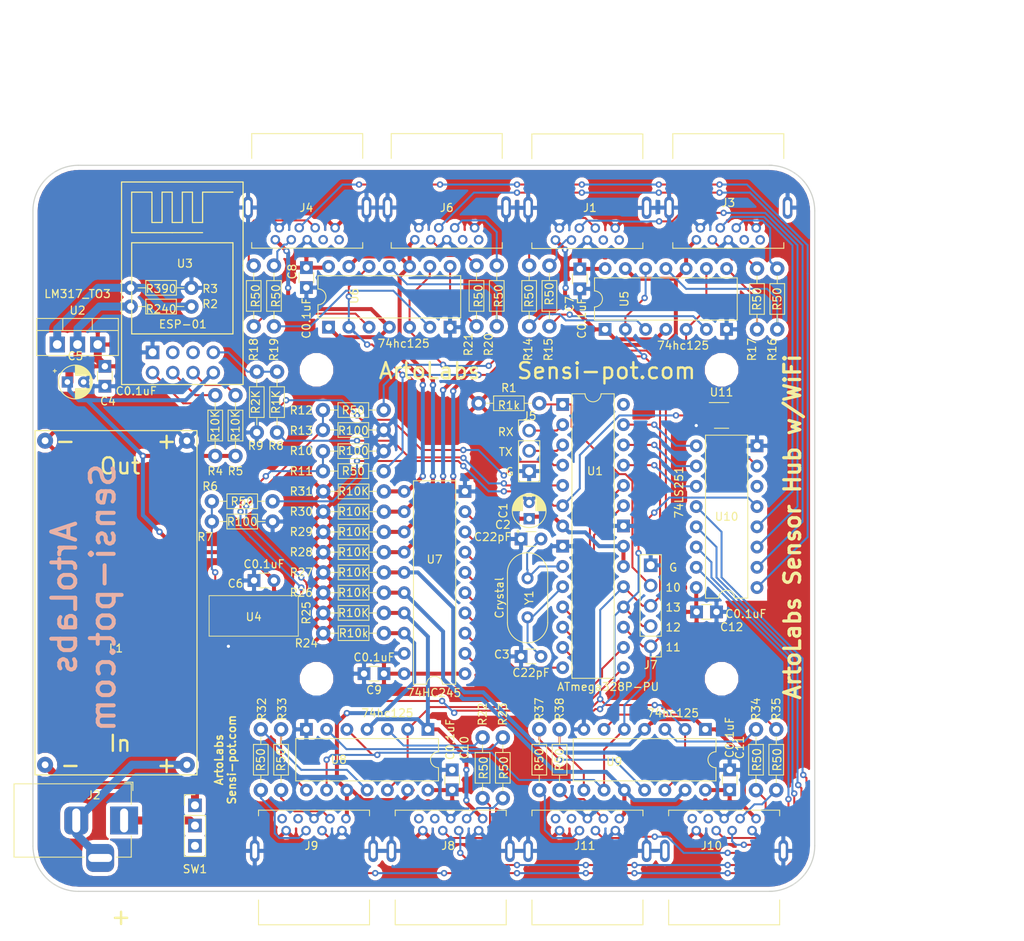
<source format=kicad_pcb>
(kicad_pcb (version 20171130) (host pcbnew 5.0.2-bee76a0~70~ubuntu16.04.1)
  (layers (0 F.Cu signal) (31 B.Cu signal) (34 B.Paste user) (35 F.Paste user) (36 B.SilkS user) (37 F.SilkS user) (38 B.Mask user) (39 F.Mask user) (44 Edge.Cuts user))
  (net 0 "")
  (net 1 "Net-(J2-Pad2)")
  (net 2 "Net-(L1-Pad2)")
  (net 3 GND)
  (net 4 +5V)
  (net 5 "Net-(R8-Pad2)")
  (net 6 +3V3)
  (net 7 "Net-(U3-Pad3)")
  (net 8 "Net-(R5-Pad1)")
  (net 9 "Net-(U3-Pad2)")
  (net 10 "Net-(R4-Pad1)")
  (net 11 ESP01_TX)
  (net 12 "Net-(J2-Pad1)")
  (net 13 "Net-(R12-Pad2)")
  (net 14 MOSI)
  (net 15 "Net-(R10-Pad2)")
  (net 16 Clock)
  (net 17 ESP01_RX)
  (net 18 SS_FlashMemory)
  (net 19 "Net-(R2-Pad2)")
  (net 20 "Net-(J7-Pad4)")
  (net 21 MISO)
  (net 22 SS5)
  (net 23 "Net-(J5-Pad1)")
  (net 24 SS6)
  (net 25 "Net-(J5-Pad2)")
  (net 26 "Net-(C2-Pad2)")
  (net 27 SS7)
  (net 28 "Net-(C3-Pad2)")
  (net 29 SS8)
  (net 30 SS1)
  (net 31 SS2)
  (net 32 SS3)
  (net 33 SS4)
  (net 34 "Net-(U1-Pad28)")
  (net 35 "Net-(J1-Pad8)")
  (net 36 "Net-(J1-Pad9)")
  (net 37 "Net-(J11-Pad8)")
  (net 38 "Net-(J11-Pad9)")
  (net 39 "Net-(J10-Pad9)")
  (net 40 "Net-(J10-Pad8)")
  (net 41 "Net-(J9-Pad8)")
  (net 42 "Net-(J9-Pad9)")
  (net 43 "Net-(J8-Pad9)")
  (net 44 "Net-(J8-Pad8)")
  (net 45 "Net-(J6-Pad8)")
  (net 46 "Net-(J6-Pad9)")
  (net 47 "Net-(J4-Pad9)")
  (net 48 "Net-(J4-Pad8)")
  (net 49 "Net-(J3-Pad8)")
  (net 50 "Net-(J3-Pad9)")
  (net 51 "Net-(SW1-Pad3)")
  (net 52 "Net-(J10-Pad2)")
  (net 53 MISO7)
  (net 54 "Net-(J10-Pad6)")
  (net 55 "Net-(J9-Pad6)")
  (net 56 MISO6)
  (net 57 "Net-(J9-Pad2)")
  (net 58 "Net-(J8-Pad2)")
  (net 59 MISO5)
  (net 60 "Net-(J8-Pad6)")
  (net 61 "Net-(J6-Pad6)")
  (net 62 MISO4)
  (net 63 "Net-(J6-Pad2)")
  (net 64 "Net-(J4-Pad2)")
  (net 65 MISO3)
  (net 66 "Net-(J4-Pad6)")
  (net 67 "Net-(J3-Pad6)")
  (net 68 MISO2)
  (net 69 "Net-(J3-Pad2)")
  (net 70 "Net-(J1-Pad2)")
  (net 71 MISO1)
  (net 72 "Net-(J1-Pad6)")
  (net 73 "Net-(J11-Pad6)")
  (net 74 MISO8)
  (net 75 "Net-(J11-Pad2)")
  (net 76 "Net-(R38-Pad2)")
  (net 77 "Net-(R32-Pad2)")
  (net 78 "Net-(R33-Pad2)")
  (net 79 "Net-(R34-Pad1)")
  (net 80 "Net-(R35-Pad1)")
  (net 81 "Net-(R37-Pad2)")
  (net 82 "Net-(R16-Pad2)")
  (net 83 "Net-(R20-Pad2)")
  (net 84 "Net-(R21-Pad2)")
  (net 85 "Net-(R19-Pad1)")
  (net 86 "Net-(R18-Pad1)")
  (net 87 "Net-(R22-Pad1)")
  (net 88 "Net-(R17-Pad2)")
  (net 89 "Net-(R23-Pad1)")
  (net 90 "Net-(R15-Pad1)")
  (net 91 "Net-(R14-Pad1)")
  (net 92 SS5A)
  (net 93 SS6A)
  (net 94 SS7A)
  (net 95 SS8A)
  (net 96 SS1A)
  (net 97 A)
  (net 98 SS2A)
  (net 99 B)
  (net 100 SS3A)
  (net 101 C)
  (net 102 SS4A)
  (net 103 "Net-(U10-Pad6)")
  (net 104 "Net-(R6-Pad1)")
  (net 105 "Net-(U10-Pad7)")
  (net 106 VCC)
  (module Soil_Sensor:LM2596_Module (layer F.Cu) (at 104.394 168.275 180)
    (fp_text reference L1 (at 1.27 17.145 180) (layer F.SilkS))
    (fp_text value LM2596)
    (fp_text user In (at 0.762 5.207 180) (layer F.SilkS) (effects (font (size 2 2) (thickness 0.3))))
    (fp_text user - (at 7.62 43.18 180) (layer F.SilkS) (effects (font (size 2 2) (thickness 0.3))))
    (fp_text user + (at 0.635 -16.51 180) (layer F.SilkS) (effects (font (size 2 2) (thickness 0.3))))
    (fp_text user + (at -5.08 43.18 180) (layer F.SilkS) (effects (font (size 2 2) (thickness 0.3))))
    (fp_text user Out (at 0.762 40.005 180) (layer F.SilkS) (effects (font (size 2 2) (thickness 0.3))))
    (fp_text user - (at 6.985 2.54 180) (layer F.SilkS) (effects (font (size 2 2) (thickness 0.3))))
    (fp_text user + (at -5.08 2.54 180) (layer F.SilkS) (effects (font (size 2 2) (thickness 0.3))))
    (pad 4 thru_hole circle (at 10.16 43.18 180) (size 2 2) (drill 0.85) (layers *.Cu *.Mask) (net 4 +5V))
    (pad 3 thru_hole circle (at -7.62 43.18 180) (size 2 2) (drill 0.85) (layers *.Cu *.Mask) (net 3 GND))
    (pad 2 thru_hole circle (at 10.16 2.54 180) (size 2 2) (drill 0.85) (layers *.Cu *.Mask) (net 2 "Net-(L1-Pad2)"))
    (pad 1 thru_hole circle (at -7.62 2.54 180) (size 2 2) (drill 0.85) (layers *.Cu *.Mask) (net 1 "Net-(J2-Pad2)"))
  )
  (module Package_TO_SOT_SMD:SOT-23-5_HandSoldering (layer F.Cu) (at 179.07 121.92)
    (fp_text reference U11 (at 0 -2.9) (layer F.SilkS))
    (fp_text value 74LVC1G04)
    (pad 5 smd rect (at 1.35 -0.95) (size 1.56 0.65) (layers F.Cu F.Paste F.Mask) (net 106 VCC))
    (pad 4 smd rect (at 1.35 0.95) (size 1.56 0.65) (layers F.Cu F.Paste F.Mask) (net 105 "Net-(U10-Pad7)"))
    (pad 3 smd rect (at -1.35 0.95) (size 1.56 0.65) (layers F.Cu F.Paste F.Mask) (net 3 GND))
    (pad 2 smd rect (at -1.35 0) (size 1.56 0.65) (layers F.Cu F.Paste F.Mask) (net 18 SS_FlashMemory))
    (pad 1 smd rect (at -1.35 -0.95) (size 1.56 0.65) (layers F.Cu F.Paste F.Mask))
  )
  (module Soil_Sensor:CP_Radial_D4.0mm_P1.50mm_bigger_pads (layer F.Cu) (at 97.282 117.729)
    (fp_text reference C5 (at 0.75 -3.25) (layer F.SilkS))
    (fp_text value CP1uF)
    (pad 2 thru_hole circle (at 1.778 0) (size 1.4 1.4) (drill 0.7) (layers *.Cu *.Mask) (net 3 GND))
    (pad 1 thru_hole rect (at -0.254 0) (size 1.4 1.4) (drill 0.7) (layers *.Cu *.Mask) (net 6 +3V3))
  )
  (module Soil_Sensor:CP_Radial_D4.0mm_P1.50mm_bigger_pads (layer F.Cu) (at 154.94 134.62 90)
    (fp_text reference C1 (at 0.75 -3.25 90) (layer F.SilkS))
    (fp_text value CP1uF)
    (pad 1 thru_hole rect (at -0.254 0 90) (size 1.4 1.4) (drill 0.7) (layers *.Cu *.Mask) (net 4 +5V))
    (pad 2 thru_hole circle (at 1.778 0 90) (size 1.4 1.4) (drill 0.7) (layers *.Cu *.Mask) (net 3 GND))
  )
  (module Soil_Sensor:R_Axial_DIN0204_L3.6mm_D1.6mm_P7.62mm_Horizontal_bigger_pads (layer F.Cu) (at 129.110164 136.528623)
    (fp_text reference R29 (at -2.745164 -0.003623) (layer F.SilkS))
    (fp_text value R10K (at 3.81 -0.003623) (layer F.SilkS))
    (pad 1 thru_hole circle (at 0 0) (size 1.8 1.8) (drill 0.9) (layers *.Cu *.Mask) (net 4 +5V))
    (pad 2 thru_hole oval (at 7.62 0) (size 1.8 1.8) (drill 0.9) (layers *.Cu *.Mask) (net 30 SS1))
  )
  (module Soil_Sensor:R_Axial_DIN0204_L3.6mm_D1.6mm_P7.62mm_Horizontal_bigger_pads (layer F.Cu) (at 129.110164 139.068623)
    (fp_text reference R28 (at -2.745164 -0.003623) (layer F.SilkS))
    (fp_text value R10K (at 3.81 -0.003623) (layer F.SilkS))
    (pad 2 thru_hole oval (at 7.62 0) (size 1.8 1.8) (drill 0.9) (layers *.Cu *.Mask) (net 31 SS2))
    (pad 1 thru_hole circle (at 0 0) (size 1.8 1.8) (drill 0.9) (layers *.Cu *.Mask) (net 4 +5V))
  )
  (module Soil_Sensor:R_Axial_DIN0204_L3.6mm_D1.6mm_P7.62mm_Horizontal_bigger_pads (layer F.Cu) (at 129.110164 141.608623)
    (fp_text reference R27 (at -2.745164 -0.003623) (layer F.SilkS))
    (fp_text value R10K (at 3.81 -0.003623) (layer F.SilkS))
    (pad 1 thru_hole circle (at 0 0) (size 1.8 1.8) (drill 0.9) (layers *.Cu *.Mask) (net 4 +5V))
    (pad 2 thru_hole oval (at 7.62 0) (size 1.8 1.8) (drill 0.9) (layers *.Cu *.Mask) (net 27 SS7))
  )
  (module Soil_Sensor:R_Axial_DIN0204_L3.6mm_D1.6mm_P7.62mm_Horizontal_bigger_pads (layer F.Cu) (at 129.110164 144.148623)
    (fp_text reference R26 (at -2.745164 -0.003623) (layer F.SilkS))
    (fp_text value R10K (at 3.81 -0.003623) (layer F.SilkS))
    (pad 2 thru_hole oval (at 7.62 0) (size 1.8 1.8) (drill 0.9) (layers *.Cu *.Mask) (net 29 SS8))
    (pad 1 thru_hole circle (at 0 0) (size 1.8 1.8) (drill 0.9) (layers *.Cu *.Mask) (net 4 +5V))
  )
  (module Soil_Sensor:R_Axial_DIN0204_L3.6mm_D1.6mm_P7.62mm_Horizontal_bigger_pads (layer F.Cu) (at 129.110164 146.688623)
    (fp_text reference R25 (at -2.110164 -0.003623 90) (layer F.SilkS))
    (fp_text value R10K (at 3.81 -0.003623) (layer F.SilkS))
    (pad 1 thru_hole circle (at 0 0) (size 1.8 1.8) (drill 0.9) (layers *.Cu *.Mask) (net 4 +5V))
    (pad 2 thru_hole oval (at 7.62 0) (size 1.8 1.8) (drill 0.9) (layers *.Cu *.Mask) (net 22 SS5))
  )
  (module Soil_Sensor:R_Axial_DIN0204_L3.6mm_D1.6mm_P7.62mm_Horizontal_bigger_pads (layer F.Cu) (at 129.110164 149.228623)
    (fp_text reference R24 (at -2.110164 1.266377) (layer F.SilkS))
    (fp_text value R10k (at 3.81 -0.003623) (layer F.SilkS))
    (pad 2 thru_hole oval (at 7.62 0) (size 1.8 1.8) (drill 0.9) (layers *.Cu *.Mask) (net 24 SS6))
    (pad 1 thru_hole circle (at 0 0) (size 1.8 1.8) (drill 0.9) (layers *.Cu *.Mask) (net 4 +5V))
  )
  (module Soil_Sensor:R_Axial_DIN0204_L3.6mm_D1.6mm_P7.62mm_Horizontal_bigger_pads (layer F.Cu) (at 151.638 162.306 270)
    (fp_text reference R23 (at -2.921 0 270) (layer F.SilkS))
    (fp_text value R50 (at 3.81 -0.127 270) (layer F.SilkS))
    (pad 1 thru_hole circle (at 0 0 270) (size 1.8 1.8) (drill 0.9) (layers *.Cu *.Mask) (net 89 "Net-(R23-Pad1)"))
    (pad 2 thru_hole oval (at 7.62 0 270) (size 1.8 1.8) (drill 0.9) (layers *.Cu *.Mask) (net 60 "Net-(J8-Pad6)"))
  )
  (module Soil_Sensor:R_Axial_DIN0204_L3.6mm_D1.6mm_P7.62mm_Horizontal_bigger_pads (layer F.Cu) (at 115.14496 132.688887)
    (fp_text reference R6 (at -0.20996 -1.878887) (layer F.SilkS))
    (fp_text value R50 (at 3.81 0.026113) (layer F.SilkS))
    (pad 2 thru_hole oval (at 7.62 0) (size 1.8 1.8) (drill 0.9) (layers *.Cu *.Mask) (net 18 SS_FlashMemory))
    (pad 1 thru_hole circle (at 0 0) (size 1.8 1.8) (drill 0.9) (layers *.Cu *.Mask) (net 104 "Net-(R6-Pad1)"))
  )
  (module Soil_Sensor:R_Axial_DIN0204_L3.6mm_D1.6mm_P7.62mm_Horizontal_bigger_pads (layer F.Cu) (at 136.699 123.745 180)
    (fp_text reference R13 (at 10.334 -0.08 180) (layer F.SilkS))
    (fp_text value R100 (at 3.81 -0.08 180) (layer F.SilkS))
    (pad 1 thru_hole circle (at 0 0 180) (size 1.8 1.8) (drill 0.9) (layers *.Cu *.Mask) (net 3 GND))
    (pad 2 thru_hole oval (at 7.62 0 180) (size 1.8 1.8) (drill 0.9) (layers *.Cu *.Mask) (net 13 "Net-(R12-Pad2)"))
  )
  (module Soil_Sensor:R_Axial_DIN0204_L3.6mm_D1.6mm_P7.62mm_Horizontal_bigger_pads (layer F.Cu) (at 154.94 110.744 90)
    (fp_text reference R14 (at -2.921 -0.127 90) (layer F.SilkS))
    (fp_text value R50 (at 3.81 0 90) (layer F.SilkS))
    (pad 2 thru_hole oval (at 7.62 0 90) (size 1.8 1.8) (drill 0.9) (layers *.Cu *.Mask) (net 70 "Net-(J1-Pad2)"))
    (pad 1 thru_hole circle (at 0 0 90) (size 1.8 1.8) (drill 0.9) (layers *.Cu *.Mask) (net 91 "Net-(R14-Pad1)"))
  )
  (module Soil_Sensor:R_Axial_DIN0204_L3.6mm_D1.6mm_P7.62mm_Horizontal_bigger_pads (layer F.Cu) (at 157.48 110.744 90)
    (fp_text reference R15 (at -2.921 -0.127 90) (layer F.SilkS))
    (fp_text value R50 (at 4.064 0 90) (layer F.SilkS))
    (pad 1 thru_hole circle (at 0 0 90) (size 1.8 1.8) (drill 0.9) (layers *.Cu *.Mask) (net 90 "Net-(R15-Pad1)"))
    (pad 2 thru_hole oval (at 7.62 0 90) (size 1.8 1.8) (drill 0.9) (layers *.Cu *.Mask) (net 72 "Net-(J1-Pad6)"))
  )
  (module Soil_Sensor:R_Axial_DIN0204_L3.6mm_D1.6mm_P7.62mm_Horizontal_bigger_pads (layer F.Cu) (at 186.055 103.505 270)
    (fp_text reference R16 (at 10.16 0.635 270) (layer F.SilkS))
    (fp_text value R50 (at 3.81 0 270) (layer F.SilkS))
    (pad 2 thru_hole oval (at 7.62 0 270) (size 1.8 1.8) (drill 0.9) (layers *.Cu *.Mask) (net 82 "Net-(R16-Pad2)"))
    (pad 1 thru_hole circle (at 0 0 270) (size 1.8 1.8) (drill 0.9) (layers *.Cu *.Mask) (net 69 "Net-(J3-Pad2)"))
  )
  (module Soil_Sensor:R_Axial_DIN0204_L3.6mm_D1.6mm_P7.62mm_Horizontal_bigger_pads (layer F.Cu) (at 120.396 110.744 90)
    (fp_text reference R18 (at -2.921 0 90) (layer F.SilkS))
    (fp_text value R50 (at 3.81 0.254 90) (layer F.SilkS))
    (pad 1 thru_hole circle (at 0 0 90) (size 1.8 1.8) (drill 0.9) (layers *.Cu *.Mask) (net 86 "Net-(R18-Pad1)"))
    (pad 2 thru_hole oval (at 7.62 0 90) (size 1.8 1.8) (drill 0.9) (layers *.Cu *.Mask) (net 64 "Net-(J4-Pad2)"))
  )
  (module Soil_Sensor:R_Axial_DIN0204_L3.6mm_D1.6mm_P7.62mm_Horizontal_bigger_pads (layer F.Cu) (at 122.936 110.744 90)
    (fp_text reference R19 (at -2.921 0 90) (layer F.SilkS))
    (fp_text value R50 (at 3.81 0.254 90) (layer F.SilkS))
    (pad 2 thru_hole oval (at 7.62 0 90) (size 1.8 1.8) (drill 0.9) (layers *.Cu *.Mask) (net 66 "Net-(J4-Pad6)"))
    (pad 1 thru_hole circle (at 0 0 90) (size 1.8 1.8) (drill 0.9) (layers *.Cu *.Mask) (net 85 "Net-(R19-Pad1)"))
  )
  (module Soil_Sensor:R_Axial_DIN0204_L3.6mm_D1.6mm_P7.62mm_Horizontal_bigger_pads (layer F.Cu) (at 149.098 162.306 270)
    (fp_text reference R22 (at -2.921 0 270) (layer F.SilkS))
    (fp_text value R50 (at 3.81 -0.127 270) (layer F.SilkS))
    (pad 1 thru_hole circle (at 0 0 270) (size 1.8 1.8) (drill 0.9) (layers *.Cu *.Mask) (net 87 "Net-(R22-Pad1)"))
    (pad 2 thru_hole oval (at 7.62 0 270) (size 1.8 1.8) (drill 0.9) (layers *.Cu *.Mask) (net 58 "Net-(J8-Pad2)"))
  )
  (module Soil_Sensor:R_Axial_DIN0204_L3.6mm_D1.6mm_P7.62mm_Horizontal_bigger_pads (layer F.Cu) (at 148.336 103.124 270)
    (fp_text reference R21 (at 9.906 1.016 270) (layer F.SilkS))
    (fp_text value R50 (at 3.81 -0.254 270) (layer F.SilkS))
    (pad 2 thru_hole oval (at 7.62 0 270) (size 1.8 1.8) (drill 0.9) (layers *.Cu *.Mask) (net 84 "Net-(R21-Pad2)"))
    (pad 1 thru_hole circle (at 0 0 270) (size 1.8 1.8) (drill 0.9) (layers *.Cu *.Mask) (net 61 "Net-(J6-Pad6)"))
  )
  (module Soil_Sensor:R_Axial_DIN0204_L3.6mm_D1.6mm_P7.62mm_Horizontal_bigger_pads (layer F.Cu) (at 136.699 121.245 180)
    (fp_text reference R12 (at 10.334 -0.04 180) (layer F.SilkS))
    (fp_text value R50 (at 3.81 -0.04 180) (layer F.SilkS))
    (pad 1 thru_hole circle (at 0 0 180) (size 1.8 1.8) (drill 0.9) (layers *.Cu *.Mask) (net 14 MOSI))
    (pad 2 thru_hole oval (at 7.62 0 180) (size 1.8 1.8) (drill 0.9) (layers *.Cu *.Mask) (net 13 "Net-(R12-Pad2)"))
  )
  (module Soil_Sensor:R_Axial_DIN0204_L3.6mm_D1.6mm_P7.62mm_Horizontal_bigger_pads (layer F.Cu) (at 150.876 103.124 270)
    (fp_text reference R20 (at 9.906 1.016 270) (layer F.SilkS))
    (fp_text value R50 (at 3.81 -0.254 270) (layer F.SilkS))
    (pad 2 thru_hole oval (at 7.62 0 270) (size 1.8 1.8) (drill 0.9) (layers *.Cu *.Mask) (net 83 "Net-(R20-Pad2)"))
    (pad 1 thru_hole circle (at 0 0 270) (size 1.8 1.8) (drill 0.9) (layers *.Cu *.Mask) (net 63 "Net-(J6-Pad2)"))
  )
  (module Soil_Sensor:R_Axial_DIN0204_L3.6mm_D1.6mm_P7.62mm_Horizontal_bigger_pads (layer F.Cu) (at 129.110164 133.988623)
    (fp_text reference R30 (at -2.745164 -0.003623) (layer F.SilkS))
    (fp_text value R10K (at 3.81 -0.003623) (layer F.SilkS))
    (pad 1 thru_hole circle (at 0 0) (size 1.8 1.8) (drill 0.9) (layers *.Cu *.Mask) (net 4 +5V))
    (pad 2 thru_hole oval (at 7.62 0) (size 1.8 1.8) (drill 0.9) (layers *.Cu *.Mask) (net 33 SS4))
  )
  (module Soil_Sensor:R_Axial_DIN0204_L3.6mm_D1.6mm_P7.62mm_Horizontal_bigger_pads (layer F.Cu) (at 183.515 103.505 270)
    (fp_text reference R17 (at 10.16 0.635 270) (layer F.SilkS))
    (fp_text value R50 (at 3.81 0 270) (layer F.SilkS))
    (pad 2 thru_hole oval (at 7.62 0 270) (size 1.8 1.8) (drill 0.9) (layers *.Cu *.Mask) (net 88 "Net-(R17-Pad2)"))
    (pad 1 thru_hole circle (at 0 0 270) (size 1.8 1.8) (drill 0.9) (layers *.Cu *.Mask) (net 67 "Net-(J3-Pad6)"))
  )
  (module Soil_Sensor:R_Axial_DIN0204_L3.6mm_D1.6mm_P7.62mm_Horizontal_bigger_pads (layer F.Cu) (at 148.59 120.396)
    (fp_text reference R1 (at 3.81 -1.92) (layer F.SilkS))
    (fp_text value R1k (at 3.81 0.254) (layer F.SilkS))
    (pad 2 thru_hole oval (at 7.62 0) (size 1.8 1.8) (drill 0.9) (layers *.Cu *.Mask) (net 20 "Net-(J7-Pad4)"))
    (pad 1 thru_hole circle (at 0 0) (size 1.8 1.8) (drill 0.9) (layers *.Cu *.Mask) (net 4 +5V))
  )
  (module Soil_Sensor:R_Axial_DIN0204_L3.6mm_D1.6mm_P7.62mm_Horizontal_bigger_pads (layer F.Cu) (at 104.9655 108.2675)
    (fp_text reference R2 (at 9.9695 -0.3175) (layer F.SilkS))
    (fp_text value R240 (at 3.81 0.3175) (layer F.SilkS))
    (pad 1 thru_hole circle (at 0 0) (size 1.8 1.8) (drill 0.9) (layers *.Cu *.Mask) (net 6 +3V3))
    (pad 2 thru_hole oval (at 7.62 0) (size 1.8 1.8) (drill 0.9) (layers *.Cu *.Mask) (net 19 "Net-(R2-Pad2)"))
  )
  (module Soil_Sensor:R_Axial_DIN0204_L3.6mm_D1.6mm_P7.62mm_Horizontal_bigger_pads (layer F.Cu) (at 104.9655 105.918)
    (fp_text reference R3 (at 9.9695 0.127) (layer F.SilkS))
    (fp_text value R390 (at 3.81 0.127) (layer F.SilkS))
    (pad 2 thru_hole oval (at 7.62 0) (size 1.8 1.8) (drill 0.9) (layers *.Cu *.Mask) (net 3 GND))
    (pad 1 thru_hole circle (at 0 0) (size 1.8 1.8) (drill 0.9) (layers *.Cu *.Mask) (net 19 "Net-(R2-Pad2)"))
  )
  (module Soil_Sensor:R_Axial_DIN0204_L3.6mm_D1.6mm_P7.62mm_Horizontal_bigger_pads (layer F.Cu) (at 115.57 119.38 270)
    (fp_text reference R4 (at 9.525 0) (layer F.SilkS))
    (fp_text value R10K (at 3.81 0 270) (layer F.SilkS))
    (pad 1 thru_hole circle (at 0 0 270) (size 1.8 1.8) (drill 0.9) (layers *.Cu *.Mask) (net 10 "Net-(R4-Pad1)"))
    (pad 2 thru_hole oval (at 7.62 0 270) (size 1.8 1.8) (drill 0.9) (layers *.Cu *.Mask) (net 6 +3V3))
  )
  (module Soil_Sensor:R_Axial_DIN0204_L3.6mm_D1.6mm_P7.62mm_Horizontal_bigger_pads (layer F.Cu) (at 118.11 119.38 270)
    (fp_text reference R5 (at 9.525 0) (layer F.SilkS))
    (fp_text value R10K (at 3.81 0 270) (layer F.SilkS))
    (pad 2 thru_hole oval (at 7.62 0 270) (size 1.8 1.8) (drill 0.9) (layers *.Cu *.Mask) (net 6 +3V3))
    (pad 1 thru_hole circle (at 0 0 270) (size 1.8 1.8) (drill 0.9) (layers *.Cu *.Mask) (net 8 "Net-(R5-Pad1)"))
  )
  (module Soil_Sensor:R_Axial_DIN0204_L3.6mm_D1.6mm_P7.62mm_Horizontal_bigger_pads (layer F.Cu) (at 136.699 128.905 180)
    (fp_text reference R11 (at 10.334 0 180) (layer F.SilkS))
    (fp_text value R50 (at 3.81 0 180) (layer F.SilkS))
    (pad 1 thru_hole circle (at 0 0 180) (size 1.8 1.8) (drill 0.9) (layers *.Cu *.Mask) (net 16 Clock))
    (pad 2 thru_hole oval (at 7.62 0 180) (size 1.8 1.8) (drill 0.9) (layers *.Cu *.Mask) (net 15 "Net-(R10-Pad2)"))
  )
  (module Soil_Sensor:R_Axial_DIN0204_L3.6mm_D1.6mm_P7.62mm_Horizontal_bigger_pads (layer F.Cu) (at 115.14496 135.228887)
    (fp_text reference R7 (at -0.84496 1.931113) (layer F.SilkS))
    (fp_text value R100 (at 3.81 0.026113) (layer F.SilkS))
    (pad 2 thru_hole oval (at 7.62 0) (size 1.8 1.8) (drill 0.9) (layers *.Cu *.Mask) (net 3 GND))
    (pad 1 thru_hole circle (at 0 0) (size 1.8 1.8) (drill 0.9) (layers *.Cu *.Mask) (net 104 "Net-(R6-Pad1)"))
  )
  (module Soil_Sensor:R_Axial_DIN0204_L3.6mm_D1.6mm_P7.62mm_Horizontal_bigger_pads (layer F.Cu) (at 123.321719 124.058868 90)
    (fp_text reference R8 (at -1.671132 -0.131719 180) (layer F.SilkS))
    (fp_text value R1K (at 3.81 -0.131719 90) (layer F.SilkS))
    (pad 1 thru_hole circle (at 0 0 90) (size 1.8 1.8) (drill 0.9) (layers *.Cu *.Mask) (net 17 ESP01_RX))
    (pad 2 thru_hole oval (at 7.62 0 90) (size 1.8 1.8) (drill 0.9) (layers *.Cu *.Mask) (net 5 "Net-(R8-Pad2)"))
  )
  (module Soil_Sensor:R_Axial_DIN0204_L3.6mm_D1.6mm_P7.62mm_Horizontal_bigger_pads (layer F.Cu) (at 129.110164 131.448623)
    (fp_text reference R31 (at -2.745164 -0.003623) (layer F.SilkS))
    (fp_text value R10K (at 3.81 -0.003623) (layer F.SilkS))
    (pad 2 thru_hole oval (at 7.62 0) (size 1.8 1.8) (drill 0.9) (layers *.Cu *.Mask) (net 32 SS3))
    (pad 1 thru_hole circle (at 0 0) (size 1.8 1.8) (drill 0.9) (layers *.Cu *.Mask) (net 4 +5V))
  )
  (module Soil_Sensor:R_Axial_DIN0204_L3.6mm_D1.6mm_P7.62mm_Horizontal_bigger_pads (layer F.Cu) (at 136.699 126.405 180)
    (fp_text reference R10 (at 10.334 0.04 180) (layer F.SilkS))
    (fp_text value R100 (at 3.81 0.04 180) (layer F.SilkS))
    (pad 1 thru_hole circle (at 0 0 180) (size 1.8 1.8) (drill 0.9) (layers *.Cu *.Mask) (net 3 GND))
    (pad 2 thru_hole oval (at 7.62 0 180) (size 1.8 1.8) (drill 0.9) (layers *.Cu *.Mask) (net 15 "Net-(R10-Pad2)"))
  )
  (module Soil_Sensor:R_Axial_DIN0204_L3.6mm_D1.6mm_P7.62mm_Horizontal_bigger_pads (layer F.Cu) (at 158.75 168.91 90)
    (fp_text reference R38 (at 10.16 0 90) (layer F.SilkS))
    (fp_text value R50 (at 3.81 0 90) (layer F.SilkS))
    (pad 2 thru_hole oval (at 7.62 0 90) (size 1.8 1.8) (drill 0.9) (layers *.Cu *.Mask) (net 76 "Net-(R38-Pad2)"))
    (pad 1 thru_hole circle (at 0 0 90) (size 1.8 1.8) (drill 0.9) (layers *.Cu *.Mask) (net 73 "Net-(J11-Pad6)"))
  )
  (module Soil_Sensor:R_Axial_DIN0204_L3.6mm_D1.6mm_P7.62mm_Horizontal_bigger_pads (layer F.Cu) (at 156.21 168.91 90)
    (fp_text reference R37 (at 10.16 0 90) (layer F.SilkS))
    (fp_text value R50 (at 3.81 0 90) (layer F.SilkS))
    (pad 1 thru_hole circle (at 0 0 90) (size 1.8 1.8) (drill 0.9) (layers *.Cu *.Mask) (net 75 "Net-(J11-Pad2)"))
    (pad 2 thru_hole oval (at 7.62 0 90) (size 1.8 1.8) (drill 0.9) (layers *.Cu *.Mask) (net 81 "Net-(R37-Pad2)"))
  )
  (module Soil_Sensor:R_Axial_DIN0204_L3.6mm_D1.6mm_P7.62mm_Horizontal_bigger_pads (layer F.Cu) (at 185.928 161.29 270)
    (fp_text reference R35 (at -2.54 0 270) (layer F.SilkS))
    (fp_text value R50 (at 3.81 -0.127 270) (layer F.SilkS))
    (pad 1 thru_hole circle (at 0 0 270) (size 1.8 1.8) (drill 0.9) (layers *.Cu *.Mask) (net 80 "Net-(R35-Pad1)"))
    (pad 2 thru_hole oval (at 7.62 0 270) (size 1.8 1.8) (drill 0.9) (layers *.Cu *.Mask) (net 54 "Net-(J10-Pad6)"))
  )
  (module Soil_Sensor:R_Axial_DIN0204_L3.6mm_D1.6mm_P7.62mm_Horizontal_bigger_pads (layer F.Cu) (at 183.388 161.29 270)
    (fp_text reference R34 (at -2.54 0 270) (layer F.SilkS))
    (fp_text value R50 (at 3.81 -0.127 270) (layer F.SilkS))
    (pad 2 thru_hole oval (at 7.62 0 270) (size 1.8 1.8) (drill 0.9) (layers *.Cu *.Mask) (net 52 "Net-(J10-Pad2)"))
    (pad 1 thru_hole circle (at 0 0 270) (size 1.8 1.8) (drill 0.9) (layers *.Cu *.Mask) (net 79 "Net-(R34-Pad1)"))
  )
  (module Soil_Sensor:R_Axial_DIN0204_L3.6mm_D1.6mm_P7.62mm_Horizontal_bigger_pads (layer F.Cu) (at 123.825 168.91 90)
    (fp_text reference R33 (at 10.16 0.127 90) (layer F.SilkS))
    (fp_text value R50 (at 3.81 0 90) (layer F.SilkS))
    (pad 1 thru_hole circle (at 0 0 90) (size 1.8 1.8) (drill 0.9) (layers *.Cu *.Mask) (net 55 "Net-(J9-Pad6)"))
    (pad 2 thru_hole oval (at 7.62 0 90) (size 1.8 1.8) (drill 0.9) (layers *.Cu *.Mask) (net 78 "Net-(R33-Pad2)"))
  )
  (module Soil_Sensor:R_Axial_DIN0204_L3.6mm_D1.6mm_P7.62mm_Horizontal_bigger_pads (layer F.Cu) (at 121.285 168.91 90)
    (fp_text reference R32 (at 10.16 0.127 90) (layer F.SilkS))
    (fp_text value R50 (at 3.81 0 90) (layer F.SilkS))
    (pad 2 thru_hole oval (at 7.62 0 90) (size 1.8 1.8) (drill 0.9) (layers *.Cu *.Mask) (net 77 "Net-(R32-Pad2)"))
    (pad 1 thru_hole circle (at 0 0 90) (size 1.8 1.8) (drill 0.9) (layers *.Cu *.Mask) (net 57 "Net-(J9-Pad2)"))
  )
  (module Soil_Sensor:R_Axial_DIN0204_L3.6mm_D1.6mm_P7.62mm_Horizontal_bigger_pads (layer F.Cu) (at 120.781719 116.438868 270)
    (fp_text reference R9 (at 9.291132 0.131719) (layer F.SilkS))
    (fp_text value R2K (at 3.81 0.131719 270) (layer F.SilkS))
    (pad 1 thru_hole circle (at 0 0 270) (size 1.8 1.8) (drill 0.9) (layers *.Cu *.Mask) (net 5 "Net-(R8-Pad2)"))
    (pad 2 thru_hole oval (at 7.62 0 270) (size 1.8 1.8) (drill 0.9) (layers *.Cu *.Mask) (net 3 GND))
  )
  (module Soil_Sensor:USB3_A_Molex_Edited (layer F.Cu) (at 183.4134 98.3996 180)
    (fp_text reference J3 (at 3.5 3.1496 180) (layer F.SilkS))
    (fp_text value "USB A 3.0")
    (pad 10 thru_hole oval (at -3.937 2.54 180) (size 1.2 2.8) (drill oval 0.6 1.9) (layers *.Cu *.Mask) (net 3 GND))
    (pad 10 thru_hole oval (at 10.922 2.54 180) (size 1.2 2.8) (drill oval 0.6 1.9) (layers *.Cu *.Mask) (net 3 GND))
    (pad 9 thru_hole circle (at -0.5 -1.5 180) (size 1.2 1.2) (drill 0.7) (layers *.Cu *.Mask) (net 50 "Net-(J3-Pad9)"))
    (pad 8 thru_hole circle (at 1.5 -1.5 180) (size 1.2 1.2) (drill 0.7) (layers *.Cu *.Mask) (net 49 "Net-(J3-Pad8)"))
    (pad 7 thru_hole circle (at 3.5 -1.5 180) (size 1.2 1.2) (drill 0.7) (layers *.Cu *.Mask) (net 3 GND))
    (pad 6 thru_hole circle (at 5.5 -1.5 180) (size 1.2 1.2) (drill 0.7) (layers *.Cu *.Mask) (net 67 "Net-(J3-Pad6)"))
    (pad 5 thru_hole circle (at 7.5 -1.5 180) (size 1.2 1.2) (drill 0.7) (layers *.Cu *.Mask) (net 31 SS2))
    (pad 4 thru_hole circle (at 7 0 180) (size 1.2 1.2) (drill 0.7) (layers *.Cu *.Mask) (net 3 GND))
    (pad 3 thru_hole circle (at 4.5 0 180) (size 1.2 1.2) (drill 0.7) (layers *.Cu *.Mask) (net 68 MISO2))
    (pad 2 thru_hole circle (at 2.5 0 180) (size 1.2 1.2) (drill 0.7) (layers *.Cu *.Mask) (net 69 "Net-(J3-Pad2)"))
    (pad 1 thru_hole circle (at 0 0 180) (size 1.2 1.2) (drill 0.7) (layers *.Cu *.Mask) (net 4 +5V))
  )
  (module Soil_Sensor:SOIC-8_3.9x4.9mm_P1.27mm (layer F.Cu) (at 120.396 147.066)
    (fp_text reference U4 (at 0 0.127) (layer F.SilkS))
    (fp_text value Winbond_W25Q32BV)
    (pad 1 smd rect (at -3.81 -1.905) (size 2.75 0.6) (layers F.Cu F.Paste F.Mask) (net 104 "Net-(R6-Pad1)"))
    (pad 2 smd rect (at -3.81 -0.6096) (size 2.75 0.6) (layers F.Cu F.Paste F.Mask) (net 21 MISO))
    (pad 3 smd rect (at -3.81 0.635) (size 2.75 0.6) (layers F.Cu F.Paste F.Mask) (net 6 +3V3))
    (pad 4 smd rect (at -3.81 1.905) (size 2.75 0.6) (layers F.Cu F.Paste F.Mask) (net 3 GND))
    (pad 5 smd rect (at 3.81 1.9304) (size 2.75 0.6) (layers F.Cu F.Paste F.Mask) (net 13 "Net-(R12-Pad2)"))
    (pad 6 smd rect (at 3.81 0.635) (size 2.75 0.6) (layers F.Cu F.Paste F.Mask) (net 15 "Net-(R10-Pad2)"))
    (pad 7 smd rect (at 3.81 -0.635) (size 2.75 0.6) (layers F.Cu F.Paste F.Mask) (net 6 +3V3))
    (pad 8 smd rect (at 3.81 -1.905) (size 2.75 0.6) (layers F.Cu F.Paste F.Mask) (net 6 +3V3))
  )
  (module Soil_Sensor:USB3_A_Molex_Edited (layer F.Cu) (at 124.46 173.99)
    (fp_text reference J9 (at 3.175 1.905) (layer F.SilkS))
    (fp_text value "USB A 3.0")
    (pad 10 thru_hole oval (at -3.937 2.54) (size 1.2 2.8) (drill oval 0.6 1.9) (layers *.Cu *.Mask) (net 3 GND))
    (pad 10 thru_hole oval (at 10.922 2.54) (size 1.2 2.8) (drill oval 0.6 1.9) (layers *.Cu *.Mask) (net 3 GND))
    (pad 9 thru_hole circle (at -0.5 -1.5) (size 1.2 1.2) (drill 0.7) (layers *.Cu *.Mask) (net 42 "Net-(J9-Pad9)"))
    (pad 8 thru_hole circle (at 1.5 -1.5) (size 1.2 1.2) (drill 0.7) (layers *.Cu *.Mask) (net 41 "Net-(J9-Pad8)"))
    (pad 7 thru_hole circle (at 3.5 -1.5) (size 1.2 1.2) (drill 0.7) (layers *.Cu *.Mask) (net 3 GND))
    (pad 6 thru_hole circle (at 5.5 -1.5) (size 1.2 1.2) (drill 0.7) (layers *.Cu *.Mask) (net 55 "Net-(J9-Pad6)"))
    (pad 5 thru_hole circle (at 7.5 -1.5) (size 1.2 1.2) (drill 0.7) (layers *.Cu *.Mask) (net 24 SS6))
    (pad 4 thru_hole circle (at 7 0) (size 1.2 1.2) (drill 0.7) (layers *.Cu *.Mask) (net 3 GND))
    (pad 3 thru_hole circle (at 4.5 0) (size 1.2 1.2) (drill 0.7) (layers *.Cu *.Mask) (net 56 MISO6))
    (pad 2 thru_hole circle (at 2.5 0) (size 1.2 1.2) (drill 0.7) (layers *.Cu *.Mask) (net 57 "Net-(J9-Pad2)"))
    (pad 1 thru_hole circle (at 0 0) (size 1.2 1.2) (drill 0.7) (layers *.Cu *.Mask) (net 4 +5V))
  )
  (module Soil_Sensor:USB3_A_Molex_Edited (layer F.Cu) (at 165.735 98.425 180)
    (fp_text reference J1 (at 3.175 2.54 180) (layer F.SilkS))
    (fp_text value "USB A 3.0")
    (pad 1 thru_hole circle (at 0 0 180) (size 1.2 1.2) (drill 0.7) (layers *.Cu *.Mask) (net 4 +5V))
    (pad 2 thru_hole circle (at 2.5 0 180) (size 1.2 1.2) (drill 0.7) (layers *.Cu *.Mask) (net 70 "Net-(J1-Pad2)"))
    (pad 3 thru_hole circle (at 4.5 0 180) (size 1.2 1.2) (drill 0.7) (layers *.Cu *.Mask) (net 71 MISO1))
    (pad 4 thru_hole circle (at 7 0 180) (size 1.2 1.2) (drill 0.7) (layers *.Cu *.Mask) (net 3 GND))
    (pad 5 thru_hole circle (at 7.5 -1.5 180) (size 1.2 1.2) (drill 0.7) (layers *.Cu *.Mask) (net 30 SS1))
    (pad 6 thru_hole circle (at 5.5 -1.5 180) (size 1.2 1.2) (drill 0.7) (layers *.Cu *.Mask) (net 72 "Net-(J1-Pad6)"))
    (pad 7 thru_hole circle (at 3.5 -1.5 180) (size 1.2 1.2) (drill 0.7) (layers *.Cu *.Mask) (net 3 GND))
    (pad 8 thru_hole circle (at 1.5 -1.5 180) (size 1.2 1.2) (drill 0.7) (layers *.Cu *.Mask) (net 35 "Net-(J1-Pad8)"))
    (pad 9 thru_hole circle (at -0.5 -1.5 180) (size 1.2 1.2) (drill 0.7) (layers *.Cu *.Mask) (net 36 "Net-(J1-Pad9)"))
    (pad 10 thru_hole oval (at 10.922 2.54 180) (size 1.2 2.8) (drill oval 0.6 1.9) (layers *.Cu *.Mask) (net 3 GND))
    (pad 10 thru_hole oval (at -3.937 2.54 180) (size 1.2 2.8) (drill oval 0.6 1.9) (layers *.Cu *.Mask) (net 3 GND))
  )
  (module Soil_Sensor:USB3_A_Molex_Edited (layer F.Cu) (at 130.604 98.3875 180)
    (fp_text reference J4 (at 3.604 2.5025 180) (layer F.SilkS))
    (fp_text value "USB A 3.0")
    (pad 1 thru_hole circle (at 0 0 180) (size 1.2 1.2) (drill 0.7) (layers *.Cu *.Mask) (net 4 +5V))
    (pad 2 thru_hole circle (at 2.5 0 180) (size 1.2 1.2) (drill 0.7) (layers *.Cu *.Mask) (net 64 "Net-(J4-Pad2)"))
    (pad 3 thru_hole circle (at 4.5 0 180) (size 1.2 1.2) (drill 0.7) (layers *.Cu *.Mask) (net 65 MISO3))
    (pad 4 thru_hole circle (at 7 0 180) (size 1.2 1.2) (drill 0.7) (layers *.Cu *.Mask) (net 3 GND))
    (pad 5 thru_hole circle (at 7.5 -1.5 180) (size 1.2 1.2) (drill 0.7) (layers *.Cu *.Mask) (net 32 SS3))
    (pad 6 thru_hole circle (at 5.5 -1.5 180) (size 1.2 1.2) (drill 0.7) (layers *.Cu *.Mask) (net 66 "Net-(J4-Pad6)"))
    (pad 7 thru_hole circle (at 3.5 -1.5 180) (size 1.2 1.2) (drill 0.7) (layers *.Cu *.Mask) (net 3 GND))
    (pad 8 thru_hole circle (at 1.5 -1.5 180) (size 1.2 1.2) (drill 0.7) (layers *.Cu *.Mask) (net 48 "Net-(J4-Pad8)"))
    (pad 9 thru_hole circle (at -0.5 -1.5 180) (size 1.2 1.2) (drill 0.7) (layers *.Cu *.Mask) (net 47 "Net-(J4-Pad9)"))
    (pad 10 thru_hole oval (at 10.922 2.54 180) (size 1.2 2.8) (drill oval 0.6 1.9) (layers *.Cu *.Mask) (net 3 GND))
    (pad 10 thru_hole oval (at -3.937 2.54 180) (size 1.2 2.8) (drill oval 0.6 1.9) (layers *.Cu *.Mask) (net 3 GND))
  )
  (module Soil_Sensor:USB3_A_Molex_Edited (layer F.Cu) (at 158.75 173.99)
    (fp_text reference J11 (at 3.175 1.905) (layer F.SilkS))
    (fp_text value "USB A 3.0")
    (pad 10 thru_hole oval (at -3.937 2.54) (size 1.2 2.8) (drill oval 0.6 1.9) (layers *.Cu *.Mask) (net 3 GND))
    (pad 10 thru_hole oval (at 10.922 2.54) (size 1.2 2.8) (drill oval 0.6 1.9) (layers *.Cu *.Mask) (net 3 GND))
    (pad 9 thru_hole circle (at -0.5 -1.5) (size 1.2 1.2) (drill 0.7) (layers *.Cu *.Mask) (net 38 "Net-(J11-Pad9)"))
    (pad 8 thru_hole circle (at 1.5 -1.5) (size 1.2 1.2) (drill 0.7) (layers *.Cu *.Mask) (net 37 "Net-(J11-Pad8)"))
    (pad 7 thru_hole circle (at 3.5 -1.5) (size 1.2 1.2) (drill 0.7) (layers *.Cu *.Mask) (net 3 GND))
    (pad 6 thru_hole circle (at 5.5 -1.5) (size 1.2 1.2) (drill 0.7) (layers *.Cu *.Mask) (net 73 "Net-(J11-Pad6)"))
    (pad 5 thru_hole circle (at 7.5 -1.5) (size 1.2 1.2) (drill 0.7) (layers *.Cu *.Mask) (net 29 SS8))
    (pad 4 thru_hole circle (at 7 0) (size 1.2 1.2) (drill 0.7) (layers *.Cu *.Mask) (net 3 GND))
    (pad 3 thru_hole circle (at 4.5 0) (size 1.2 1.2) (drill 0.7) (layers *.Cu *.Mask) (net 74 MISO8))
    (pad 2 thru_hole circle (at 2.5 0) (size 1.2 1.2) (drill 0.7) (layers *.Cu *.Mask) (net 75 "Net-(J11-Pad2)"))
    (pad 1 thru_hole circle (at 0 0) (size 1.2 1.2) (drill 0.7) (layers *.Cu *.Mask) (net 4 +5V))
  )
  (module Soil_Sensor:USB3_A_Molex_Edited (layer F.Cu) (at 148.104 98.3875 180)
    (fp_text reference J6 (at 3.5 2.5025 180) (layer F.SilkS))
    (fp_text value "USB A 3.0")
    (pad 1 thru_hole circle (at 0 0 180) (size 1.2 1.2) (drill 0.7) (layers *.Cu *.Mask) (net 4 +5V))
    (pad 2 thru_hole circle (at 2.5 0 180) (size 1.2 1.2) (drill 0.7) (layers *.Cu *.Mask) (net 63 "Net-(J6-Pad2)"))
    (pad 3 thru_hole circle (at 4.5 0 180) (size 1.2 1.2) (drill 0.7) (layers *.Cu *.Mask) (net 62 MISO4))
    (pad 4 thru_hole circle (at 7 0 180) (size 1.2 1.2) (drill 0.7) (layers *.Cu *.Mask) (net 3 GND))
    (pad 5 thru_hole circle (at 7.5 -1.5 180) (size 1.2 1.2) (drill 0.7) (layers *.Cu *.Mask) (net 33 SS4))
    (pad 6 thru_hole circle (at 5.5 -1.5 180) (size 1.2 1.2) (drill 0.7) (layers *.Cu *.Mask) (net 61 "Net-(J6-Pad6)"))
    (pad 7 thru_hole circle (at 3.5 -1.5 180) (size 1.2 1.2) (drill 0.7) (layers *.Cu *.Mask) (net 3 GND))
    (pad 8 thru_hole circle (at 1.5 -1.5 180) (size 1.2 1.2) (drill 0.7) (layers *.Cu *.Mask) (net 45 "Net-(J6-Pad8)"))
    (pad 9 thru_hole circle (at -0.5 -1.5 180) (size 1.2 1.2) (drill 0.7) (layers *.Cu *.Mask) (net 46 "Net-(J6-Pad9)"))
    (pad 10 thru_hole oval (at 10.922 2.54 180) (size 1.2 2.8) (drill oval 0.6 1.9) (layers *.Cu *.Mask) (net 3 GND))
    (pad 10 thru_hole oval (at -3.937 2.54 180) (size 1.2 2.8) (drill oval 0.6 1.9) (layers *.Cu *.Mask) (net 3 GND))
  )
  (module Soil_Sensor:USB3_A_Molex_Edited (layer F.Cu) (at 175.895 173.99)
    (fp_text reference J10 (at 1.905 1.905) (layer F.SilkS))
    (fp_text value "USB A 3.0")
    (pad 10 thru_hole oval (at -3.937 2.54) (size 1.2 2.8) (drill oval 0.6 1.9) (layers *.Cu *.Mask) (net 3 GND))
    (pad 10 thru_hole oval (at 10.922 2.54) (size 1.2 2.8) (drill oval 0.6 1.9) (layers *.Cu *.Mask) (net 3 GND))
    (pad 9 thru_hole circle (at -0.5 -1.5) (size 1.2 1.2) (drill 0.7) (layers *.Cu *.Mask) (net 39 "Net-(J10-Pad9)"))
    (pad 8 thru_hole circle (at 1.5 -1.5) (size 1.2 1.2) (drill 0.7) (layers *.Cu *.Mask) (net 40 "Net-(J10-Pad8)"))
    (pad 7 thru_hole circle (at 3.5 -1.5) (size 1.2 1.2) (drill 0.7) (layers *.Cu *.Mask) (net 3 GND))
    (pad 6 thru_hole circle (at 5.5 -1.5) (size 1.2 1.2) (drill 0.7) (layers *.Cu *.Mask) (net 54 "Net-(J10-Pad6)"))
    (pad 5 thru_hole circle (at 7.5 -1.5) (size 1.2 1.2) (drill 0.7) (layers *.Cu *.Mask) (net 27 SS7))
    (pad 4 thru_hole circle (at 7 0) (size 1.2 1.2) (drill 0.7) (layers *.Cu *.Mask) (net 3 GND))
    (pad 3 thru_hole circle (at 4.5 0) (size 1.2 1.2) (drill 0.7) (layers *.Cu *.Mask) (net 53 MISO7))
    (pad 2 thru_hole circle (at 2.5 0) (size 1.2 1.2) (drill 0.7) (layers *.Cu *.Mask) (net 52 "Net-(J10-Pad2)"))
    (pad 1 thru_hole circle (at 0 0) (size 1.2 1.2) (drill 0.7) (layers *.Cu *.Mask) (net 4 +5V))
  )
  (module Soil_Sensor:USB3_A_Molex_Edited (layer F.Cu) (at 141.605 173.99)
    (fp_text reference J8 (at 3.175 1.905) (layer F.SilkS))
    (fp_text value "USB A 3.0")
    (pad 1 thru_hole circle (at 0 0) (size 1.2 1.2) (drill 0.7) (layers *.Cu *.Mask) (net 4 +5V))
    (pad 2 thru_hole circle (at 2.5 0) (size 1.2 1.2) (drill 0.7) (layers *.Cu *.Mask) (net 58 "Net-(J8-Pad2)"))
    (pad 3 thru_hole circle (at 4.5 0) (size 1.2 1.2) (drill 0.7) (layers *.Cu *.Mask) (net 59 MISO5))
    (pad 4 thru_hole circle (at 7 0) (size 1.2 1.2) (drill 0.7) (layers *.Cu *.Mask) (net 3 GND))
    (pad 5 thru_hole circle (at 7.5 -1.5) (size 1.2 1.2) (drill 0.7) (layers *.Cu *.Mask) (net 22 SS5))
    (pad 6 thru_hole circle (at 5.5 -1.5) (size 1.2 1.2) (drill 0.7) (layers *.Cu *.Mask) (net 60 "Net-(J8-Pad6)"))
    (pad 7 thru_hole circle (at 3.5 -1.5) (size 1.2 1.2) (drill 0.7) (layers *.Cu *.Mask) (net 3 GND))
    (pad 8 thru_hole circle (at 1.5 -1.5) (size 1.2 1.2) (drill 0.7) (layers *.Cu *.Mask) (net 44 "Net-(J8-Pad8)"))
    (pad 9 thru_hole circle (at -0.5 -1.5) (size 1.2 1.2) (drill 0.7) (layers *.Cu *.Mask) (net 43 "Net-(J8-Pad9)"))
    (pad 10 thru_hole oval (at 10.922 2.54) (size 1.2 2.8) (drill oval 0.6 1.9) (layers *.Cu *.Mask) (net 3 GND))
    (pad 10 thru_hole oval (at -3.937 2.54) (size 1.2 2.8) (drill oval 0.6 1.9) (layers *.Cu *.Mask) (net 3 GND))
  )
  (module MountingHole:MountingHole_3.2mm_M3 (layer F.Cu) (at 128.27 154.94)
    (fp_text reference H4)
    (fp_text value MountingHole)
    (pad 1 np_thru_hole circle (at 0 0) (size 3.2 3.2) (drill 3.2) (layers *.Cu *.Mask))
  )
  (module MountingHole:MountingHole_3.2mm_M3 (layer F.Cu) (at 179.07 154.94)
    (fp_text reference H3)
    (fp_text value MountingHole)
    (pad 1 np_thru_hole circle (at 0 0) (size 3.2 3.2) (drill 3.2) (layers *.Cu *.Mask))
  )
  (module MountingHole:MountingHole_3.2mm_M3 (layer F.Cu) (at 179.07 116.205)
    (fp_text reference H2)
    (fp_text value MountingHole)
    (pad 1 np_thru_hole circle (at 0 0) (size 3.2 3.2) (drill 3.2) (layers *.Cu *.Mask))
  )
  (module MountingHole:MountingHole_3.2mm_M3 (layer F.Cu) (at 128.27 116.205)
    (fp_text reference H1)
    (fp_text value MountingHole)
    (pad 1 np_thru_hole circle (at 0 0) (size 3.2 3.2) (drill 3.2) (layers *.Cu *.Mask))
  )
  (module Package_DIP:DIP-28_W7.62mm (layer F.Cu) (at 159.145015 120.540183)
    (fp_text reference U1 (at 4.049985 8.364817) (layer F.SilkS))
    (fp_text value ATmega328P-PU (at 5.700985 35.415817 180) (layer F.SilkS))
    (pad 1 thru_hole rect (at 0 0) (size 1.6 1.6) (drill 0.8) (layers *.Cu *.Mask) (net 20 "Net-(J7-Pad4)"))
    (pad 15 thru_hole oval (at 7.62 33.02) (size 1.6 1.6) (drill 0.8) (layers *.Cu *.Mask) (net 95 SS8A))
    (pad 2 thru_hole oval (at 0 2.54) (size 1.6 1.6) (drill 0.8) (layers *.Cu *.Mask) (net 23 "Net-(J5-Pad1)"))
    (pad 16 thru_hole oval (at 7.62 30.48) (size 1.6 1.6) (drill 0.8) (layers *.Cu *.Mask) (net 94 SS7A))
    (pad 3 thru_hole oval (at 0 5.08) (size 1.6 1.6) (drill 0.8) (layers *.Cu *.Mask) (net 25 "Net-(J5-Pad2)"))
    (pad 17 thru_hole oval (at 7.62 27.94) (size 1.6 1.6) (drill 0.8) (layers *.Cu *.Mask) (net 14 MOSI))
    (pad 4 thru_hole oval (at 0 7.62) (size 1.6 1.6) (drill 0.8) (layers *.Cu *.Mask) (net 11 ESP01_TX))
    (pad 18 thru_hole oval (at 7.62 25.4) (size 1.6 1.6) (drill 0.8) (layers *.Cu *.Mask) (net 21 MISO))
    (pad 5 thru_hole oval (at 0 10.16) (size 1.6 1.6) (drill 0.8) (layers *.Cu *.Mask) (net 17 ESP01_RX))
    (pad 19 thru_hole oval (at 7.62 22.86) (size 1.6 1.6) (drill 0.8) (layers *.Cu *.Mask) (net 16 Clock))
    (pad 6 thru_hole oval (at 0 12.7) (size 1.6 1.6) (drill 0.8) (layers *.Cu *.Mask) (net 18 SS_FlashMemory))
    (pad 20 thru_hole oval (at 7.62 20.32) (size 1.6 1.6) (drill 0.8) (layers *.Cu *.Mask) (net 4 +5V))
    (pad 7 thru_hole oval (at 0 15.24) (size 1.6 1.6) (drill 0.8) (layers *.Cu *.Mask) (net 4 +5V))
    (pad 21 thru_hole oval (at 7.62 17.78) (size 1.6 1.6) (drill 0.8) (layers *.Cu *.Mask) (net 4 +5V))
    (pad 8 thru_hole rect (at 0 17.78) (size 1.6 1.6) (drill 0.8) (layers *.Cu *.Mask) (net 3 GND))
    (pad 22 thru_hole rect (at 7.62 15.24) (size 1.6 1.6) (drill 0.8) (layers *.Cu *.Mask) (net 3 GND))
    (pad 9 thru_hole oval (at 0 20.32) (size 1.6 1.6) (drill 0.8) (layers *.Cu *.Mask) (net 26 "Net-(C2-Pad2)"))
    (pad 23 thru_hole oval (at 7.62 12.7) (size 1.6 1.6) (drill 0.8) (layers *.Cu *.Mask) (net 93 SS6A))
    (pad 10 thru_hole oval (at 0 22.86) (size 1.6 1.6) (drill 0.8) (layers *.Cu *.Mask) (net 28 "Net-(C3-Pad2)"))
    (pad 24 thru_hole oval (at 7.62 10.16) (size 1.6 1.6) (drill 0.8) (layers *.Cu *.Mask) (net 92 SS5A))
    (pad 11 thru_hole oval (at 0 25.4) (size 1.6 1.6) (drill 0.8) (layers *.Cu *.Mask) (net 102 SS4A))
    (pad 25 thru_hole oval (at 7.62 7.62) (size 1.6 1.6) (drill 0.8) (layers *.Cu *.Mask) (net 97 A))
    (pad 12 thru_hole oval (at 0 27.94) (size 1.6 1.6) (drill 0.8) (layers *.Cu *.Mask) (net 100 SS3A))
    (pad 26 thru_hole oval (at 7.62 5.08) (size 1.6 1.6) (drill 0.8) (layers *.Cu *.Mask) (net 99 B))
    (pad 13 thru_hole oval (at 0 30.48) (size 1.6 1.6) (drill 0.8) (layers *.Cu *.Mask) (net 98 SS2A))
    (pad 27 thru_hole oval (at 7.62 2.54) (size 1.6 1.6) (drill 0.8) (layers *.Cu *.Mask) (net 101 C))
    (pad 14 thru_hole oval (at 0 33.02) (size 1.6 1.6) (drill 0.8) (layers *.Cu *.Mask) (net 96 SS1A))
    (pad 28 thru_hole oval (at 7.62 0) (size 1.6 1.6) (drill 0.8) (layers *.Cu *.Mask) (net 34 "Net-(U1-Pad28)"))
  )
  (module Capacitor_THT:C_Disc_D3.0mm_W1.6mm_P2.50mm (layer F.Cu) (at 178.435 146.558 180)
    (fp_text reference C12 (at -1.905 -1.905 180) (layer F.SilkS))
    (fp_text value C0.1uF (at -3.683 -0.254 180) (layer F.SilkS))
    (pad 2 thru_hole rect (at 2.5 0 180) (size 1.6 1.6) (drill 0.8) (layers *.Cu *.Mask) (net 4 +5V))
    (pad 1 thru_hole rect (at 0 0 180) (size 1.6 1.6) (drill 0.8) (layers *.Cu *.Mask) (net 3 GND))
  )
  (module Capacitor_THT:C_Disc_D3.0mm_W1.6mm_P2.50mm (layer F.Cu) (at 145.288 166.37 270)
    (fp_text reference C10 (at -2.794 -1.524 270) (layer F.SilkS))
    (fp_text value C0.1uF (at -3.81 0.254 270) (layer F.SilkS))
    (pad 1 thru_hole rect (at 0 0 270) (size 1.6 1.6) (drill 0.8) (layers *.Cu *.Mask) (net 3 GND))
    (pad 2 thru_hole rect (at 2.5 0 270) (size 1.6 1.6) (drill 0.8) (layers *.Cu *.Mask) (net 4 +5V))
  )
  (module Capacitor_THT:C_Disc_D3.0mm_W1.6mm_P2.50mm (layer F.Cu) (at 136.730164 154.308623 180)
    (fp_text reference C9 (at 1.25 -2.05 180) (layer F.SilkS))
    (fp_text value C0.1uF (at 1.25 2.05 180) (layer F.SilkS))
    (pad 2 thru_hole rect (at 2.5 0 180) (size 1.6 1.6) (drill 0.8) (layers *.Cu *.Mask) (net 3 GND))
    (pad 1 thru_hole rect (at 0 0 180) (size 1.6 1.6) (drill 0.8) (layers *.Cu *.Mask) (net 4 +5V))
  )
  (module Capacitor_THT:C_Disc_D3.0mm_W1.6mm_P2.50mm (layer F.Cu) (at 127 105.8875 90)
    (fp_text reference C8 (at 2.0015 -1.778 90) (layer F.SilkS))
    (fp_text value C0.1uF (at -3.8405 0 90) (layer F.SilkS))
    (pad 1 thru_hole rect (at 0 0 90) (size 1.6 1.6) (drill 0.8) (layers *.Cu *.Mask) (net 3 GND))
    (pad 2 thru_hole rect (at 2.5 0 90) (size 1.6 1.6) (drill 0.8) (layers *.Cu *.Mask) (net 4 +5V))
  )
  (module Capacitor_THT:C_Disc_D3.0mm_W1.6mm_P2.50mm (layer F.Cu) (at 161.29 106.045 90)
    (fp_text reference C7 (at -1.905 -1.27 90) (layer F.SilkS))
    (fp_text value C0.1uF (at -3.683 0.254 90) (layer F.SilkS))
    (pad 2 thru_hole rect (at 2.5 0 90) (size 1.6 1.6) (drill 0.8) (layers *.Cu *.Mask) (net 4 +5V))
    (pad 1 thru_hole rect (at 0 0 90) (size 1.6 1.6) (drill 0.8) (layers *.Cu *.Mask) (net 3 GND))
  )
  (module Capacitor_THT:C_Disc_D3.0mm_W1.6mm_P2.50mm (layer F.Cu) (at 180.086 166.37 270)
    (fp_text reference C11 (at -2.794 -1.27 270) (layer F.SilkS))
    (fp_text value C0.1uF (at -4.064 0 270) (layer F.SilkS))
    (pad 2 thru_hole rect (at 2.5 0 270) (size 1.6 1.6) (drill 0.8) (layers *.Cu *.Mask) (net 4 +5V))
    (pad 1 thru_hole rect (at 0 0 270) (size 1.6 1.6) (drill 0.8) (layers *.Cu *.Mask) (net 3 GND))
  )
  (module Package_DIP:DIP-14_W7.62mm (layer F.Cu) (at 177.038 161.29 270)
    (fp_text reference U9 (at 4.064 11.43) (layer F.SilkS))
    (fp_text value 74hc125 (at -2.032 4.064) (layer F.SilkS))
    (pad 14 thru_hole oval (at 7.62 0 270) (size 1.6 1.6) (drill 0.8) (layers *.Cu *.Mask) (net 4 +5V))
    (pad 7 thru_hole oval (at 0 15.24 270) (size 1.6 1.6) (drill 0.8) (layers *.Cu *.Mask) (net 3 GND))
    (pad 13 thru_hole oval (at 7.62 2.54 270) (size 1.6 1.6) (drill 0.8) (layers *.Cu *.Mask) (net 29 SS8))
    (pad 6 thru_hole oval (at 0 12.7 270) (size 1.6 1.6) (drill 0.8) (layers *.Cu *.Mask) (net 80 "Net-(R35-Pad1)"))
    (pad 12 thru_hole oval (at 7.62 5.08 270) (size 1.6 1.6) (drill 0.8) (layers *.Cu *.Mask) (net 16 Clock))
    (pad 5 thru_hole oval (at 0 10.16 270) (size 1.6 1.6) (drill 0.8) (layers *.Cu *.Mask) (net 14 MOSI))
    (pad 11 thru_hole oval (at 7.62 7.62 270) (size 1.6 1.6) (drill 0.8) (layers *.Cu *.Mask) (net 81 "Net-(R37-Pad2)"))
    (pad 4 thru_hole oval (at 0 7.62 270) (size 1.6 1.6) (drill 0.8) (layers *.Cu *.Mask) (net 27 SS7))
    (pad 10 thru_hole oval (at 7.62 10.16 270) (size 1.6 1.6) (drill 0.8) (layers *.Cu *.Mask) (net 29 SS8))
    (pad 3 thru_hole oval (at 0 5.08 270) (size 1.6 1.6) (drill 0.8) (layers *.Cu *.Mask) (net 79 "Net-(R34-Pad1)"))
    (pad 9 thru_hole oval (at 7.62 12.7 270) (size 1.6 1.6) (drill 0.8) (layers *.Cu *.Mask) (net 14 MOSI))
    (pad 2 thru_hole oval (at 0 2.54 270) (size 1.6 1.6) (drill 0.8) (layers *.Cu *.Mask) (net 16 Clock))
    (pad 8 thru_hole oval (at 7.62 15.24 270) (size 1.6 1.6) (drill 0.8) (layers *.Cu *.Mask) (net 76 "Net-(R38-Pad2)"))
    (pad 1 thru_hole rect (at 0 0 270) (size 1.6 1.6) (drill 0.8) (layers *.Cu *.Mask) (net 27 SS7))
  )
  (module Package_DIP:DIP-14_W7.62mm (layer F.Cu) (at 142.24 161.29 270)
    (fp_text reference U8 (at 3.81 11.176) (layer F.SilkS))
    (fp_text value 74hc125 (at -2.032 5.08) (layer F.SilkS))
    (pad 1 thru_hole rect (at 0 0 270) (size 1.6 1.6) (drill 0.8) (layers *.Cu *.Mask) (net 22 SS5))
    (pad 8 thru_hole oval (at 7.62 15.24 270) (size 1.6 1.6) (drill 0.8) (layers *.Cu *.Mask) (net 78 "Net-(R33-Pad2)"))
    (pad 2 thru_hole oval (at 0 2.54 270) (size 1.6 1.6) (drill 0.8) (layers *.Cu *.Mask) (net 16 Clock))
    (pad 9 thru_hole oval (at 7.62 12.7 270) (size 1.6 1.6) (drill 0.8) (layers *.Cu *.Mask) (net 14 MOSI))
    (pad 3 thru_hole oval (at 0 5.08 270) (size 1.6 1.6) (drill 0.8) (layers *.Cu *.Mask) (net 87 "Net-(R22-Pad1)"))
    (pad 10 thru_hole oval (at 7.62 10.16 270) (size 1.6 1.6) (drill 0.8) (layers *.Cu *.Mask) (net 24 SS6))
    (pad 4 thru_hole oval (at 0 7.62 270) (size 1.6 1.6) (drill 0.8) (layers *.Cu *.Mask) (net 22 SS5))
    (pad 11 thru_hole oval (at 7.62 7.62 270) (size 1.6 1.6) (drill 0.8) (layers *.Cu *.Mask) (net 77 "Net-(R32-Pad2)"))
    (pad 5 thru_hole oval (at 0 10.16 270) (size 1.6 1.6) (drill 0.8) (layers *.Cu *.Mask) (net 14 MOSI))
    (pad 12 thru_hole oval (at 7.62 5.08 270) (size 1.6 1.6) (drill 0.8) (layers *.Cu *.Mask) (net 16 Clock))
    (pad 6 thru_hole oval (at 0 12.7 270) (size 1.6 1.6) (drill 0.8) (layers *.Cu *.Mask) (net 89 "Net-(R23-Pad1)"))
    (pad 13 thru_hole oval (at 7.62 2.54 270) (size 1.6 1.6) (drill 0.8) (layers *.Cu *.Mask) (net 24 SS6))
    (pad 7 thru_hole rect (at 0 15.24 270) (size 1.6 1.6) (drill 0.8) (layers *.Cu *.Mask) (net 3 GND))
    (pad 14 thru_hole oval (at 7.62 0 270) (size 1.6 1.6) (drill 0.8) (layers *.Cu *.Mask) (net 4 +5V))
  )
  (module Package_DIP:DIP-14_W7.62mm (layer F.Cu) (at 129.784 110.8575 90)
    (fp_text reference U6 (at 3.92 3.22 90) (layer F.SilkS))
    (fp_text value 74hc125 (at -2.0455 9.408 180) (layer F.SilkS))
    (pad 14 thru_hole oval (at 7.62 0 90) (size 1.6 1.6) (drill 0.8) (layers *.Cu *.Mask) (net 4 +5V))
    (pad 7 thru_hole rect (at 0 15.24 90) (size 1.6 1.6) (drill 0.8) (layers *.Cu *.Mask) (net 3 GND))
    (pad 13 thru_hole oval (at 7.62 2.54 90) (size 1.6 1.6) (drill 0.8) (layers *.Cu *.Mask) (net 33 SS4))
    (pad 6 thru_hole oval (at 0 12.7 90) (size 1.6 1.6) (drill 0.8) (layers *.Cu *.Mask) (net 85 "Net-(R19-Pad1)"))
    (pad 12 thru_hole oval (at 7.62 5.08 90) (size 1.6 1.6) (drill 0.8) (layers *.Cu *.Mask) (net 16 Clock))
    (pad 5 thru_hole oval (at 0 10.16 90) (size 1.6 1.6) (drill 0.8) (layers *.Cu *.Mask) (net 14 MOSI))
    (pad 11 thru_hole oval (at 7.62 7.62 90) (size 1.6 1.6) (drill 0.8) (layers *.Cu *.Mask) (net 83 "Net-(R20-Pad2)"))
    (pad 4 thru_hole oval (at 0 7.62 90) (size 1.6 1.6) (drill 0.8) (layers *.Cu *.Mask) (net 32 SS3))
    (pad 10 thru_hole oval (at 7.62 10.16 90) (size 1.6 1.6) (drill 0.8) (layers *.Cu *.Mask) (net 33 SS4))
    (pad 3 thru_hole oval (at 0 5.08 90) (size 1.6 1.6) (drill 0.8) (layers *.Cu *.Mask) (net 86 "Net-(R18-Pad1)"))
    (pad 9 thru_hole oval (at 7.62 12.7 90) (size 1.6 1.6) (drill 0.8) (layers *.Cu *.Mask) (net 14 MOSI))
    (pad 2 thru_hole oval (at 0 2.54 90) (size 1.6 1.6) (drill 0.8) (layers *.Cu *.Mask) (net 16 Clock))
    (pad 8 thru_hole oval (at 7.62 15.24 90) (size 1.6 1.6) (drill 0.8) (layers *.Cu *.Mask) (net 84 "Net-(R21-Pad2)"))
    (pad 1 thru_hole rect (at 0 0 90) (size 1.6 1.6) (drill 0.8) (layers *.Cu *.Mask) (net 32 SS3))
  )
  (module Package_DIP:DIP-14_W7.62mm (layer F.Cu) (at 164.465 111.125 90)
    (fp_text reference U5 (at 3.81 2.413 90) (layer F.SilkS))
    (fp_text value 74hc125 (at -2.032 9.779 180) (layer F.SilkS))
    (pad 1 thru_hole rect (at 0 0 90) (size 1.6 1.6) (drill 0.8) (layers *.Cu *.Mask) (net 30 SS1))
    (pad 8 thru_hole oval (at 7.62 15.24 90) (size 1.6 1.6) (drill 0.8) (layers *.Cu *.Mask) (net 88 "Net-(R17-Pad2)"))
    (pad 2 thru_hole oval (at 0 2.54 90) (size 1.6 1.6) (drill 0.8) (layers *.Cu *.Mask) (net 16 Clock))
    (pad 9 thru_hole oval (at 7.62 12.7 90) (size 1.6 1.6) (drill 0.8) (layers *.Cu *.Mask) (net 14 MOSI))
    (pad 3 thru_hole oval (at 0 5.08 90) (size 1.6 1.6) (drill 0.8) (layers *.Cu *.Mask) (net 91 "Net-(R14-Pad1)"))
    (pad 10 thru_hole oval (at 7.62 10.16 90) (size 1.6 1.6) (drill 0.8) (layers *.Cu *.Mask) (net 31 SS2))
    (pad 4 thru_hole oval (at 0 7.62 90) (size 1.6 1.6) (drill 0.8) (layers *.Cu *.Mask) (net 30 SS1))
    (pad 11 thru_hole oval (at 7.62 7.62 90) (size 1.6 1.6) (drill 0.8) (layers *.Cu *.Mask) (net 82 "Net-(R16-Pad2)"))
    (pad 5 thru_hole oval (at 0 10.16 90) (size 1.6 1.6) (drill 0.8) (layers *.Cu *.Mask) (net 14 MOSI))
    (pad 12 thru_hole oval (at 7.62 5.08 90) (size 1.6 1.6) (drill 0.8) (layers *.Cu *.Mask) (net 16 Clock))
    (pad 6 thru_hole oval (at 0 12.7 90) (size 1.6 1.6) (drill 0.8) (layers *.Cu *.Mask) (net 90 "Net-(R15-Pad1)"))
    (pad 13 thru_hole oval (at 7.62 2.54 90) (size 1.6 1.6) (drill 0.8) (layers *.Cu *.Mask) (net 31 SS2))
    (pad 7 thru_hole rect (at 0 15.24 90) (size 1.6 1.6) (drill 0.8) (layers *.Cu *.Mask) (net 3 GND))
    (pad 14 thru_hole oval (at 7.62 0 90) (size 1.6 1.6) (drill 0.8) (layers *.Cu *.Mask) (net 4 +5V))
  )
  (module Package_DIP:DIP-16_W7.62mm (layer F.Cu) (at 183.515 143.51 180)
    (fp_text reference U10 (at 3.81 8.89 180) (layer F.SilkS))
    (fp_text value 74LS251 (at 9.779 11.938 270) (layer F.SilkS))
    (pad 1 thru_hole oval (at 0 0 180) (size 1.6 1.6) (drill 0.8) (layers *.Cu *.Mask) (net 65 MISO3))
    (pad 9 thru_hole oval (at 7.62 17.78 180) (size 1.6 1.6) (drill 0.8) (layers *.Cu *.Mask) (net 101 C))
    (pad 2 thru_hole oval (at 0 2.54 180) (size 1.6 1.6) (drill 0.8) (layers *.Cu *.Mask) (net 62 MISO4))
    (pad 10 thru_hole oval (at 7.62 15.24 180) (size 1.6 1.6) (drill 0.8) (layers *.Cu *.Mask) (net 99 B))
    (pad 3 thru_hole oval (at 0 5.08 180) (size 1.6 1.6) (drill 0.8) (layers *.Cu *.Mask) (net 71 MISO1))
    (pad 11 thru_hole oval (at 7.62 12.7 180) (size 1.6 1.6) (drill 0.8) (layers *.Cu *.Mask) (net 97 A))
    (pad 4 thru_hole oval (at 0 7.62 180) (size 1.6 1.6) (drill 0.8) (layers *.Cu *.Mask) (net 68 MISO2))
    (pad 12 thru_hole oval (at 7.62 10.16 180) (size 1.6 1.6) (drill 0.8) (layers *.Cu *.Mask) (net 56 MISO6))
    (pad 5 thru_hole oval (at 0 10.16 180) (size 1.6 1.6) (drill 0.8) (layers *.Cu *.Mask) (net 21 MISO))
    (pad 13 thru_hole oval (at 7.62 7.62 180) (size 1.6 1.6) (drill 0.8) (layers *.Cu *.Mask) (net 59 MISO5))
    (pad 6 thru_hole oval (at 0 12.7 180) (size 1.6 1.6) (drill 0.8) (layers *.Cu *.Mask) (net 103 "Net-(U10-Pad6)"))
    (pad 14 thru_hole oval (at 7.62 5.08 180) (size 1.6 1.6) (drill 0.8) (layers *.Cu *.Mask) (net 74 MISO8))
    (pad 7 thru_hole oval (at 0 15.24 180) (size 1.6 1.6) (drill 0.8) (layers *.Cu *.Mask) (net 105 "Net-(U10-Pad7)"))
    (pad 15 thru_hole oval (at 7.62 2.54 180) (size 1.6 1.6) (drill 0.8) (layers *.Cu *.Mask) (net 53 MISO7))
    (pad 8 thru_hole rect (at 0 17.78 180) (size 1.6 1.6) (drill 0.8) (layers *.Cu *.Mask) (net 3 GND))
    (pad 16 thru_hole oval (at 7.62 0 180) (size 1.6 1.6) (drill 0.8) (layers *.Cu *.Mask) (net 4 +5V))
  )
  (module Package_DIP:DIP-20_W7.62mm (layer F.Cu) (at 146.890164 154.308623 180)
    (fp_text reference U7 (at 3.81 14.325 180) (layer F.SilkS))
    (fp_text value 74HC245 (at 3.888164 -2.409377 180) (layer F.SilkS))
    (pad 1 thru_hole oval (at 0 0 180) (size 1.6 1.6) (drill 0.8) (layers *.Cu *.Mask) (net 4 +5V))
    (pad 11 thru_hole oval (at 7.62 22.86 180) (size 1.6 1.6) (drill 0.8) (layers *.Cu *.Mask) (net 32 SS3))
    (pad 2 thru_hole oval (at 0 2.54 180) (size 1.6 1.6) (drill 0.8) (layers *.Cu *.Mask) (net 95 SS8A))
    (pad 12 thru_hole oval (at 7.62 20.32 180) (size 1.6 1.6) (drill 0.8) (layers *.Cu *.Mask) (net 33 SS4))
    (pad 3 thru_hole oval (at 0 5.08 180) (size 1.6 1.6) (drill 0.8) (layers *.Cu *.Mask) (net 94 SS7A))
    (pad 13 thru_hole oval (at 7.62 17.78 180) (size 1.6 1.6) (drill 0.8) (layers *.Cu *.Mask) (net 30 SS1))
    (pad 4 thru_hole oval (at 0 7.62 180) (size 1.6 1.6) (drill 0.8) (layers *.Cu *.Mask) (net 93 SS6A))
    (pad 14 thru_hole oval (at 7.62 15.24 180) (size 1.6 1.6) (drill 0.8) (layers *.Cu *.Mask) (net 31 SS2))
    (pad 5 thru_hole oval (at 0 10.16 180) (size 1.6 1.6) (drill 0.8) (layers *.Cu *.Mask) (net 92 SS5A))
    (pad 15 thru_hole oval (at 7.62 12.7 180) (size 1.6 1.6) (drill 0.8) (layers *.Cu *.Mask) (net 27 SS7))
    (pad 6 thru_hole oval (at 0 12.7 180) (size 1.6 1.6) (drill 0.8) (layers *.Cu *.Mask) (net 102 SS4A))
    (pad 16 thru_hole oval (at 7.62 10.16 180) (size 1.6 1.6) (drill 0.8) (layers *.Cu *.Mask) (net 29 SS8))
    (pad 7 thru_hole oval (at 0 15.24 180) (size 1.6 1.6) (drill 0.8) (layers *.Cu *.Mask) (net 100 SS3A))
    (pad 17 thru_hole oval (at 7.62 7.62 180) (size 1.6 1.6) (drill 0.8) (layers *.Cu *.Mask) (net 22 SS5))
    (pad 8 thru_hole oval (at 0 17.78 180) (size 1.6 1.6) (drill 0.8) (layers *.Cu *.Mask) (net 98 SS2A))
    (pad 18 thru_hole oval (at 7.62 5.08 180) (size 1.6 1.6) (drill 0.8) (layers *.Cu *.Mask) (net 24 SS6))
    (pad 9 thru_hole oval (at 0 20.32 180) (size 1.6 1.6) (drill 0.8) (layers *.Cu *.Mask) (net 96 SS1A))
    (pad 19 thru_hole oval (at 7.62 2.54 180) (size 1.6 1.6) (drill 0.8) (layers *.Cu *.Mask) (net 3 GND))
    (pad 10 thru_hole rect (at 0 22.86 180) (size 1.6 1.6) (drill 0.8) (layers *.Cu *.Mask) (net 3 GND))
    (pad 20 thru_hole oval (at 7.62 0 180) (size 1.6 1.6) (drill 0.8) (layers *.Cu *.Mask) (net 4 +5V))
  )
  (module Soil_Sensor:TO-220-3_Vertical (layer F.Cu) (at 95.758 113.03)
    (fp_text reference U2 (at 2.54 -4.27) (layer F.SilkS))
    (fp_text value LM317_TO3 (at 2.54 -6.35) (layer F.SilkS))
    (pad 1 thru_hole rect (at 0 0) (size 1.905 2) (drill 1.1) (layers *.Cu *.Mask) (net 19 "Net-(R2-Pad2)"))
    (pad 3 thru_hole rect (at 2.54 0) (size 1.905 2) (drill 1.1) (layers *.Cu *.Mask) (net 6 +3V3))
    (pad 2 thru_hole rect (at 5.08 0) (size 1.905 2) (drill 1.1) (layers *.Cu *.Mask) (net 4 +5V))
  )
  (module Capacitor_THT:C_Disc_D3.0mm_W1.6mm_P2.50mm (layer F.Cu) (at 153.924 137.414)
    (fp_text reference C2 (at -2.286 -1.778) (layer F.SilkS))
    (fp_text value C22pF (at -3.556 -0.254) (layer F.SilkS))
    (pad 2 thru_hole circle (at 2.5 0) (size 1.6 1.6) (drill 0.8) (layers *.Cu *.Mask) (net 26 "Net-(C2-Pad2)"))
    (pad 1 thru_hole rect (at 0 0) (size 1.6 1.6) (drill 0.8) (layers *.Cu *.Mask) (net 3 GND))
  )
  (module Capacitor_THT:C_Disc_D3.0mm_W1.6mm_P2.50mm (layer F.Cu) (at 153.924 152.146)
    (fp_text reference C3 (at -2.413 -0.254) (layer F.SilkS))
    (fp_text value C22pF (at 1.25 2.05) (layer F.SilkS))
    (pad 1 thru_hole rect (at 0 0) (size 1.6 1.6) (drill 0.8) (layers *.Cu *.Mask) (net 3 GND))
    (pad 2 thru_hole circle (at 2.5 0) (size 1.6 1.6) (drill 0.8) (layers *.Cu *.Mask) (net 28 "Net-(C3-Pad2)"))
  )
  (module Capacitor_THT:C_Disc_D3.0mm_W1.6mm_P2.50mm (layer F.Cu) (at 101.727 115.7605 270)
    (fp_text reference C4 (at 4.3815 -0.381) (layer F.SilkS))
    (fp_text value C0.1uF (at 3.1115 -3.937) (layer F.SilkS))
    (pad 2 thru_hole rect (at 2.5 0 270) (size 1.6 1.6) (drill 0.8) (layers *.Cu *.Mask) (net 3 GND))
    (pad 1 thru_hole rect (at 0 0 270) (size 1.6 1.6) (drill 0.8) (layers *.Cu *.Mask) (net 4 +5V))
  )
  (module Capacitor_THT:C_Disc_D3.0mm_W1.6mm_P2.50mm (layer F.Cu) (at 122.936 142.621 180)
    (fp_text reference C6 (at 4.826 -0.381 180) (layer F.SilkS))
    (fp_text value C0.1uF (at 1.25 2.05 180) (layer F.SilkS))
    (pad 1 thru_hole circle (at 0 0 180) (size 1.6 1.6) (drill 0.8) (layers *.Cu *.Mask) (net 6 +3V3))
    (pad 2 thru_hole rect (at 2.5 0 180) (size 1.6 1.6) (drill 0.8) (layers *.Cu *.Mask) (net 3 GND))
  )
  (module Connector_PinHeader_2.54mm:PinHeader_1x03_P2.54mm_Vertical (layer F.Cu) (at 113.03 170.815)
    (fp_text reference SW1 (at 0 8.001) (layer F.SilkS))
    (fp_text value SW_DPDT_x2)
    (pad 3 thru_hole rect (at 0 5.08) (size 1.7 1.7) (drill 1) (layers *.Cu *.Mask) (net 51 "Net-(SW1-Pad3)"))
    (pad 2 thru_hole rect (at 0 2.54) (size 1.7 1.7) (drill 1) (layers *.Cu *.Mask) (net 12 "Net-(J2-Pad1)"))
    (pad 1 thru_hole rect (at 0 0) (size 1.7 1.7) (drill 1) (layers *.Cu *.Mask) (net 2 "Net-(L1-Pad2)"))
  )
  (module Connector_PinHeader_2.54mm:PinHeader_1x03_P2.54mm_Vertical (layer F.Cu) (at 154.94 123.825)
    (fp_text reference J5 (at 0.06 -1.825) (layer F.SilkS))
    (fp_text value Conn_01x03)
    (pad 1 thru_hole oval (at 0 0) (size 1.7 1.7) (drill 1) (layers *.Cu *.Mask) (net 23 "Net-(J5-Pad1)"))
    (pad 2 thru_hole oval (at 0 2.54) (size 1.7 1.7) (drill 1) (layers *.Cu *.Mask) (net 25 "Net-(J5-Pad2)"))
    (pad 3 thru_hole rect (at 0 5.08) (size 1.7 1.7) (drill 1) (layers *.Cu *.Mask) (net 3 GND))
  )
  (module Connector_PinHeader_2.54mm:PinHeader_1x05_P2.54mm_Vertical (layer F.Cu) (at 170.18 150.876 180)
    (fp_text reference J7 (at 0 -2.33 180) (layer F.SilkS))
    (fp_text value Conn_01x05)
    (pad 1 thru_hole oval (at 0 0 180) (size 1.7 1.7) (drill 1) (layers *.Cu *.Mask) (net 14 MOSI))
    (pad 2 thru_hole oval (at 0 2.54 180) (size 1.7 1.7) (drill 1) (layers *.Cu *.Mask) (net 21 MISO))
    (pad 3 thru_hole oval (at 0 5.08 180) (size 1.7 1.7) (drill 1) (layers *.Cu *.Mask) (net 16 Clock))
    (pad 4 thru_hole oval (at 0 7.62 180) (size 1.7 1.7) (drill 1) (layers *.Cu *.Mask) (net 20 "Net-(J7-Pad4)"))
    (pad 5 thru_hole rect (at 0 10.16 180) (size 1.7 1.7) (drill 1) (layers *.Cu *.Mask) (net 3 GND))
  )
  (module Crystal:Crystal_HC18-U_Vertical (layer F.Cu) (at 154.739015 142.341183 270)
    (fp_text reference Y1 (at 2.438817 -0.200985 270) (layer F.SilkS))
    (fp_text value Crystal (at 2.45 3.525 270) (layer F.SilkS))
    (pad 1 thru_hole circle (at 0 0 270) (size 1.5 1.5) (drill 0.8) (layers *.Cu *.Mask) (net 26 "Net-(C2-Pad2)"))
    (pad 2 thru_hole circle (at 4.9 0 270) (size 1.5 1.5) (drill 0.8) (layers *.Cu *.Mask) (net 28 "Net-(C3-Pad2)"))
  )
  (module Soil_Sensor:BarrelJack_Horizontal (layer F.Cu) (at 104.14 172.72)
    (fp_text reference J2 (at -3.81 -3.175) (layer F.SilkS))
    (fp_text value Barrel_Jack_MountingPin)
    (pad 1 thru_hole rect (at 0 0) (size 3.5 3.5) (drill oval 1 3) (layers *.Cu *.Mask) (net 12 "Net-(J2-Pad1)"))
    (pad 2 thru_hole roundrect (at -6 0) (size 3 3.5) (drill oval 1 3) (layers *.Cu *.Mask) (net 1 "Net-(J2-Pad2)"))
    (pad MP thru_hole roundrect (at -3 4.7) (size 3.5 3.5) (drill oval 3 1) (layers *.Cu *.Mask) (net 1 "Net-(J2-Pad2)"))
  )
  (module Soil_Sensor:ESP-01 (layer F.Cu) (at 111.4425 115.5065 180)
    (fp_text reference U3 (at -0.3175 12.6365 180) (layer F.SilkS))
    (fp_text value ESP-01 (at -0.0635 5.0165) (layer F.SilkS))
    (pad 4 thru_hole circle (at -3.886357 1.494948 270) (size 1.7 1.7) (drill 1) (layers *.Cu *.Mask) (net 5 "Net-(R8-Pad2)"))
    (pad 5 thru_hole oval (at -3.886357 -1.045052 270) (size 1.7 1.7) (drill 1) (layers *.Cu *.Mask) (net 6 +3V3))
    (pad 3 thru_hole oval (at -1.346357 1.494948 270) (size 1.7 1.7) (drill 1) (layers *.Cu *.Mask) (net 7 "Net-(U3-Pad3)"))
    (pad 6 thru_hole oval (at -1.346357 -1.045052 270) (size 1.7 1.7) (drill 1) (layers *.Cu *.Mask) (net 8 "Net-(R5-Pad1)"))
    (pad 2 thru_hole oval (at 1.193643 1.494948 270) (size 1.7 1.7) (drill 1) (layers *.Cu *.Mask) (net 9 "Net-(U3-Pad2)"))
    (pad 7 thru_hole oval (at 1.193643 -1.045052 270) (size 1.7 1.7) (drill 1) (layers *.Cu *.Mask) (net 10 "Net-(R4-Pad1)"))
    (pad 1 thru_hole rect (at 3.733643 1.494948 270) (size 1.7 1.7) (drill 1) (layers *.Cu *.Mask) (net 3 GND))
    (pad 8 thru_hole oval (at 3.733643 -1.045052 270) (size 1.7 1.7) (drill 1) (layers *.Cu *.Mask) (net 11 ESP01_TX))
  )
  (gr_text "ArtoLabs\nSensi-pot.com" (at 99.06 144.78 90) (layer B.SilkS) (effects (font (size 3 3) (thickness 0.5)) (justify mirror)))
  (gr_text G (at 152.5 129) (layer F.SilkS) (effects (font (size 1 1))))
  (gr_text TX (at 152 126.5) (layer F.SilkS) (effects (font (size 1 1))))
  (gr_text RX (at 152 124) (layer F.SilkS) (effects (font (size 1 1))))
  (gr_text 11 (at 173 151) (layer F.SilkS) (effects (font (size 1 1))))
  (gr_text 12 (at 173 148.5) (layer F.SilkS) (effects (font (size 1 1))))
  (gr_text 13 (at 173 146) (layer F.SilkS) (effects (font (size 1 1))))
  (gr_text 10 (at 173 143.5) (layer F.SilkS) (effects (font (size 1 1))))
  (gr_text G (at 173 141) (layer F.SilkS) (effects (font (size 1 1))))
  (gr_text "ArtoLabs\nSensi-pot.com" (at 116.84 165.1 90) (layer F.SilkS) (effects (font (size 1 1) (thickness 0.2))))
  (gr_text "ArtoLabs Sensor Hub w/WiFi" (at 187.96 135.89 90) (layer F.SilkS) (effects (font (size 2 2) (thickness 0.4))))
  (gr_text "ArtoLabs   Sensi-pot.com" (at 155.956 116.332) (layer F.SilkS) (effects (font (size 2 2) (thickness 0.3))))
  (gr_line (start 92.71 96.266) (end 92.71 176.022) (layer Edge.Cuts) (width 0.15))
  (gr_line (start 185.42 181.61) (end 98.425 181.61) (layer Edge.Cuts) (width 0.15))
  (gr_line (start 190.754 96.266) (end 190.754 175.895) (layer Edge.Cuts) (width 0.15))
  (gr_arc (start 98.425 96.266) (end 98.425 90.551) (angle -90) (layer Edge.Cuts) (width 0.15))
  (gr_arc (start 98.425 175.895) (end 92.71 175.895) (angle -90) (layer Edge.Cuts) (width 0.15))
  (gr_arc (start 185.039 175.895) (end 185.039 181.61) (angle -90) (layer Edge.Cuts) (width 0.15))
  (gr_arc (start 185.039 96.266) (end 190.754 96.266) (angle -90) (layer Edge.Cuts) (width 0.15))
  (gr_line (start 185.42 90.551) (end 98.425 90.551) (layer Edge.Cuts) (width 0.15))
  (segment (start 105.125 165.735) (end 98.14 172.72) (width 1) (layer B.Cu) (net 1))
  (segment (start 112.014 165.735) (end 105.125 165.735) (width 1) (layer B.Cu) (net 1))
  (segment (start 98.14 174.42) (end 101.14 177.42) (width 1) (layer B.Cu) (net 1))
  (segment (start 98.14 172.72) (end 98.14 174.42) (width 1) (layer B.Cu) (net 1))
  (segment (start 113.03 168.965) (end 112.34 168.275) (width 1) (layer F.Cu) (net 2))
  (segment (start 113.03 170.815) (end 113.03 168.965) (width 1) (layer F.Cu) (net 2))
  (segment (start 96.774 168.275) (end 94.234 165.735) (width 1) (layer F.Cu) (net 2))
  (segment (start 112.34 168.275) (end 96.774 168.275) (width 1) (layer F.Cu) (net 2))
  (via (at 117.221 150.876) (size 0.8) (drill 0.4) (layers F.Cu B.Cu) (net 3))
  (segment (start 172.175 95.795) (end 172.085 95.885) (width 0.25) (layer B.Cu) (net 3))
  (segment (start 116.586 150.241) (end 117.221 150.876) (width 0.5) (layer F.Cu) (net 3))
  (segment (start 116.586 148.971) (end 116.586 150.241) (width 0.5) (layer F.Cu) (net 3))
  (via (at 175.895 123.19) (size 0.8) (drill 0.4) (layers F.Cu B.Cu) (net 3))
  (segment (start 176.215 122.87) (end 175.895 123.19) (width 0.25) (layer F.Cu) (net 3))
  (segment (start 177.72 122.87) (end 176.215 122.87) (width 0.25) (layer F.Cu) (net 3))
  (segment (start 161.33 103.505) (end 161.29 103.545) (width 0.25) (layer F.Cu) (net 4))
  (segment (start 166.765015 138.320183) (end 166.765015 140.860183) (width 0.5) (layer F.Cu) (net 4))
  (segment (start 157.984832 134.62) (end 159.145015 135.780183) (width 0.5) (layer F.Cu) (net 4))
  (segment (start 154.94 134.62) (end 157.984832 134.62) (width 0.5) (layer F.Cu) (net 4))
  (segment (start 177.078 168.87) (end 177.038 168.91) (width 0.25) (layer F.Cu) (net 4))
  (segment (start 175.895 146.518) (end 175.935 146.558) (width 0.5) (layer F.Cu) (net 4))
  (segment (start 175.895 143.51) (end 175.895 146.518) (width 0.5) (layer F.Cu) (net 4))
  (segment (start 159.945014 136.580182) (end 159.145015 135.780183) (width 0.5) (layer B.Cu) (net 4))
  (segment (start 161.980182 136.580182) (end 159.945014 136.580182) (width 0.5) (layer B.Cu) (net 4))
  (segment (start 163.720183 138.320183) (end 161.980182 136.580182) (width 0.5) (layer B.Cu) (net 4))
  (segment (start 166.765015 138.320183) (end 163.720183 138.320183) (width 0.5) (layer B.Cu) (net 4))
  (segment (start 180.046 168.91) (end 180.086 168.87) (width 0.5) (layer F.Cu) (net 4))
  (segment (start 177.038 168.91) (end 180.046 168.91) (width 0.5) (layer F.Cu) (net 4))
  (segment (start 145.248 168.91) (end 145.288 168.87) (width 0.5) (layer F.Cu) (net 4))
  (segment (start 142.24 168.91) (end 145.248 168.91) (width 0.5) (layer F.Cu) (net 4))
  (segment (start 136.730164 154.308623) (end 139.270164 154.308623) (width 0.5) (layer F.Cu) (net 4))
  (segment (start 129.634 103.3875) (end 129.784 103.2375) (width 0.5) (layer F.Cu) (net 4))
  (segment (start 127 103.3875) (end 129.634 103.3875) (width 0.5) (layer F.Cu) (net 4))
  (segment (start 164.425 103.545) (end 164.465 103.505) (width 0.5) (layer F.Cu) (net 4))
  (segment (start 161.29 103.545) (end 164.425 103.545) (width 0.5) (layer F.Cu) (net 4))
  (segment (start 100.838 114.8715) (end 101.727 115.7605) (width 1) (layer F.Cu) (net 4))
  (segment (start 100.838 113.03) (end 100.838 114.8715) (width 1) (layer F.Cu) (net 4))
  (segment (start 139.270164 154.308623) (end 146.890164 154.308623) (width 0.5) (layer F.Cu) (net 4))
  (segment (start 115.328857 114.011552) (end 117.186552 114.011552) (width 0.25) (layer B.Cu) (net 5))
  (segment (start 119.613868 116.438868) (end 120.781719 116.438868) (width 0.25) (layer B.Cu) (net 5))
  (segment (start 117.186552 114.011552) (end 119.613868 116.438868) (width 0.25) (layer B.Cu) (net 5))
  (segment (start 121.771668 116.438868) (end 123.321719 116.438868) (width 0.25) (layer B.Cu) (net 5))
  (segment (start 120.781719 116.438868) (end 121.771668 116.438868) (width 0.25) (layer B.Cu) (net 5))
  (segment (start 123.096 142.781) (end 122.936 142.621) (width 0.5) (layer F.Cu) (net 6))
  (segment (start 97.282 116.129) (end 97.282 117.729) (width 1) (layer F.Cu) (net 6))
  (segment (start 97.282 116.046) (end 97.282 116.129) (width 1) (layer F.Cu) (net 6))
  (segment (start 98.298 115.03) (end 97.282 116.046) (width 1) (layer F.Cu) (net 6))
  (segment (start 98.298 113.03) (end 98.298 115.03) (width 1) (layer F.Cu) (net 6))
  (segment (start 97.282 117.729) (end 97.282 117.783002) (width 0.5) (layer B.Cu) (net 6))
  (segment (start 115.57 127) (end 118.11 127) (width 0.5) (layer F.Cu) (net 6))
  (via (at 106.498998 127) (size 0.8) (drill 0.4) (layers F.Cu B.Cu) (net 6))
  (segment (start 115.57 127) (end 106.498998 127) (width 0.5) (layer F.Cu) (net 6))
  (via (at 108.585 136.525) (size 0.8) (drill 0.4) (layers F.Cu B.Cu) (net 6))
  (segment (start 106.498998 134.438998) (end 108.585 136.525) (width 0.5) (layer B.Cu) (net 6))
  (segment (start 106.498998 127) (end 106.498998 134.438998) (width 0.5) (layer B.Cu) (net 6))
  (segment (start 108.585 136.525) (end 111.125 139.065) (width 0.5) (layer F.Cu) (net 6))
  (segment (start 119.38 139.065) (end 122.936 142.621) (width 0.5) (layer F.Cu) (net 6))
  (segment (start 111.125 139.065) (end 119.38 139.065) (width 0.5) (layer F.Cu) (net 6))
  (segment (start 99.513998 120.015) (end 106.498998 127) (width 0.5) (layer B.Cu) (net 6))
  (segment (start 111.865409 120.015) (end 115.328857 116.551552) (width 0.5) (layer B.Cu) (net 6))
  (segment (start 103.975551 108.2675) (end 104.9655 108.2675) (width 1) (layer B.Cu) (net 6))
  (segment (start 101.0605 108.2675) (end 103.975551 108.2675) (width 1) (layer B.Cu) (net 6))
  (segment (start 98.298 111.03) (end 101.0605 108.2675) (width 1) (layer B.Cu) (net 6))
  (segment (start 98.298 113.03) (end 98.298 111.03) (width 1) (layer B.Cu) (net 6))
  (segment (start 98.468 120.015) (end 100 120.015) (width 0.5) (layer B.Cu) (net 6))
  (segment (start 97.282 118.829) (end 98.468 120.015) (width 0.5) (layer B.Cu) (net 6))
  (segment (start 97.282 117.729) (end 97.282 118.829) (width 0.5) (layer B.Cu) (net 6))
  (segment (start 99.513998 120.015) (end 100 120.015) (width 0.5) (layer B.Cu) (net 6))
  (segment (start 100 120.015) (end 111.865409 120.015) (width 0.5) (layer B.Cu) (net 6))
  (segment (start 116.586 147.701) (end 118.745 147.701) (width 0.5) (layer F.Cu) (net 6))
  (segment (start 120.015 146.431) (end 124.206 146.431) (width 0.5) (layer F.Cu) (net 6))
  (segment (start 118.745 147.701) (end 120.015 146.431) (width 0.5) (layer F.Cu) (net 6))
  (segment (start 124.206 145.161) (end 124.206 146.431) (width 0.5) (layer F.Cu) (net 6))
  (segment (start 122.936 143.891) (end 124.206 145.161) (width 0.5) (layer F.Cu) (net 6))
  (segment (start 122.936 142.621) (end 122.936 143.891) (width 0.5) (layer F.Cu) (net 6))
  (segment (start 118.11 119.38) (end 116.84 118.11) (width 0.25) (layer F.Cu) (net 8))
  (segment (start 116.84 118.11) (end 114.3 118.11) (width 0.25) (layer F.Cu) (net 8))
  (segment (start 114.3 118.062695) (end 112.788857 116.551552) (width 0.25) (layer F.Cu) (net 8))
  (segment (start 114.3 118.11) (end 114.3 118.062695) (width 0.25) (layer F.Cu) (net 8))
  (segment (start 113.077305 119.38) (end 115.57 119.38) (width 0.25) (layer F.Cu) (net 10))
  (segment (start 110.248857 116.551552) (end 113.077305 119.38) (width 0.25) (layer F.Cu) (net 10))
  (segment (start 157.583461 127.729999) (end 153.575001 127.729999) (width 0.25) (layer F.Cu) (net 11))
  (segment (start 158.013645 128.160183) (end 157.583461 127.729999) (width 0.25) (layer F.Cu) (net 11))
  (segment (start 159.145015 128.160183) (end 158.013645 128.160183) (width 0.25) (layer F.Cu) (net 11))
  (via (at 151.765 129.444994) (size 0.8) (drill 0.4) (layers F.Cu B.Cu) (net 11))
  (segment (start 151.860006 129.444994) (end 151.765 129.444994) (width 0.25) (layer F.Cu) (net 11))
  (segment (start 153.575001 127.729999) (end 151.860006 129.444994) (width 0.25) (layer F.Cu) (net 11))
  (via (at 146.683476 126.257444) (size 0.8) (drill 0.4) (layers F.Cu B.Cu) (net 11))
  (segment (start 148.57745 126.257444) (end 146.683476 126.257444) (width 0.25) (layer B.Cu) (net 11))
  (segment (start 151.765 129.444994) (end 148.57745 126.257444) (width 0.25) (layer B.Cu) (net 11))
  (segment (start 146.683476 126.257444) (end 141.497444 126.257444) (width 0.25) (layer F.Cu) (net 11))
  (segment (start 107.708857 116.551552) (end 111.562306 120.405001) (width 0.25) (layer F.Cu) (net 11))
  (via (at 124.46 120.015) (size 0.8) (drill 0.4) (layers F.Cu B.Cu) (net 11))
  (via (at 133.35 121.92) (size 0.8) (drill 0.4) (layers F.Cu B.Cu) (net 11))
  (segment (start 131.445 120.015) (end 124.46 120.015) (width 0.25) (layer B.Cu) (net 11))
  (segment (start 133.35 121.92) (end 131.445 120.015) (width 0.25) (layer B.Cu) (net 11))
  (segment (start 137.710001 122.470001) (end 141.497444 126.257444) (width 0.25) (layer F.Cu) (net 11))
  (segment (start 133.900001 122.470001) (end 137.710001 122.470001) (width 0.25) (layer F.Cu) (net 11))
  (segment (start 133.35 121.92) (end 133.900001 122.470001) (width 0.25) (layer F.Cu) (net 11))
  (segment (start 111.562306 120.405001) (end 114.055001 120.405001) (width 0.25) (layer F.Cu) (net 11))
  (segment (start 114.055001 120.405001) (end 114.935 121.285) (width 0.25) (layer F.Cu) (net 11))
  (segment (start 123.19 121.285) (end 124.46 120.015) (width 0.25) (layer F.Cu) (net 11))
  (segment (start 114.935 121.285) (end 123.19 121.285) (width 0.25) (layer F.Cu) (net 11))
  (segment (start 112.395 172.72) (end 113.03 173.355) (width 1) (layer F.Cu) (net 12))
  (segment (start 104.14 172.72) (end 112.395 172.72) (width 1) (layer F.Cu) (net 12))
  (segment (start 129.079 121.245) (end 129.079 123.745) (width 0.25) (layer B.Cu) (net 13))
  (segment (start 123.096 148.971) (end 123.571 148.971) (width 0.25) (layer F.Cu) (net 13))
  (via (at 119.47 133.277892) (size 0.8) (drill 0.4) (layers F.Cu B.Cu) (net 13))
  (segment (start 119.47 135.345) (end 119.47 133.277892) (width 0.25) (layer B.Cu) (net 13))
  (segment (start 125.82 141.695) (end 119.47 135.345) (width 0.25) (layer B.Cu) (net 13))
  (segment (start 129.002892 123.745) (end 129.079 123.745) (width 0.25) (layer F.Cu) (net 13))
  (segment (start 119.47 133.277892) (end 129.002892 123.745) (width 0.25) (layer F.Cu) (net 13))
  (via (at 126.365 142.24) (size 0.8) (drill 0.4) (layers F.Cu B.Cu) (net 13))
  (segment (start 125.82 141.695) (end 126.365 142.24) (width 0.25) (layer B.Cu) (net 13))
  (segment (start 126.365 142.24) (end 127 142.875) (width 0.25) (layer F.Cu) (net 13))
  (segment (start 125.831 148.9964) (end 124.206 148.9964) (width 0.25) (layer F.Cu) (net 13))
  (segment (start 127.090001 147.737399) (end 125.831 148.9964) (width 0.25) (layer F.Cu) (net 13))
  (segment (start 127 143.071998) (end 127.090001 143.161999) (width 0.25) (layer F.Cu) (net 13))
  (segment (start 127.090001 143.161999) (end 127.090001 147.737399) (width 0.25) (layer F.Cu) (net 13))
  (segment (start 127 142.875) (end 127 143.071998) (width 0.25) (layer F.Cu) (net 13))
  (segment (start 142.484 103.2375) (end 142.484 104.4675) (width 0.25) (layer F.Cu) (net 14))
  (segment (start 139.944 107.0075) (end 139.944 110.8575) (width 0.25) (layer F.Cu) (net 14))
  (segment (start 142.484 104.4675) (end 139.944 107.0075) (width 0.25) (layer F.Cu) (net 14))
  (segment (start 169.160832 150.876) (end 170.18 150.876) (width 0.25) (layer F.Cu) (net 14))
  (segment (start 166.765015 148.480183) (end 169.160832 150.876) (width 0.25) (layer F.Cu) (net 14))
  (segment (start 177.165 108.585) (end 174.625 111.125) (width 0.25) (layer F.Cu) (net 14))
  (segment (start 177.165 103.505) (end 177.165 108.585) (width 0.25) (layer F.Cu) (net 14))
  (segment (start 164.338 163.83) (end 166.878 161.29) (width 0.25) (layer F.Cu) (net 14))
  (segment (start 164.338 168.91) (end 164.338 163.83) (width 0.25) (layer F.Cu) (net 14))
  (segment (start 166.878 158.242) (end 166.878 161.29) (width 0.25) (layer B.Cu) (net 14))
  (segment (start 170.18 154.94) (end 166.878 158.242) (width 0.25) (layer B.Cu) (net 14))
  (segment (start 170.18 150.876) (end 170.18 154.94) (width 0.25) (layer B.Cu) (net 14))
  (segment (start 164.338 168.91) (end 163.068 167.64) (width 0.25) (layer B.Cu) (net 14))
  (segment (start 163.068 167.64) (end 153.67 167.64) (width 0.25) (layer B.Cu) (net 14))
  (segment (start 150.25202 164.22202) (end 136.13298 164.22202) (width 0.25) (layer B.Cu) (net 14))
  (segment (start 153.67 167.64) (end 150.25202 164.22202) (width 0.25) (layer B.Cu) (net 14))
  (via (at 135.89 164.49701) (size 0.8) (drill 0.4) (layers F.Cu B.Cu) (net 14))
  (segment (start 135.89 164.465) (end 135.89 164.49701) (width 0.25) (layer B.Cu) (net 14))
  (segment (start 136.13298 164.22202) (end 135.89 164.465) (width 0.25) (layer B.Cu) (net 14))
  (segment (start 135.28701 164.49701) (end 132.08 161.29) (width 0.25) (layer F.Cu) (net 14))
  (segment (start 135.89 164.49701) (end 135.28701 164.49701) (width 0.25) (layer F.Cu) (net 14))
  (segment (start 135.89 164.49701) (end 130.14299 164.49701) (width 0.25) (layer B.Cu) (net 14))
  (segment (start 130.14299 164.49701) (end 129.54 165.1) (width 0.25) (layer B.Cu) (net 14))
  (via (at 129.54 165.1) (size 0.8) (drill 0.4) (layers F.Cu B.Cu) (net 14))
  (segment (start 129.54 165.1) (end 129.54 168.91) (width 0.25) (layer F.Cu) (net 14))
  (segment (start 139.9775 110.8575) (end 139.944 110.8575) (width 0.25) (layer F.Cu) (net 14))
  (segment (start 172.085 148.971) (end 172.085 116.205) (width 0.25) (layer F.Cu) (net 14))
  (segment (start 170.18 150.876) (end 172.085 148.971) (width 0.25) (layer F.Cu) (net 14))
  (segment (start 172.085 116.205) (end 174.625 113.665) (width 0.25) (layer F.Cu) (net 14))
  (segment (start 174.625 113.665) (end 174.625 111.125) (width 0.25) (layer F.Cu) (net 14))
  (via (at 144.145 115.57) (size 0.8) (drill 0.4) (layers F.Cu B.Cu) (net 14))
  (segment (start 144.288522 115.713522) (end 144.145 115.57) (width 0.25) (layer B.Cu) (net 14))
  (segment (start 149.368522 115.713522) (end 144.288522 115.713522) (width 0.25) (layer B.Cu) (net 14))
  (segment (start 139.944 111.369) (end 139.944 110.8575) (width 0.25) (layer F.Cu) (net 14))
  (segment (start 144.145 115.57) (end 139.944 111.369) (width 0.25) (layer F.Cu) (net 14))
  (segment (start 136.699 120.255051) (end 136.699 121.245) (width 0.25) (layer B.Cu) (net 14))
  (segment (start 136.699 118.132998) (end 136.699 120.255051) (width 0.25) (layer B.Cu) (net 14))
  (segment (start 139.261998 115.57) (end 136.699 118.132998) (width 0.25) (layer B.Cu) (net 14))
  (segment (start 144.145 115.57) (end 139.261998 115.57) (width 0.25) (layer B.Cu) (net 14))
  (via (at 149.86 115.697) (size 0.8) (drill 0.4) (layers F.Cu B.Cu) (net 14))
  (segment (start 149.843478 115.713522) (end 149.86 115.697) (width 0.25) (layer B.Cu) (net 14))
  (segment (start 149.368522 115.713522) (end 149.843478 115.713522) (width 0.25) (layer B.Cu) (net 14))
  (segment (start 170.815 114.935) (end 172.085 116.205) (width 0.25) (layer F.Cu) (net 14))
  (segment (start 169.672 113.792) (end 170.815 114.935) (width 0.25) (layer F.Cu) (net 14))
  (segment (start 151.765 113.792) (end 169.672 113.792) (width 0.25) (layer F.Cu) (net 14))
  (segment (start 149.86 115.697) (end 151.765 113.792) (width 0.25) (layer F.Cu) (net 14))
  (segment (start 129.079 126.405) (end 129.079 128.905) (width 0.25) (layer B.Cu) (net 15))
  (segment (start 123.096 147.701) (end 124.121 147.701) (width 0.25) (layer F.Cu) (net 15))
  (segment (start 119.9252 137.16) (end 119.925001 137.160199) (width 0.25) (layer B.Cu) (net 15))
  (segment (start 125.095 142.24) (end 118.745 135.89) (width 0.25) (layer B.Cu) (net 15))
  (via (at 118.745 133.985) (size 0.8) (drill 0.4) (layers F.Cu B.Cu) (net 15))
  (segment (start 118.745 135.89) (end 118.745 133.985) (width 0.25) (layer B.Cu) (net 15))
  (segment (start 118.745 133.985) (end 118.745 132.715) (width 0.25) (layer F.Cu) (net 15))
  (via (at 121.92 129.54) (size 0.8) (drill 0.4) (layers F.Cu B.Cu) (net 15))
  (segment (start 118.745 132.715) (end 121.92 129.54) (width 0.25) (layer F.Cu) (net 15))
  (segment (start 122.555 128.905) (end 129.079 128.905) (width 0.25) (layer B.Cu) (net 15))
  (segment (start 121.92 129.54) (end 122.555 128.905) (width 0.25) (layer B.Cu) (net 15))
  (segment (start 125.095 142.24) (end 126.365 143.51) (width 0.25) (layer B.Cu) (net 15))
  (via (at 126.365 143.51) (size 0.8) (drill 0.4) (layers F.Cu B.Cu) (net 15))
  (segment (start 126.365 143.51) (end 126.365 147.32) (width 0.25) (layer F.Cu) (net 15))
  (segment (start 125.984 147.701) (end 124.206 147.701) (width 0.25) (layer F.Cu) (net 15))
  (segment (start 126.365 147.32) (end 125.984 147.701) (width 0.25) (layer F.Cu) (net 15))
  (segment (start 132.324 107.0075) (end 132.324 110.8575) (width 0.25) (layer B.Cu) (net 16))
  (segment (start 169.160832 145.796) (end 170.18 145.796) (width 0.25) (layer F.Cu) (net 16))
  (segment (start 166.765015 143.400183) (end 169.160832 145.796) (width 0.25) (layer F.Cu) (net 16))
  (via (at 169.418 107.188) (size 0.8) (drill 0.4) (layers F.Cu B.Cu) (net 16))
  (segment (start 169.545 107.061) (end 169.418 107.188) (width 0.25) (layer B.Cu) (net 16))
  (segment (start 169.545 103.505) (end 169.545 107.061) (width 0.25) (layer B.Cu) (net 16))
  (segment (start 167.005 109.601) (end 167.005 111.125) (width 0.25) (layer F.Cu) (net 16))
  (segment (start 169.418 107.188) (end 167.005 109.601) (width 0.25) (layer F.Cu) (net 16))
  (segment (start 139.7 166.37) (end 137.16 168.91) (width 0.25) (layer F.Cu) (net 16))
  (segment (start 139.7 161.29) (end 139.7 166.37) (width 0.25) (layer F.Cu) (net 16))
  (segment (start 174.498 166.37) (end 171.958 168.91) (width 0.25) (layer F.Cu) (net 16))
  (segment (start 174.498 161.29) (end 174.498 166.37) (width 0.25) (layer F.Cu) (net 16))
  (via (at 132.324 107.0075) (size 0.8) (drill 0.4) (layers F.Cu B.Cu) (net 16))
  (segment (start 132.324 105.7775) (end 134.864 103.2375) (width 0.25) (layer F.Cu) (net 16))
  (segment (start 132.324 107.0075) (end 132.324 105.7775) (width 0.25) (layer F.Cu) (net 16))
  (segment (start 133.123999 111.657499) (end 132.324 110.8575) (width 0.25) (layer B.Cu) (net 16))
  (segment (start 171.355001 144.620999) (end 171.355001 116.745001) (width 0.25) (layer F.Cu) (net 16))
  (segment (start 170.18 145.796) (end 171.355001 144.620999) (width 0.25) (layer F.Cu) (net 16))
  (segment (start 163.850252 146.314946) (end 163.850252 157.500252) (width 0.25) (layer B.Cu) (net 16))
  (via (at 163.850252 157.500252) (size 0.8) (drill 0.4) (layers F.Cu B.Cu) (net 16))
  (segment (start 166.765015 143.400183) (end 163.850252 146.314946) (width 0.25) (layer B.Cu) (net 16))
  (segment (start 163.850252 157.500252) (end 164.592 158.242) (width 0.25) (layer F.Cu) (net 16))
  (via (at 170.688 158.242) (size 0.8) (drill 0.4) (layers F.Cu B.Cu) (net 16))
  (segment (start 164.592 158.242) (end 170.688 158.242) (width 0.25) (layer F.Cu) (net 16))
  (segment (start 171.45 158.242) (end 174.498 161.29) (width 0.25) (layer B.Cu) (net 16))
  (segment (start 170.688 158.242) (end 171.45 158.242) (width 0.25) (layer B.Cu) (net 16))
  (segment (start 142.494 158.496) (end 139.7 161.29) (width 0.25) (layer F.Cu) (net 16))
  (segment (start 162.854504 158.496) (end 142.494 158.496) (width 0.25) (layer F.Cu) (net 16))
  (segment (start 163.850252 157.500252) (end 162.854504 158.496) (width 0.25) (layer F.Cu) (net 16))
  (segment (start 171.355001 116.522154) (end 169.349847 114.517) (width 0.25) (layer F.Cu) (net 16))
  (via (at 169.349847 114.517) (size 0.8) (drill 0.4) (layers F.Cu B.Cu) (net 16))
  (segment (start 171.355001 116.745001) (end 171.355001 116.522154) (width 0.25) (layer F.Cu) (net 16))
  (segment (start 167.005 112.172153) (end 167.005 111.125) (width 0.25) (layer B.Cu) (net 16))
  (segment (start 169.349847 114.517) (end 167.005 112.172153) (width 0.25) (layer B.Cu) (net 16))
  (via (at 148.59 116.84) (size 0.8) (drill 0.4) (layers F.Cu B.Cu) (net 16))
  (segment (start 148.59 116.84) (end 139.065 116.84) (width 0.25) (layer B.Cu) (net 16))
  (via (at 134.62 113.03) (size 0.8) (drill 0.4) (layers F.Cu B.Cu) (net 16))
  (segment (start 132.4475 110.8575) (end 132.324 110.8575) (width 0.25) (layer B.Cu) (net 16))
  (segment (start 134.62 113.03) (end 132.4475 110.8575) (width 0.25) (layer B.Cu) (net 16))
  (via (at 139.065 116.84) (size 0.8) (drill 0.4) (layers F.Cu B.Cu) (net 16))
  (segment (start 135.255 113.03) (end 134.62 113.03) (width 0.25) (layer F.Cu) (net 16))
  (segment (start 139.065 116.84) (end 135.255 113.03) (width 0.25) (layer F.Cu) (net 16))
  (segment (start 148.59 116.84) (end 149.86 116.84) (width 0.25) (layer F.Cu) (net 16))
  (segment (start 152.183 114.517) (end 169.349847 114.517) (width 0.25) (layer F.Cu) (net 16))
  (segment (start 149.86 116.84) (end 152.183 114.517) (width 0.25) (layer F.Cu) (net 16))
  (segment (start 139.065 126.539) (end 139.065 116.84) (width 0.25) (layer B.Cu) (net 16))
  (segment (start 136.699 128.905) (end 139.065 126.539) (width 0.25) (layer B.Cu) (net 16))
  (via (at 151.765 130.444997) (size 0.8) (drill 0.4) (layers F.Cu B.Cu) (net 17))
  (segment (start 152.020186 130.700183) (end 151.765 130.444997) (width 0.25) (layer F.Cu) (net 17))
  (segment (start 159.145015 130.700183) (end 152.020186 130.700183) (width 0.25) (layer F.Cu) (net 17))
  (via (at 146.697651 127.257346) (size 0.8) (drill 0.4) (layers F.Cu B.Cu) (net 17))
  (segment (start 149.885302 130.444997) (end 146.697651 127.257346) (width 0.25) (layer B.Cu) (net 17))
  (segment (start 151.765 130.444997) (end 149.885302 130.444997) (width 0.25) (layer B.Cu) (net 17))
  (segment (start 124.357851 125.095) (end 123.321719 124.058868) (width 0.25) (layer B.Cu) (net 17))
  (segment (start 146.625295 127.18499) (end 139.88499 127.18499) (width 0.25) (layer F.Cu) (net 17))
  (segment (start 146.697651 127.257346) (end 146.625295 127.18499) (width 0.25) (layer F.Cu) (net 17))
  (segment (start 137.795 125.095) (end 134.62 125.095) (width 0.25) (layer F.Cu) (net 17))
  (segment (start 139.88499 127.18499) (end 137.795 125.095) (width 0.25) (layer F.Cu) (net 17))
  (via (at 133.35 125.095) (size 0.8) (drill 0.4) (layers F.Cu B.Cu) (net 17))
  (segment (start 134.62 125.095) (end 133.35 125.095) (width 0.25) (layer F.Cu) (net 17))
  (segment (start 133.35 125.095) (end 124.46 125.095) (width 0.25) (layer B.Cu) (net 17))
  (segment (start 159.145015 133.240183) (end 158.005183 133.240183) (width 0.25) (layer F.Cu) (net 18))
  (segment (start 158.005183 133.240183) (end 156.21 131.445) (width 0.25) (layer F.Cu) (net 18))
  (via (at 151.765 131.445) (size 0.8) (drill 0.4) (layers F.Cu B.Cu) (net 18))
  (segment (start 156.21 131.445) (end 151.765 131.445) (width 0.25) (layer F.Cu) (net 18))
  (via (at 146.685 128.27) (size 0.8) (drill 0.4) (layers F.Cu B.Cu) (net 18))
  (segment (start 149.86 131.445) (end 146.685 128.27) (width 0.25) (layer B.Cu) (net 18))
  (segment (start 151.765 131.445) (end 149.86 131.445) (width 0.25) (layer B.Cu) (net 18))
  (segment (start 146.05 127.635) (end 134.62 127.635) (width 0.25) (layer F.Cu) (net 18))
  (segment (start 146.685 128.27) (end 146.05 127.635) (width 0.25) (layer F.Cu) (net 18))
  (via (at 133.35 127.635) (size 0.8) (drill 0.4) (layers F.Cu B.Cu) (net 18))
  (segment (start 134.62 127.635) (end 133.35 127.635) (width 0.25) (layer F.Cu) (net 18))
  (segment (start 133.35 129.65) (end 133.35 128.725789) (width 0.25) (layer B.Cu) (net 18))
  (segment (start 133.35 128.725789) (end 133.35 127.635) (width 0.25) (layer B.Cu) (net 18))
  (segment (start 130.311113 132.688887) (end 133.35 129.65) (width 0.25) (layer B.Cu) (net 18))
  (segment (start 122.76496 132.688887) (end 130.311113 132.688887) (width 0.25) (layer B.Cu) (net 18))
  (segment (start 166.260196 121.92) (end 161.29 126.890196) (width 0.25) (layer B.Cu) (net 18))
  (segment (start 173.355 121.92) (end 166.260196 121.92) (width 0.25) (layer B.Cu) (net 18))
  (segment (start 161.29 131.095198) (end 159.145015 133.240183) (width 0.25) (layer B.Cu) (net 18))
  (segment (start 161.29 126.890196) (end 161.29 131.095198) (width 0.25) (layer B.Cu) (net 18))
  (via (at 173.355 121.92) (size 0.8) (drill 0.4) (layers F.Cu B.Cu) (net 18))
  (segment (start 177.72 121.92) (end 173.355 121.92) (width 0.25) (layer F.Cu) (net 18))
  (segment (start 95.758 112.9825) (end 95.758 113.03) (width 1) (layer F.Cu) (net 19))
  (segment (start 95.758 113.03) (end 95.758 112.9825) (width 1) (layer B.Cu) (net 19))
  (segment (start 104.9655 105.918) (end 106.553 105.918) (width 1) (layer B.Cu) (net 19))
  (segment (start 108.9025 108.2675) (end 112.5855 108.2675) (width 1) (layer B.Cu) (net 19))
  (segment (start 106.553 105.918) (end 108.9025 108.2675) (width 1) (layer B.Cu) (net 19))
  (segment (start 100.87 105.918) (end 103.975551 105.918) (width 1) (layer B.Cu) (net 19))
  (segment (start 103.975551 105.918) (end 104.9655 105.918) (width 1) (layer B.Cu) (net 19))
  (segment (start 95.758 111.03) (end 100.87 105.918) (width 1) (layer B.Cu) (net 19))
  (segment (start 95.758 113.03) (end 95.758 111.03) (width 1) (layer B.Cu) (net 19))
  (segment (start 160.195015 120.540183) (end 159.145015 120.540183) (width 0.25) (layer F.Cu) (net 20))
  (segment (start 160.270016 120.615184) (end 160.195015 120.540183) (width 0.25) (layer F.Cu) (net 20))
  (segment (start 160.270016 123.330186) (end 160.270016 120.615184) (width 0.25) (layer F.Cu) (net 20))
  (segment (start 167.015018 129.285184) (end 166.225014 129.285184) (width 0.25) (layer F.Cu) (net 20))
  (segment (start 166.225014 129.285184) (end 160.270016 123.330186) (width 0.25) (layer F.Cu) (net 20))
  (segment (start 167.890016 130.160182) (end 167.015018 129.285184) (width 0.25) (layer F.Cu) (net 20))
  (segment (start 167.890016 140.966016) (end 167.890016 130.160182) (width 0.25) (layer F.Cu) (net 20))
  (segment (start 170.18 143.256) (end 167.890016 140.966016) (width 0.25) (layer F.Cu) (net 20))
  (segment (start 156.354183 120.540183) (end 156.21 120.396) (width 0.25) (layer F.Cu) (net 20))
  (segment (start 159.145015 120.540183) (end 156.354183 120.540183) (width 0.25) (layer F.Cu) (net 20))
  (segment (start 169.160832 148.336) (end 170.18 148.336) (width 0.25) (layer F.Cu) (net 21))
  (segment (start 166.765015 145.940183) (end 169.160832 148.336) (width 0.25) (layer F.Cu) (net 21))
  (segment (start 182.389999 132.224999) (end 175.354999 132.224999) (width 0.25) (layer B.Cu) (net 21))
  (segment (start 183.515 133.35) (end 182.389999 132.224999) (width 0.25) (layer B.Cu) (net 21))
  (segment (start 168.656 144.049198) (end 166.765015 145.940183) (width 0.25) (layer B.Cu) (net 21))
  (via (at 170.630001 134.112) (size 0.8) (drill 0.4) (layers F.Cu B.Cu) (net 21))
  (segment (start 172.517002 132.224999) (end 170.630001 134.112) (width 0.25) (layer B.Cu) (net 21))
  (segment (start 175.354999 132.224999) (end 172.517002 132.224999) (width 0.25) (layer B.Cu) (net 21))
  (segment (start 168.656 138.923998) (end 168.656 139.192) (width 0.25) (layer B.Cu) (net 21))
  (via (at 168.656 139.192) (size 0.8) (drill 0.4) (layers F.Cu B.Cu) (net 21))
  (segment (start 168.656 139.192) (end 168.656 144.049198) (width 0.25) (layer B.Cu) (net 21))
  (segment (start 170.630001 134.112) (end 168.656 136.086001) (width 0.25) (layer F.Cu) (net 21))
  (segment (start 168.656 136.086001) (end 168.656 139.192) (width 0.25) (layer F.Cu) (net 21))
  (via (at 163.83 158.75) (size 0.8) (drill 0.4) (layers F.Cu B.Cu) (net 21))
  (segment (start 165.640014 156.939986) (end 163.83 158.75) (width 0.25) (layer B.Cu) (net 21))
  (segment (start 165.640014 147.065184) (end 165.640014 156.939986) (width 0.25) (layer B.Cu) (net 21))
  (segment (start 166.765015 145.940183) (end 165.640014 147.065184) (width 0.25) (layer B.Cu) (net 21))
  (segment (start 163.236914 158.75) (end 163.040904 158.94601) (width 0.25) (layer F.Cu) (net 21))
  (segment (start 163.83 158.75) (end 163.236914 158.75) (width 0.25) (layer F.Cu) (net 21))
  (segment (start 163.040904 158.94601) (end 145.542 158.94601) (width 0.25) (layer F.Cu) (net 21))
  (via (at 145.542 159.221) (size 0.8) (drill 0.4) (layers F.Cu B.Cu) (net 21))
  (segment (start 145.542 158.94601) (end 145.542 159.221) (width 0.25) (layer F.Cu) (net 21))
  (segment (start 145.505 159.221) (end 144.018 157.734) (width 0.25) (layer B.Cu) (net 21))
  (via (at 144.018 157.734) (size 0.8) (drill 0.4) (layers F.Cu B.Cu) (net 21))
  (segment (start 145.542 159.221) (end 145.505 159.221) (width 0.25) (layer B.Cu) (net 21))
  (segment (start 116.967 146.431) (end 117.696 146.431) (width 0.25) (layer F.Cu) (net 21))
  (segment (start 115.316 157.734) (end 119.126 157.734) (width 0.25) (layer F.Cu) (net 21))
  (segment (start 113.665 156.083) (end 115.316 157.734) (width 0.25) (layer F.Cu) (net 21))
  (segment (start 144.018 157.734) (end 119.126 157.734) (width 0.25) (layer F.Cu) (net 21))
  (segment (start 116.586 146.4564) (end 114.5286 146.4564) (width 0.25) (layer F.Cu) (net 21))
  (segment (start 119.126 157.734) (end 118.999 157.734) (width 0.25) (layer F.Cu) (net 21))
  (segment (start 113.665 147.32) (end 113.665 156.083) (width 0.25) (layer F.Cu) (net 21))
  (segment (start 114.5286 146.4564) (end 113.665 147.32) (width 0.25) (layer F.Cu) (net 21))
  (segment (start 143.54 161.29) (end 147.066 164.816) (width 0.5) (layer F.Cu) (net 22))
  (segment (start 142.24 161.29) (end 143.54 161.29) (width 0.5) (layer F.Cu) (net 22))
  (segment (start 147.066 164.816) (end 147.066 166.37) (width 0.5) (layer F.Cu) (net 22))
  (via (at 147.066 166.37) (size 0.8) (drill 0.4) (layers F.Cu B.Cu) (net 22))
  (segment (start 147.066 166.37) (end 147.066 170.18) (width 0.5) (layer B.Cu) (net 22))
  (via (at 147.066 170.18) (size 0.8) (drill 0.4) (layers F.Cu B.Cu) (net 22))
  (segment (start 147.066 170.451) (end 149.105 172.49) (width 0.5) (layer F.Cu) (net 22))
  (segment (start 147.066 170.18) (end 147.066 170.451) (width 0.5) (layer F.Cu) (net 22))
  (segment (start 139.270164 146.688623) (end 136.730164 146.688623) (width 0.5) (layer F.Cu) (net 22))
  (segment (start 142.24 149.658459) (end 142.24 161.29) (width 0.5) (layer B.Cu) (net 22))
  (segment (start 139.270164 146.688623) (end 142.24 149.658459) (width 0.5) (layer B.Cu) (net 22))
  (segment (start 135.419999 160.490001) (end 134.62 161.29) (width 0.5) (layer B.Cu) (net 22))
  (segment (start 135.89 160.02) (end 135.419999 160.490001) (width 0.5) (layer B.Cu) (net 22))
  (segment (start 140.97 160.02) (end 135.89 160.02) (width 0.5) (layer B.Cu) (net 22))
  (segment (start 142.24 161.29) (end 140.97 160.02) (width 0.5) (layer B.Cu) (net 22))
  (segment (start 158.400198 123.825) (end 159.145015 123.080183) (width 0.25) (layer F.Cu) (net 23))
  (segment (start 154.94 123.825) (end 158.400198 123.825) (width 0.25) (layer F.Cu) (net 23))
  (segment (start 133.514999 169.709999) (end 133.641999 169.709999) (width 0.5) (layer F.Cu) (net 24))
  (segment (start 132.715 168.91) (end 133.514999 169.709999) (width 0.5) (layer F.Cu) (net 24))
  (segment (start 139.535001 169.709999) (end 140.335 168.91) (width 0.5) (layer F.Cu) (net 24))
  (segment (start 139.084999 170.160001) (end 139.535001 169.709999) (width 0.5) (layer F.Cu) (net 24))
  (segment (start 134.092001 170.160001) (end 139.084999 170.160001) (width 0.5) (layer F.Cu) (net 24))
  (segment (start 133.641999 169.709999) (end 134.092001 170.160001) (width 0.5) (layer F.Cu) (net 24))
  (segment (start 132.08 172.37) (end 131.96 172.49) (width 0.5) (layer F.Cu) (net 24))
  (segment (start 132.08 168.91) (end 132.08 172.37) (width 0.5) (layer F.Cu) (net 24))
  (segment (start 139.270164 149.228623) (end 136.730164 149.228623) (width 0.5) (layer F.Cu) (net 24))
  (segment (start 140.520165 150.478624) (end 140.520165 155.389835) (width 0.5) (layer B.Cu) (net 24))
  (segment (start 139.270164 149.228623) (end 140.520165 150.478624) (width 0.5) (layer B.Cu) (net 24))
  (segment (start 140.520165 155.389835) (end 138.43 157.48) (width 0.5) (layer B.Cu) (net 24))
  (segment (start 138.43 157.48) (end 136.652 159.258) (width 0.5) (layer B.Cu) (net 24))
  (via (at 132.08 159.258) (size 0.8) (drill 0.4) (layers F.Cu B.Cu) (net 24))
  (segment (start 136.652 159.258) (end 132.08 159.258) (width 0.5) (layer B.Cu) (net 24))
  (segment (start 131.280001 168.110001) (end 132.08 168.91) (width 0.5) (layer F.Cu) (net 24))
  (segment (start 130.829999 160.508001) (end 130.829999 167.659999) (width 0.5) (layer F.Cu) (net 24))
  (segment (start 130.829999 167.659999) (end 131.280001 168.110001) (width 0.5) (layer F.Cu) (net 24))
  (segment (start 132.08 159.258) (end 130.829999 160.508001) (width 0.5) (layer F.Cu) (net 24))
  (segment (start 158.400198 126.365) (end 159.145015 125.620183) (width 0.25) (layer F.Cu) (net 25))
  (segment (start 154.94 126.365) (end 158.400198 126.365) (width 0.25) (layer F.Cu) (net 25))
  (segment (start 156.220015 140.860183) (end 154.739015 142.341183) (width 0.25) (layer B.Cu) (net 26))
  (segment (start 159.145015 140.860183) (end 156.220015 140.860183) (width 0.25) (layer B.Cu) (net 26))
  (segment (start 154.686 139.152) (end 156.424 137.414) (width 0.25) (layer B.Cu) (net 26))
  (segment (start 154.686 141.227508) (end 154.686 139.152) (width 0.25) (layer B.Cu) (net 26))
  (segment (start 154.739015 141.280523) (end 154.739015 142.341183) (width 0.25) (layer B.Cu) (net 26))
  (segment (start 154.686 141.227508) (end 154.739015 141.280523) (width 0.25) (layer B.Cu) (net 26))
  (segment (start 139.270164 141.608623) (end 136.730164 141.608623) (width 0.5) (layer F.Cu) (net 27))
  (segment (start 181.864 170.959) (end 183.395 172.49) (width 0.5) (layer F.Cu) (net 27))
  (segment (start 181.864 164.816) (end 181.864 170.959) (width 0.5) (layer F.Cu) (net 27))
  (segment (start 178.338 161.29) (end 181.864 164.816) (width 0.5) (layer F.Cu) (net 27))
  (segment (start 177.038 161.29) (end 178.338 161.29) (width 0.5) (layer F.Cu) (net 27))
  (segment (start 170.217999 160.490001) (end 170.344999 160.490001) (width 0.5) (layer F.Cu) (net 27))
  (segment (start 169.418 161.29) (end 170.217999 160.490001) (width 0.5) (layer F.Cu) (net 27))
  (segment (start 170.344999 160.490001) (end 170.815 160.02) (width 0.5) (layer F.Cu) (net 27))
  (segment (start 175.768 160.02) (end 177.038 161.29) (width 0.5) (layer F.Cu) (net 27))
  (segment (start 170.815 160.02) (end 175.768 160.02) (width 0.5) (layer F.Cu) (net 27))
  (segment (start 149.173966 156.642002) (end 155.726964 163.195) (width 0.5) (layer B.Cu) (net 27))
  (segment (start 146.813541 156.642002) (end 149.173966 156.642002) (width 0.5) (layer B.Cu) (net 27))
  (segment (start 167.513 163.195) (end 168.167999 162.540001) (width 0.5) (layer B.Cu) (net 27))
  (segment (start 139.270164 141.608623) (end 140.973623 141.608623) (width 0.5) (layer B.Cu) (net 27))
  (segment (start 145.415 155.243461) (end 146.813541 156.642002) (width 0.5) (layer B.Cu) (net 27))
  (segment (start 168.167999 162.540001) (end 169.418 161.29) (width 0.5) (layer B.Cu) (net 27))
  (segment (start 155.726964 163.195) (end 167.513 163.195) (width 0.5) (layer B.Cu) (net 27))
  (segment (start 140.973623 141.608623) (end 145.415 146.05) (width 0.5) (layer B.Cu) (net 27))
  (segment (start 145.415 146.05) (end 145.415 155.243461) (width 0.5) (layer B.Cu) (net 27))
  (segment (start 158.580015 143.400183) (end 159.145015 143.400183) (width 0.25) (layer F.Cu) (net 28))
  (segment (start 155.304015 147.241183) (end 154.739015 147.241183) (width 0.25) (layer B.Cu) (net 28))
  (segment (start 159.145015 143.400183) (end 155.304015 147.241183) (width 0.25) (layer B.Cu) (net 28))
  (segment (start 154.739015 150.461015) (end 156.424 152.146) (width 0.25) (layer B.Cu) (net 28))
  (segment (start 154.739015 147.241183) (end 154.739015 150.461015) (width 0.25) (layer B.Cu) (net 28))
  (segment (start 139.270164 144.148623) (end 136.730164 144.148623) (width 0.5) (layer F.Cu) (net 29))
  (segment (start 166.878 171.862) (end 166.25 172.49) (width 0.5) (layer F.Cu) (net 29))
  (segment (start 166.878 168.91) (end 166.878 171.862) (width 0.5) (layer F.Cu) (net 29))
  (segment (start 164.592 166.624) (end 166.878 168.91) (width 0.5) (layer B.Cu) (net 29))
  (segment (start 158.166002 166.624) (end 159.258 166.624) (width 0.5) (layer B.Cu) (net 29))
  (segment (start 149.022002 157.48) (end 158.166002 166.624) (width 0.5) (layer B.Cu) (net 29))
  (segment (start 146.661577 157.48) (end 149.022002 157.48) (width 0.5) (layer B.Cu) (net 29))
  (segment (start 144.145 154.963424) (end 146.661577 157.48) (width 0.5) (layer B.Cu) (net 29))
  (segment (start 164.592 166.624) (end 159.258 166.624) (width 0.5) (layer B.Cu) (net 29))
  (segment (start 159.258 166.624) (end 159.004 166.624) (width 0.5) (layer B.Cu) (net 29))
  (segment (start 139.270164 144.148623) (end 144.145 149.023459) (width 0.5) (layer B.Cu) (net 29))
  (segment (start 144.145 149.023459) (end 144.145 154.963424) (width 0.5) (layer B.Cu) (net 29))
  (segment (start 173.698001 169.709999) (end 174.498 168.91) (width 0.5) (layer B.Cu) (net 29))
  (segment (start 173.247999 170.160001) (end 173.698001 169.709999) (width 0.5) (layer B.Cu) (net 29))
  (segment (start 168.128001 170.160001) (end 173.247999 170.160001) (width 0.5) (layer B.Cu) (net 29))
  (segment (start 166.878 168.91) (end 168.128001 170.160001) (width 0.5) (layer B.Cu) (net 29))
  (segment (start 171.285001 111.924999) (end 172.085 111.125) (width 0.5) (layer F.Cu) (net 30))
  (segment (start 170.834999 112.375001) (end 171.285001 111.924999) (width 0.5) (layer F.Cu) (net 30))
  (segment (start 165.715001 112.375001) (end 170.834999 112.375001) (width 0.5) (layer F.Cu) (net 30))
  (segment (start 164.465 111.125) (end 165.715001 112.375001) (width 0.5) (layer F.Cu) (net 30))
  (segment (start 163.165 111.125) (end 164.465 111.125) (width 0.5) (layer F.Cu) (net 30))
  (segment (start 158.834999 100.524999) (end 158.235 99.925) (width 0.5) (layer F.Cu) (net 30))
  (segment (start 159.444999 101.134999) (end 158.834999 100.524999) (width 0.5) (layer F.Cu) (net 30))
  (segment (start 163.165 111.125) (end 159.444999 107.404999) (width 0.5) (layer F.Cu) (net 30))
  (segment (start 161.914999 112.375001) (end 163.165 111.125) (width 0.5) (layer F.Cu) (net 30))
  (segment (start 150.514999 112.375001) (end 161.914999 112.375001) (width 0.5) (layer F.Cu) (net 30))
  (via (at 159.512 105.918) (size 0.8) (drill 0.4) (layers F.Cu B.Cu) (net 30))
  (segment (start 159.444999 105.985001) (end 159.512 105.918) (width 0.5) (layer F.Cu) (net 30))
  (segment (start 159.444999 107.404999) (end 159.444999 105.985001) (width 0.5) (layer F.Cu) (net 30))
  (segment (start 159.512 101.202) (end 159.444999 101.134999) (width 0.5) (layer B.Cu) (net 30))
  (via (at 159.444999 101.134999) (size 0.8) (drill 0.4) (layers F.Cu B.Cu) (net 30))
  (segment (start 159.512 105.918) (end 159.512 101.202) (width 0.5) (layer B.Cu) (net 30))
  (segment (start 139.270164 136.528623) (end 136.730164 136.528623) (width 0.5) (layer F.Cu) (net 30))
  (segment (start 139.270164 136.528623) (end 144.145 131.653787) (width 0.5) (layer F.Cu) (net 30))
  (via (at 144.145 129.54) (size 0.8) (drill 0.4) (layers F.Cu B.Cu) (net 30))
  (segment (start 144.145 131.653787) (end 144.145 129.54) (width 0.5) (layer F.Cu) (net 30))
  (segment (start 150.514999 112.375001) (end 146.05 116.84) (width 0.5) (layer F.Cu) (net 30))
  (segment (start 146.05 116.84) (end 144.145 118.745) (width 0.5) (layer F.Cu) (net 30))
  (via (at 144.145 118.745) (size 0.8) (drill 0.4) (layers F.Cu B.Cu) (net 30))
  (segment (start 144.145 118.745) (end 144.145 121.92) (width 0.5) (layer B.Cu) (net 30))
  (segment (start 144.145 121.92) (end 144.145 129.54) (width 0.5) (layer B.Cu) (net 30))
  (segment (start 171.98499 113.075012) (end 173.335001 111.725001) (width 0.5) (layer F.Cu) (net 31))
  (segment (start 173.825001 104.304999) (end 174.625 103.505) (width 0.5) (layer F.Cu) (net 31))
  (segment (start 173.335001 104.794999) (end 173.825001 104.304999) (width 0.5) (layer F.Cu) (net 31))
  (segment (start 173.335001 111.725001) (end 173.335001 104.794999) (width 0.5) (layer F.Cu) (net 31))
  (segment (start 168.294999 104.794999) (end 167.005 103.505) (width 0.5) (layer F.Cu) (net 31))
  (segment (start 173.335001 104.794999) (end 168.294999 104.794999) (width 0.5) (layer F.Cu) (net 31))
  (segment (start 174.625 101.188) (end 175.9134 99.8996) (width 0.5) (layer F.Cu) (net 31))
  (segment (start 174.625 103.505) (end 174.625 101.188) (width 0.5) (layer F.Cu) (net 31))
  (segment (start 151.719988 113.075012) (end 151.765 113.075012) (width 0.5) (layer F.Cu) (net 31))
  (segment (start 151.765 113.075012) (end 171.98499 113.075012) (width 0.5) (layer F.Cu) (net 31))
  (segment (start 139.270164 139.068623) (end 136.730164 139.068623) (width 0.5) (layer F.Cu) (net 31))
  (segment (start 139.270164 139.068623) (end 145.415 132.923787) (width 0.5) (layer F.Cu) (net 31))
  (segment (start 145.415 132.923787) (end 145.415 129.54) (width 0.5) (layer F.Cu) (net 31))
  (via (at 145.415 129.54) (size 0.8) (drill 0.4) (layers F.Cu B.Cu) (net 31))
  (segment (start 151.719988 113.075012) (end 151.175011 113.075011) (width 0.5) (layer F.Cu) (net 31))
  (segment (start 151.175011 113.075011) (end 150.804951 113.075011) (width 0.5) (layer F.Cu) (net 31))
  (segment (start 150.804951 113.075011) (end 145.52106 118.571022) (width 0.5) (layer F.Cu) (net 31))
  (via (at 145.415 118.872) (size 0.8) (drill 0.4) (layers F.Cu B.Cu) (net 31))
  (segment (start 145.52106 118.76594) (end 145.415 118.872) (width 0.5) (layer F.Cu) (net 31))
  (segment (start 145.52106 118.571022) (end 145.52106 118.76594) (width 0.5) (layer F.Cu) (net 31))
  (segment (start 145.415 118.872) (end 145.415 129.54) (width 0.5) (layer B.Cu) (net 31))
  (segment (start 139.270164 131.448623) (end 136.730164 131.448623) (width 0.5) (layer F.Cu) (net 32))
  (segment (start 131.034001 112.107501) (end 129.784 110.8575) (width 0.5) (layer F.Cu) (net 32))
  (segment (start 136.153999 112.107501) (end 131.034001 112.107501) (width 0.5) (layer F.Cu) (net 32))
  (segment (start 137.404 110.8575) (end 136.153999 112.107501) (width 0.5) (layer F.Cu) (net 32))
  (segment (start 124.504001 101.287501) (end 123.703999 100.487499) (width 0.5) (layer F.Cu) (net 32))
  (segment (start 123.703999 100.487499) (end 123.104 99.8875) (width 0.5) (layer F.Cu) (net 32))
  (segment (start 135.1315 108.585) (end 127.201498 108.585) (width 0.5) (layer F.Cu) (net 32))
  (segment (start 137.404 110.8575) (end 135.1315 108.585) (width 0.5) (layer F.Cu) (net 32))
  (segment (start 136.525 112.478502) (end 136.153999 112.107501) (width 0.5) (layer F.Cu) (net 32))
  (segment (start 136.525 112.478502) (end 136.608502 112.478502) (width 0.5) (layer F.Cu) (net 32))
  (segment (start 136.608502 112.478502) (end 137.16 113.03) (width 0.5) (layer F.Cu) (net 32))
  (segment (start 127.201498 108.585) (end 126.111 108.585) (width 0.5) (layer F.Cu) (net 32))
  (via (at 124.714 105.918) (size 0.8) (drill 0.4) (layers F.Cu B.Cu) (net 32))
  (segment (start 124.714 107.188) (end 124.714 105.918) (width 0.5) (layer F.Cu) (net 32))
  (segment (start 126.111 108.585) (end 124.714 107.188) (width 0.5) (layer F.Cu) (net 32))
  (via (at 124.504001 101.287501) (size 0.8) (drill 0.4) (layers F.Cu B.Cu) (net 32))
  (segment (start 124.714 101.4975) (end 124.504001 101.287501) (width 0.5) (layer B.Cu) (net 32))
  (segment (start 124.714 105.918) (end 124.714 101.4975) (width 0.5) (layer B.Cu) (net 32))
  (via (at 141.605 129.54) (size 0.8) (drill 0.4) (layers F.Cu B.Cu) (net 32))
  (segment (start 139.696377 131.448623) (end 141.605 129.54) (width 0.5) (layer F.Cu) (net 32))
  (segment (start 139.270164 131.448623) (end 139.696377 131.448623) (width 0.5) (layer F.Cu) (net 32))
  (segment (start 137.16 113.03) (end 138.124009 113.994009) (width 0.5) (layer F.Cu) (net 32))
  (segment (start 138.124009 113.994009) (end 141.605 117.475) (width 0.5) (layer F.Cu) (net 32))
  (via (at 141.605 118.11) (size 0.8) (drill 0.4) (layers F.Cu B.Cu) (net 32))
  (segment (start 141.605 117.475) (end 141.605 118.11) (width 0.5) (layer F.Cu) (net 32))
  (segment (start 141.605 118.11) (end 141.605 129.54) (width 0.5) (layer B.Cu) (net 32))
  (segment (start 139.270164 133.988623) (end 136.730164 133.988623) (width 0.5) (layer F.Cu) (net 33))
  (segment (start 139.144001 104.037499) (end 139.944 103.2375) (width 0.5) (layer F.Cu) (net 33))
  (segment (start 139.944 100.5475) (end 140.604 99.8875) (width 0.5) (layer F.Cu) (net 33))
  (segment (start 139.944 103.2375) (end 139.944 100.5475) (width 0.5) (layer F.Cu) (net 33))
  (segment (start 138.693999 104.487501) (end 139.0415 104.14) (width 0.5) (layer F.Cu) (net 33))
  (segment (start 138.693999 112.835316) (end 138.693999 104.487501) (width 0.5) (layer F.Cu) (net 33))
  (segment (start 139.0415 104.14) (end 139.144001 104.037499) (width 0.5) (layer F.Cu) (net 33))
  (segment (start 138.654001 104.527499) (end 139.0415 104.14) (width 0.5) (layer F.Cu) (net 33))
  (segment (start 133.123999 102.437501) (end 132.324 103.2375) (width 0.5) (layer F.Cu) (net 33))
  (segment (start 133.574001 101.987499) (end 133.123999 102.437501) (width 0.5) (layer F.Cu) (net 33))
  (segment (start 138.693999 101.987499) (end 133.574001 101.987499) (width 0.5) (layer F.Cu) (net 33))
  (segment (start 139.944 103.2375) (end 138.693999 101.987499) (width 0.5) (layer F.Cu) (net 33))
  (via (at 142.875 129.54) (size 0.8) (drill 0.4) (layers F.Cu B.Cu) (net 33))
  (segment (start 142.875 130.383787) (end 142.875 129.54) (width 0.5) (layer F.Cu) (net 33))
  (segment (start 139.270164 133.988623) (end 142.875 130.383787) (width 0.5) (layer F.Cu) (net 33))
  (segment (start 138.693999 112.835316) (end 138.693999 113.293999) (width 0.5) (layer F.Cu) (net 33))
  (segment (start 138.693999 113.293999) (end 142.875 117.475) (width 0.5) (layer F.Cu) (net 33))
  (via (at 142.875 118.11) (size 0.8) (drill 0.4) (layers F.Cu B.Cu) (net 33))
  (segment (start 142.875 117.475) (end 142.875 118.11) (width 0.5) (layer F.Cu) (net 33))
  (segment (start 142.875 118.11) (end 142.875 129.54) (width 0.5) (layer B.Cu) (net 33))
  (segment (start 179.320001 174.915001) (end 183.755001 174.915001) (width 0.25) (layer F.Cu) (net 52))
  (segment (start 178.395 173.99) (end 179.320001 174.915001) (width 0.25) (layer F.Cu) (net 52))
  (segment (start 183.755001 174.915001) (end 184.595999 174.074003) (width 0.25) (layer F.Cu) (net 52))
  (segment (start 184.595999 170.117999) (end 183.388 168.91) (width 0.25) (layer F.Cu) (net 52))
  (segment (start 184.595999 174.074003) (end 184.595999 170.117999) (width 0.25) (layer F.Cu) (net 52))
  (segment (start 187.461001 152.536001) (end 187.461001 170.043999) (width 0.25) (layer B.Cu) (net 53))
  (segment (start 175.895 140.97) (end 187.461001 152.536001) (width 0.25) (layer B.Cu) (net 53))
  (via (at 187.461001 170.043999) (size 0.8) (drill 0.4) (layers F.Cu B.Cu) (net 53))
  (segment (start 180.395 174.045) (end 180.395 173.99) (width 0.25) (layer B.Cu) (net 53))
  (via (at 181.864 175.768) (size 0.8) (drill 0.4) (layers F.Cu B.Cu) (net 53))
  (segment (start 183.538412 175.768) (end 181.864 175.768) (width 0.25) (layer F.Cu) (net 53))
  (segment (start 187.461001 171.845411) (end 183.538412 175.768) (width 0.25) (layer F.Cu) (net 53))
  (segment (start 187.461001 170.043999) (end 187.461001 171.845411) (width 0.25) (layer F.Cu) (net 53))
  (segment (start 180.395 175.315) (end 180.395 173.99) (width 0.25) (layer B.Cu) (net 53))
  (segment (start 180.848 175.768) (end 180.395 175.315) (width 0.25) (layer B.Cu) (net 53))
  (segment (start 181.864 175.768) (end 180.848 175.768) (width 0.25) (layer B.Cu) (net 53))
  (segment (start 181.395 172.49) (end 183.197 170.688) (width 0.25) (layer B.Cu) (net 54))
  (segment (start 184.15 170.688) (end 185.928 168.91) (width 0.25) (layer B.Cu) (net 54))
  (segment (start 183.197 170.688) (end 184.15 170.688) (width 0.25) (layer B.Cu) (net 54))
  (segment (start 129.034999 171.564999) (end 129.360001 171.890001) (width 0.25) (layer F.Cu) (net 55))
  (segment (start 123.825 169.899949) (end 125.49005 171.564999) (width 0.25) (layer F.Cu) (net 55))
  (segment (start 129.360001 171.890001) (end 129.96 172.49) (width 0.25) (layer F.Cu) (net 55))
  (segment (start 125.49005 171.564999) (end 129.034999 171.564999) (width 0.25) (layer F.Cu) (net 55))
  (segment (start 123.825 168.91) (end 123.825 169.899949) (width 0.25) (layer F.Cu) (net 55))
  (segment (start 175.895 133.35) (end 176.694999 134.149999) (width 0.25) (layer B.Cu) (net 56))
  (segment (start 179.07 136.525) (end 179.07 142.23577) (width 0.25) (layer B.Cu) (net 56))
  (segment (start 176.694999 134.149999) (end 179.07 136.525) (width 0.25) (layer B.Cu) (net 56))
  (segment (start 179.07 142.23577) (end 180.342115 143.507885) (width 0.25) (layer B.Cu) (net 56))
  (segment (start 180.342115 143.507885) (end 180.527811 143.693581) (width 0.25) (layer B.Cu) (net 56))
  (segment (start 180.527811 143.693581) (end 182.882115 146.047885) (width 0.25) (layer B.Cu) (net 56))
  (segment (start 182.882115 146.047885) (end 188.147811 151.313581) (width 0.25) (layer B.Cu) (net 56))
  (segment (start 188.147811 151.313581) (end 189.23 152.39577) (width 0.25) (layer B.Cu) (net 56))
  (segment (start 189.23 152.39577) (end 189.23 166.37) (width 0.25) (layer B.Cu) (net 56))
  (via (at 189.32 167.005) (size 0.8) (drill 0.4) (layers F.Cu B.Cu) (net 56))
  (segment (start 189.23 166.915) (end 189.32 167.005) (width 0.25) (layer B.Cu) (net 56))
  (segment (start 189.23 166.37) (end 189.23 166.915) (width 0.25) (layer B.Cu) (net 56))
  (segment (start 189.719999 167.404999) (end 189.719999 176.040001) (width 0.25) (layer F.Cu) (net 56))
  (segment (start 189.32 167.005) (end 189.719999 167.404999) (width 0.25) (layer F.Cu) (net 56))
  (via (at 179.832 179.324) (size 0.8) (drill 0.4) (layers F.Cu B.Cu) (net 56))
  (segment (start 186.436 179.324) (end 179.832 179.324) (width 0.25) (layer F.Cu) (net 56))
  (segment (start 189.719999 176.040001) (end 186.436 179.324) (width 0.25) (layer F.Cu) (net 56))
  (via (at 168.148 179.324) (size 0.8) (drill 0.4) (layers F.Cu B.Cu) (net 56))
  (segment (start 179.832 179.324) (end 168.148 179.324) (width 0.25) (layer B.Cu) (net 56))
  (via (at 162.052 179.324) (size 0.8) (drill 0.4) (layers F.Cu B.Cu) (net 56))
  (segment (start 168.148 179.324) (end 162.052 179.324) (width 0.25) (layer F.Cu) (net 56))
  (via (at 153.416 179.324) (size 0.8) (drill 0.4) (layers F.Cu B.Cu) (net 56))
  (segment (start 162.052 179.324) (end 153.416 179.324) (width 0.25) (layer B.Cu) (net 56))
  (via (at 144.272 179.324) (size 0.8) (drill 0.4) (layers F.Cu B.Cu) (net 56))
  (segment (start 153.416 179.324) (end 144.272 179.324) (width 0.25) (layer F.Cu) (net 56))
  (via (at 135.636 179.324) (size 0.8) (drill 0.4) (layers F.Cu B.Cu) (net 56))
  (segment (start 144.272 179.324) (end 135.636 179.324) (width 0.25) (layer B.Cu) (net 56))
  (segment (start 134.294 179.324) (end 128.96 173.99) (width 0.25) (layer F.Cu) (net 56))
  (segment (start 135.636 179.324) (end 134.294 179.324) (width 0.25) (layer F.Cu) (net 56))
  (segment (start 121.285 169.899949) (end 121.285 168.91) (width 0.25) (layer B.Cu) (net 57))
  (segment (start 123.034999 171.649948) (end 121.285 169.899949) (width 0.25) (layer B.Cu) (net 57))
  (segment (start 126.96 173.99) (end 126.034999 174.915001) (width 0.25) (layer B.Cu) (net 57))
  (segment (start 126.034999 174.915001) (end 123.599999 174.915001) (width 0.25) (layer B.Cu) (net 57))
  (segment (start 123.599999 174.915001) (end 123.034999 174.350001) (width 0.25) (layer B.Cu) (net 57))
  (segment (start 123.034999 174.350001) (end 123.034999 171.649948) (width 0.25) (layer B.Cu) (net 57))
  (segment (start 150.030001 170.858001) (end 149.098 169.926) (width 0.25) (layer F.Cu) (net 58))
  (segment (start 150 173.964002) (end 150.030001 173.934001) (width 0.25) (layer F.Cu) (net 58))
  (segment (start 150.030001 173.934001) (end 150.030001 170.858001) (width 0.25) (layer F.Cu) (net 58))
  (segment (start 144.105 173.99) (end 145.030001 174.915001) (width 0.25) (layer F.Cu) (net 58))
  (segment (start 145.030001 174.915001) (end 149.465001 174.915001) (width 0.25) (layer F.Cu) (net 58))
  (segment (start 149.465001 174.915001) (end 150 174.380002) (width 0.25) (layer F.Cu) (net 58))
  (segment (start 150 174.380002) (end 150 173.964002) (width 0.25) (layer F.Cu) (net 58))
  (segment (start 175.895 135.89) (end 178.43641 138.43141) (width 0.25) (layer B.Cu) (net 59))
  (segment (start 178.43641 138.43141) (end 178.43641 142.23859) (width 0.25) (layer B.Cu) (net 59))
  (segment (start 178.43641 142.23859) (end 180.34141 144.14359) (width 0.25) (layer B.Cu) (net 59))
  (segment (start 180.34141 144.14359) (end 187.96141 151.76359) (width 0.25) (layer B.Cu) (net 59))
  (segment (start 187.96141 151.76359) (end 188.595 152.39718) (width 0.25) (layer B.Cu) (net 59))
  (segment (start 188.595 152.39718) (end 188.595 168.275) (width 0.25) (layer B.Cu) (net 59))
  (via (at 188.685 168.275) (size 0.8) (drill 0.4) (layers F.Cu B.Cu) (net 59))
  (segment (start 188.595 168.275) (end 188.685 168.275) (width 0.25) (layer B.Cu) (net 59))
  (via (at 179.832 178.308) (size 0.8) (drill 0.4) (layers F.Cu B.Cu) (net 59))
  (segment (start 188.685 168.275) (end 189.084999 168.674999) (width 0.25) (layer F.Cu) (net 59))
  (segment (start 182.271232 178.308) (end 179.832 178.308) (width 0.25) (layer F.Cu) (net 59))
  (segment (start 189.084999 168.674999) (end 189.084999 171.494233) (width 0.25) (layer F.Cu) (net 59))
  (segment (start 189.084999 171.494233) (end 182.271232 178.308) (width 0.25) (layer F.Cu) (net 59))
  (via (at 168.148 178.308) (size 0.8) (drill 0.4) (layers F.Cu B.Cu) (net 59))
  (segment (start 179.832 178.308) (end 168.148 178.308) (width 0.25) (layer B.Cu) (net 59))
  (via (at 162.052 178.308) (size 0.8) (drill 0.4) (layers F.Cu B.Cu) (net 59))
  (segment (start 168.148 178.308) (end 162.052 178.308) (width 0.25) (layer F.Cu) (net 59))
  (via (at 153.416 178.308) (size 0.8) (drill 0.4) (layers F.Cu B.Cu) (net 59))
  (segment (start 162.052 178.308) (end 153.416 178.308) (width 0.25) (layer B.Cu) (net 59))
  (via (at 146.304 176.784) (size 0.8) (drill 0.4) (layers F.Cu B.Cu) (net 59))
  (segment (start 147.828 178.308) (end 146.304 176.784) (width 0.25) (layer F.Cu) (net 59))
  (segment (start 153.416 178.308) (end 147.828 178.308) (width 0.25) (layer F.Cu) (net 59))
  (segment (start 146.304 174.189) (end 146.105 173.99) (width 0.25) (layer B.Cu) (net 59))
  (segment (start 146.304 176.784) (end 146.304 174.189) (width 0.25) (layer B.Cu) (net 59))
  (segment (start 147.55 172.49) (end 147.105 172.49) (width 0.25) (layer B.Cu) (net 60))
  (segment (start 150.738001 170.825999) (end 151.638 169.926) (width 0.25) (layer B.Cu) (net 60))
  (segment (start 150.412999 171.151001) (end 150.738001 170.825999) (width 0.25) (layer B.Cu) (net 60))
  (segment (start 148.443999 171.151001) (end 150.412999 171.151001) (width 0.25) (layer B.Cu) (net 60))
  (segment (start 147.105 172.49) (end 148.443999 171.151001) (width 0.25) (layer B.Cu) (net 60))
  (segment (start 144.634 101.9175) (end 147.134 101.9175) (width 0.25) (layer F.Cu) (net 61))
  (segment (start 142.604 99.8875) (end 144.634 101.9175) (width 0.25) (layer F.Cu) (net 61))
  (segment (start 147.134 101.922) (end 148.336 103.124) (width 0.25) (layer F.Cu) (net 61))
  (segment (start 147.134 101.9175) (end 147.134 101.922) (width 0.25) (layer F.Cu) (net 61))
  (segment (start 183.515 140.97) (end 189.23 135.255) (width 0.25) (layer B.Cu) (net 62))
  (segment (start 189.23 135.255) (end 189.23 129.54) (width 0.25) (layer B.Cu) (net 62))
  (segment (start 189.23 129.54) (end 189.23 103.17614) (width 0.25) (layer B.Cu) (net 62))
  (segment (start 189.23 100.57977) (end 182.63023 93.98) (width 0.25) (layer B.Cu) (net 62))
  (segment (start 189.23 103.17614) (end 189.23 100.57977) (width 0.25) (layer B.Cu) (net 62))
  (via (at 178.816 93.98) (size 0.8) (drill 0.4) (layers F.Cu B.Cu) (net 62))
  (segment (start 182.63023 93.98) (end 178.816 93.98) (width 0.25) (layer B.Cu) (net 62))
  (via (at 171.196 93.98) (size 0.8) (drill 0.4) (layers F.Cu B.Cu) (net 62))
  (segment (start 178.816 93.98) (end 171.196 93.98) (width 0.25) (layer F.Cu) (net 62))
  (via (at 161.544 93.98) (size 0.8) (drill 0.4) (layers F.Cu B.Cu) (net 62))
  (segment (start 171.196 93.98) (end 161.544 93.98) (width 0.25) (layer B.Cu) (net 62))
  (via (at 153.416 93.98) (size 0.8) (drill 0.4) (layers F.Cu B.Cu) (net 62))
  (segment (start 161.544 93.98) (end 153.416 93.98) (width 0.25) (layer F.Cu) (net 62))
  (segment (start 148.0115 93.98) (end 143.604 98.3875) (width 0.25) (layer B.Cu) (net 62))
  (segment (start 153.416 93.98) (end 148.0115 93.98) (width 0.25) (layer B.Cu) (net 62))
  (segment (start 150.876 98.933) (end 150.876 103.124) (width 0.25) (layer B.Cu) (net 63))
  (segment (start 149.405499 97.462499) (end 150.876 98.933) (width 0.25) (layer B.Cu) (net 63))
  (segment (start 146.529001 97.462499) (end 149.405499 97.462499) (width 0.25) (layer B.Cu) (net 63))
  (segment (start 145.604 98.3875) (end 146.529001 97.462499) (width 0.25) (layer B.Cu) (net 63))
  (segment (start 119.77899 102.50699) (end 120.396 103.124) (width 0.25) (layer F.Cu) (net 64))
  (segment (start 128.104 98.3875) (end 127.178999 97.462499) (width 0.25) (layer F.Cu) (net 64))
  (segment (start 127.178999 97.462499) (end 120.47084 97.462499) (width 0.25) (layer F.Cu) (net 64))
  (segment (start 120.47084 97.462499) (end 119.77899 98.154349) (width 0.25) (layer F.Cu) (net 64))
  (segment (start 119.77899 98.154349) (end 119.77899 102.50699) (width 0.25) (layer F.Cu) (net 64))
  (segment (start 183.515 143.51) (end 189.865 137.16) (width 0.25) (layer B.Cu) (net 65))
  (segment (start 189.865 137.16) (end 189.865 104.14) (width 0.25) (layer B.Cu) (net 65))
  (segment (start 189.865 104.14) (end 189.865 104.1) (width 0.25) (layer B.Cu) (net 65))
  (via (at 178.816 92.964) (size 0.8) (drill 0.4) (layers F.Cu B.Cu) (net 65))
  (segment (start 182.25064 92.964) (end 178.816 92.964) (width 0.25) (layer B.Cu) (net 65))
  (segment (start 189.865 100.57836) (end 182.25064 92.964) (width 0.25) (layer B.Cu) (net 65))
  (segment (start 189.865 104.14) (end 189.865 100.57836) (width 0.25) (layer B.Cu) (net 65))
  (via (at 171.196 92.964) (size 0.8) (drill 0.4) (layers F.Cu B.Cu) (net 65))
  (segment (start 178.816 92.964) (end 171.196 92.964) (width 0.25) (layer F.Cu) (net 65))
  (via (at 161.544 92.964) (size 0.8) (drill 0.4) (layers F.Cu B.Cu) (net 65))
  (segment (start 171.196 92.964) (end 161.544 92.964) (width 0.25) (layer B.Cu) (net 65))
  (via (at 153.416 92.964) (size 0.8) (drill 0.4) (layers F.Cu B.Cu) (net 65))
  (segment (start 161.544 92.964) (end 153.416 92.964) (width 0.25) (layer F.Cu) (net 65))
  (via (at 143.764 92.964) (size 0.8) (drill 0.4) (layers F.Cu B.Cu) (net 65))
  (segment (start 153.416 92.964) (end 143.764 92.964) (width 0.25) (layer B.Cu) (net 65))
  (via (at 133.604 92.964) (size 0.8) (drill 0.4) (layers F.Cu B.Cu) (net 65))
  (segment (start 143.764 92.964) (end 133.604 92.964) (width 0.25) (layer F.Cu) (net 65))
  (segment (start 131.5275 92.964) (end 126.104 98.3875) (width 0.25) (layer B.Cu) (net 65))
  (segment (start 133.604 92.964) (end 131.5275 92.964) (width 0.25) (layer B.Cu) (net 65))
  (segment (start 124.230999 100.487499) (end 124.504001 100.487499) (width 0.25) (layer B.Cu) (net 66))
  (segment (start 124.504001 100.487499) (end 125.104 99.8875) (width 0.25) (layer B.Cu) (net 66))
  (segment (start 123.354 101.364498) (end 124.230999 100.487499) (width 0.25) (layer B.Cu) (net 66))
  (segment (start 123.354 103.2675) (end 123.354 101.364498) (width 0.25) (layer B.Cu) (net 66))
  (segment (start 178.513399 100.499599) (end 177.9134 99.8996) (width 0.25) (layer F.Cu) (net 67))
  (segment (start 180.393799 102.379999) (end 178.513399 100.499599) (width 0.25) (layer F.Cu) (net 67))
  (segment (start 182.389999 102.379999) (end 180.393799 102.379999) (width 0.25) (layer F.Cu) (net 67))
  (segment (start 183.515 103.505) (end 182.389999 102.379999) (width 0.25) (layer F.Cu) (net 67))
  (segment (start 179.513399 97.799601) (end 178.9134 98.3996) (width 0.25) (layer B.Cu) (net 68))
  (segment (start 180.288411 97.024589) (end 179.513399 97.799601) (width 0.25) (layer B.Cu) (net 68))
  (segment (start 184.401999 97.024589) (end 180.288411 97.024589) (width 0.25) (layer B.Cu) (net 68))
  (segment (start 187.96 100.58259) (end 184.401999 97.024589) (width 0.25) (layer B.Cu) (net 68))
  (segment (start 187.96 131.445) (end 187.96 100.58259) (width 0.25) (layer B.Cu) (net 68))
  (segment (start 183.515 135.89) (end 187.96 131.445) (width 0.25) (layer B.Cu) (net 68))
  (segment (start 185.355001 102.805001) (end 186.055 103.505) (width 0.25) (layer B.Cu) (net 69))
  (segment (start 185.166 102.616) (end 185.355001 102.805001) (width 0.25) (layer B.Cu) (net 69))
  (segment (start 180.9134 98.3996) (end 181.838401 97.474599) (width 0.25) (layer B.Cu) (net 69))
  (segment (start 184.215599 97.474599) (end 185.166 98.425) (width 0.25) (layer B.Cu) (net 69))
  (segment (start 181.838401 97.474599) (end 184.215599 97.474599) (width 0.25) (layer B.Cu) (net 69))
  (segment (start 185.166 98.425) (end 185.166 102.616) (width 0.25) (layer B.Cu) (net 69))
  (segment (start 157.48 97.155) (end 154.94 99.695) (width 0.25) (layer F.Cu) (net 70))
  (segment (start 161.965 97.155) (end 157.48 97.155) (width 0.25) (layer F.Cu) (net 70))
  (segment (start 154.94 99.695) (end 154.94 103.124) (width 0.25) (layer F.Cu) (net 70))
  (segment (start 163.235 98.425) (end 161.965 97.155) (width 0.25) (layer F.Cu) (net 70))
  (segment (start 183.515 138.43) (end 188.595 133.35) (width 0.25) (layer B.Cu) (net 71))
  (segment (start 188.595 133.35) (end 188.595 122.555) (width 0.25) (layer B.Cu) (net 71))
  (segment (start 188.595 122.555) (end 188.595 102.397108) (width 0.25) (layer B.Cu) (net 71))
  (via (at 179.324 96.52) (size 0.8) (drill 0.4) (layers F.Cu B.Cu) (net 71))
  (segment (start 184.53382 96.52) (end 179.324 96.52) (width 0.25) (layer B.Cu) (net 71))
  (segment (start 188.595 100.58118) (end 184.53382 96.52) (width 0.25) (layer B.Cu) (net 71))
  (segment (start 188.595 102.397108) (end 188.595 100.58118) (width 0.25) (layer B.Cu) (net 71))
  (segment (start 172.874551 97.58461) (end 171.24461 97.58461) (width 0.25) (layer F.Cu) (net 71))
  (segment (start 173.939161 96.52) (end 172.874551 97.58461) (width 0.25) (layer F.Cu) (net 71))
  (segment (start 179.324 96.52) (end 173.939161 96.52) (width 0.25) (layer F.Cu) (net 71))
  (via (at 171.24461 97.58461) (size 0.8) (drill 0.4) (layers F.Cu B.Cu) (net 71))
  (segment (start 166.179001 97.499999) (end 162.160001 97.499999) (width 0.25) (layer B.Cu) (net 71))
  (segment (start 166.289012 97.61001) (end 166.179001 97.499999) (width 0.25) (layer B.Cu) (net 71))
  (segment (start 170.055151 97.61001) (end 166.289012 97.61001) (width 0.25) (layer B.Cu) (net 71))
  (segment (start 161.834999 97.825001) (end 161.235 98.425) (width 0.25) (layer B.Cu) (net 71))
  (segment (start 170.080551 97.58461) (end 170.055151 97.61001) (width 0.25) (layer B.Cu) (net 71))
  (segment (start 162.160001 97.499999) (end 161.834999 97.825001) (width 0.25) (layer B.Cu) (net 71))
  (segment (start 171.24461 97.58461) (end 170.080551 97.58461) (width 0.25) (layer B.Cu) (net 71))
  (segment (start 158.379999 102.224001) (end 157.48 103.124) (width 0.25) (layer B.Cu) (net 72))
  (segment (start 158.379999 101.126997) (end 158.379999 102.224001) (width 0.25) (layer B.Cu) (net 72))
  (segment (start 159.581996 99.925) (end 158.379999 101.126997) (width 0.25) (layer B.Cu) (net 72))
  (segment (start 160.235 99.925) (end 159.581996 99.925) (width 0.25) (layer B.Cu) (net 72))
  (segment (start 163.650001 171.890001) (end 164.25 172.49) (width 0.25) (layer F.Cu) (net 73))
  (segment (start 161.795001 170.035001) (end 163.650001 171.890001) (width 0.25) (layer F.Cu) (net 73))
  (segment (start 159.875001 170.035001) (end 161.795001 170.035001) (width 0.25) (layer F.Cu) (net 73))
  (segment (start 158.75 168.91) (end 159.875001 170.035001) (width 0.25) (layer F.Cu) (net 73))
  (segment (start 175.895 138.43) (end 177.800705 140.335705) (width 0.25) (layer B.Cu) (net 74))
  (segment (start 177.800705 140.335705) (end 177.800705 142.239295) (width 0.25) (layer B.Cu) (net 74))
  (segment (start 177.800705 142.239295) (end 187.96 152.39859) (width 0.25) (layer B.Cu) (net 74))
  (segment (start 187.96 152.39859) (end 187.96 168.91) (width 0.25) (layer B.Cu) (net 74))
  (via (at 188.186001 169.336891) (size 0.8) (drill 0.4) (layers F.Cu B.Cu) (net 74))
  (segment (start 187.96 169.11089) (end 188.186001 169.336891) (width 0.25) (layer B.Cu) (net 74))
  (segment (start 187.96 168.91) (end 187.96 169.11089) (width 0.25) (layer B.Cu) (net 74))
  (via (at 179.832 176.784) (size 0.8) (drill 0.4) (layers F.Cu B.Cu) (net 74))
  (segment (start 183.158822 176.784) (end 179.832 176.784) (width 0.25) (layer F.Cu) (net 74))
  (segment (start 188.186001 171.756821) (end 183.158822 176.784) (width 0.25) (layer F.Cu) (net 74))
  (segment (start 188.186001 169.336891) (end 188.186001 171.756821) (width 0.25) (layer F.Cu) (net 74))
  (segment (start 174.320161 176.784) (end 172.288161 174.752) (width 0.25) (layer B.Cu) (net 74))
  (via (at 170.688 174.752) (size 0.8) (drill 0.4) (layers F.Cu B.Cu) (net 74))
  (segment (start 172.288161 174.752) (end 170.688 174.752) (width 0.25) (layer B.Cu) (net 74))
  (segment (start 179.832 176.784) (end 174.320161 176.784) (width 0.25) (layer B.Cu) (net 74))
  (segment (start 163.849999 174.589999) (end 163.25 173.99) (width 0.25) (layer F.Cu) (net 74))
  (segment (start 164.175001 174.915001) (end 163.849999 174.589999) (width 0.25) (layer F.Cu) (net 74))
  (segment (start 166.194001 174.915001) (end 164.175001 174.915001) (width 0.25) (layer F.Cu) (net 74))
  (segment (start 166.357002 174.752) (end 166.194001 174.915001) (width 0.25) (layer F.Cu) (net 74))
  (segment (start 170.688 174.752) (end 166.357002 174.752) (width 0.25) (layer F.Cu) (net 74))
  (segment (start 156.909999 169.609999) (end 156.21 168.91) (width 0.25) (layer B.Cu) (net 75))
  (segment (start 160.324999 174.915001) (end 157.889999 174.915001) (width 0.25) (layer B.Cu) (net 75))
  (segment (start 161.25 173.99) (end 160.324999 174.915001) (width 0.25) (layer B.Cu) (net 75))
  (segment (start 157.889999 174.915001) (end 156.909999 173.935001) (width 0.25) (layer B.Cu) (net 75))
  (segment (start 156.909999 173.935001) (end 156.909999 169.609999) (width 0.25) (layer B.Cu) (net 75))
  (segment (start 158.75 161.29) (end 158.75 163.576) (width 0.25) (layer F.Cu) (net 76))
  (segment (start 161.798 166.624) (end 161.798 168.91) (width 0.25) (layer F.Cu) (net 76))
  (segment (start 158.75 163.576) (end 161.798 166.624) (width 0.25) (layer F.Cu) (net 76))
  (segment (start 133.820001 168.110001) (end 134.62 168.91) (width 0.25) (layer B.Cu) (net 77))
  (segment (start 126.365 166.37) (end 132.08 166.37) (width 0.25) (layer B.Cu) (net 77))
  (segment (start 132.08 166.37) (end 133.820001 168.110001) (width 0.25) (layer B.Cu) (net 77))
  (segment (start 121.285 161.29) (end 126.365 166.37) (width 0.25) (layer B.Cu) (net 77))
  (segment (start 123.825 165.735) (end 127 168.91) (width 0.25) (layer F.Cu) (net 78))
  (segment (start 123.825 161.29) (end 123.825 165.735) (width 0.25) (layer F.Cu) (net 78))
  (segment (start 181.864 162.814) (end 183.388 161.29) (width 0.25) (layer B.Cu) (net 79))
  (segment (start 173.482 162.814) (end 181.864 162.814) (width 0.25) (layer B.Cu) (net 79))
  (segment (start 171.958 161.29) (end 173.482 162.814) (width 0.25) (layer B.Cu) (net 79))
  (segment (start 164.338 161.29) (end 166.18301 159.44499) (width 0.25) (layer F.Cu) (net 80))
  (segment (start 184.08299 159.44499) (end 185.928 161.29) (width 0.25) (layer F.Cu) (net 80))
  (segment (start 166.18301 159.44499) (end 184.08299 159.44499) (width 0.25) (layer F.Cu) (net 80))
  (via (at 158.75 165.1) (size 0.8) (drill 0.4) (layers F.Cu B.Cu) (net 81))
  (segment (start 156.21 162.56) (end 158.75 165.1) (width 0.25) (layer F.Cu) (net 81))
  (segment (start 156.21 161.29) (end 156.21 162.56) (width 0.25) (layer F.Cu) (net 81))
  (segment (start 165.608 165.1) (end 169.418 168.91) (width 0.25) (layer B.Cu) (net 81))
  (segment (start 158.75 165.1) (end 165.608 165.1) (width 0.25) (layer B.Cu) (net 81))
  (segment (start 174.625 106.045) (end 172.085 103.505) (width 0.25) (layer B.Cu) (net 82))
  (segment (start 184.785 106.045) (end 174.625 106.045) (width 0.25) (layer B.Cu) (net 82))
  (segment (start 186.055 107.315) (end 184.785 106.045) (width 0.25) (layer B.Cu) (net 82))
  (segment (start 186.055 111.125) (end 186.055 107.315) (width 0.25) (layer B.Cu) (net 82))
  (segment (start 150.876 110.7795) (end 150.98399 110.88749) (width 0.25) (layer B.Cu) (net 83))
  (segment (start 137.404 103.2375) (end 139.64 105.4735) (width 0.25) (layer B.Cu) (net 83))
  (segment (start 139.64 105.4735) (end 149.86 105.4735) (width 0.25) (layer B.Cu) (net 83))
  (segment (start 149.86 105.4735) (end 150.876 106.4895) (width 0.25) (layer B.Cu) (net 83))
  (segment (start 150.876 106.4895) (end 150.876 110.744) (width 0.25) (layer B.Cu) (net 83))
  (segment (start 145.024 107.432) (end 148.336 110.744) (width 0.25) (layer F.Cu) (net 84))
  (segment (start 145.024 103.2375) (end 145.024 107.432) (width 0.25) (layer F.Cu) (net 84))
  (segment (start 123.5875 110.8875) (end 123.354 110.8875) (width 0.25) (layer B.Cu) (net 85))
  (segment (start 127.514498 110.744) (end 122.936 110.744) (width 0.25) (layer B.Cu) (net 85))
  (segment (start 131.975999 106.282499) (end 127.514498 110.744) (width 0.25) (layer B.Cu) (net 85))
  (segment (start 137.908999 106.282499) (end 131.975999 106.282499) (width 0.25) (layer B.Cu) (net 85))
  (segment (start 142.484 110.8575) (end 137.908999 106.282499) (width 0.25) (layer B.Cu) (net 85))
  (segment (start 121.979989 109.160011) (end 120.396 110.744) (width 0.25) (layer F.Cu) (net 86))
  (segment (start 133.166511 109.160011) (end 121.979989 109.160011) (width 0.25) (layer F.Cu) (net 86))
  (segment (start 134.864 110.8575) (end 133.166511 109.160011) (width 0.25) (layer F.Cu) (net 86))
  (segment (start 148.082 163.322) (end 149.098 162.306) (width 0.25) (layer B.Cu) (net 87))
  (segment (start 139.192 163.322) (end 148.082 163.322) (width 0.25) (layer B.Cu) (net 87))
  (segment (start 137.16 161.29) (end 139.192 163.322) (width 0.25) (layer B.Cu) (net 87))
  (segment (start 180.504999 104.304999) (end 179.705 103.505) (width 0.25) (layer F.Cu) (net 88))
  (segment (start 183.515 107.315) (end 180.504999 104.304999) (width 0.25) (layer F.Cu) (net 88))
  (segment (start 183.515 111.125) (end 183.515 107.315) (width 0.25) (layer F.Cu) (net 88))
  (segment (start 150.17199 163.77201) (end 151.638 162.306) (width 0.25) (layer B.Cu) (net 89))
  (segment (start 132.02201 163.77201) (end 150.17199 163.77201) (width 0.25) (layer B.Cu) (net 89))
  (segment (start 129.54 161.29) (end 132.02201 163.77201) (width 0.25) (layer B.Cu) (net 89))
  (segment (start 177.165 111.125) (end 175.514 109.474) (width 0.25) (layer B.Cu) (net 90))
  (segment (start 175.514 109.474) (end 160.274 109.474) (width 0.25) (layer B.Cu) (net 90))
  (via (at 160.02 109.274999) (size 0.8) (drill 0.4) (layers F.Cu B.Cu) (net 90))
  (segment (start 158.949001 109.274999) (end 157.48 110.744) (width 0.25) (layer F.Cu) (net 90))
  (segment (start 160.02 109.274999) (end 158.949001 109.274999) (width 0.25) (layer F.Cu) (net 90))
  (segment (start 156.464 109.22) (end 154.94 110.744) (width 0.25) (layer B.Cu) (net 91))
  (segment (start 169.545 111.125) (end 168.419999 109.999999) (width 0.25) (layer B.Cu) (net 91))
  (segment (start 168.419999 109.999999) (end 159.529999 109.999999) (width 0.25) (layer B.Cu) (net 91))
  (segment (start 159.529999 109.999999) (end 158.75 109.22) (width 0.25) (layer B.Cu) (net 91))
  (segment (start 158.75 109.22) (end 156.464 109.22) (width 0.25) (layer B.Cu) (net 91))
  (segment (start 149.744022 147.002481) (end 149.744022 152.789202) (width 0.25) (layer F.Cu) (net 92))
  (segment (start 153.592787 156.637967) (end 160.608033 156.637967) (width 0.25) (layer F.Cu) (net 92))
  (segment (start 162.56 134.905198) (end 165.965016 131.500182) (width 0.25) (layer F.Cu) (net 92))
  (segment (start 165.965016 131.500182) (end 166.765015 130.700183) (width 0.25) (layer F.Cu) (net 92))
  (segment (start 162.56 154.686) (end 162.56 134.905198) (width 0.25) (layer F.Cu) (net 92))
  (segment (start 149.744022 152.789202) (end 153.592787 156.637967) (width 0.25) (layer F.Cu) (net 92))
  (segment (start 146.890164 144.148623) (end 149.744022 147.002481) (width 0.25) (layer F.Cu) (net 92))
  (segment (start 160.608033 156.637967) (end 162.56 154.686) (width 0.25) (layer F.Cu) (net 92))
  (segment (start 149.294011 149.09247) (end 149.294011 152.975601) (width 0.25) (layer F.Cu) (net 93))
  (segment (start 165.965016 134.040182) (end 166.765015 133.240183) (width 0.25) (layer F.Cu) (net 93))
  (segment (start 160.920022 157.087978) (end 163.068 154.94) (width 0.25) (layer F.Cu) (net 93))
  (segment (start 163.068 154.94) (end 163.068 136.937198) (width 0.25) (layer F.Cu) (net 93))
  (segment (start 163.068 136.937198) (end 165.965016 134.040182) (width 0.25) (layer F.Cu) (net 93))
  (segment (start 153.406388 157.087978) (end 160.920022 157.087978) (width 0.25) (layer F.Cu) (net 93))
  (segment (start 149.294011 152.975601) (end 153.406388 157.087978) (width 0.25) (layer F.Cu) (net 93))
  (segment (start 146.890164 146.688623) (end 149.294011 149.09247) (width 0.25) (layer F.Cu) (net 93))
  (segment (start 148.844 153.162) (end 153.219989 157.537989) (width 0.25) (layer F.Cu) (net 94))
  (segment (start 165.965016 151.820182) (end 166.765015 151.020183) (width 0.25) (layer F.Cu) (net 94))
  (segment (start 164.084 154.686) (end 164.084 153.701198) (width 0.25) (layer F.Cu) (net 94))
  (segment (start 146.890164 149.228623) (end 148.844 151.182459) (width 0.25) (layer F.Cu) (net 94))
  (segment (start 161.232011 157.537989) (end 164.084 154.686) (width 0.25) (layer F.Cu) (net 94))
  (segment (start 153.219989 157.537989) (end 161.232011 157.537989) (width 0.25) (layer F.Cu) (net 94))
  (segment (start 148.844 151.182459) (end 148.844 153.162) (width 0.25) (layer F.Cu) (net 94))
  (segment (start 164.084 153.701198) (end 165.965016 151.820182) (width 0.25) (layer F.Cu) (net 94))
  (segment (start 146.890164 151.768623) (end 148.283541 153.162) (width 0.25) (layer F.Cu) (net 95))
  (segment (start 148.283541 153.162) (end 148.283541 153.363541) (width 0.25) (layer F.Cu) (net 95))
  (segment (start 148.283541 153.363541) (end 152.908 157.988) (width 0.25) (layer F.Cu) (net 95))
  (segment (start 162.337198 157.988) (end 166.765015 153.560183) (width 0.25) (layer F.Cu) (net 95))
  (segment (start 152.908 157.988) (end 162.337198 157.988) (width 0.25) (layer F.Cu) (net 95))
  (segment (start 158.013645 153.560183) (end 159.145015 153.560183) (width 0.25) (layer F.Cu) (net 96))
  (segment (start 146.890164 133.988623) (end 151.544066 138.642525) (width 0.25) (layer F.Cu) (net 96))
  (segment (start 153.060643 153.560183) (end 158.013645 153.560183) (width 0.25) (layer F.Cu) (net 96))
  (segment (start 151.544066 138.642525) (end 151.544066 152.043606) (width 0.25) (layer F.Cu) (net 96))
  (segment (start 151.544066 152.043606) (end 153.060643 153.560183) (width 0.25) (layer F.Cu) (net 96))
  (segment (start 173.355 130.81) (end 175.895 130.81) (width 0.25) (layer B.Cu) (net 97))
  (via (at 170.630001 128.160183) (size 0.8) (drill 0.4) (layers F.Cu B.Cu) (net 97))
  (segment (start 170.705183 128.160183) (end 170.630001 128.160183) (width 0.25) (layer B.Cu) (net 97))
  (segment (start 170.630001 128.160183) (end 173.355 130.81) (width 0.25) (layer B.Cu) (net 97))
  (segment (start 170.630001 128.160183) (end 166.765015 128.160183) (width 0.25) (layer F.Cu) (net 97))
  (segment (start 147.193455 136.528623) (end 146.890164 136.528623) (width 0.25) (layer F.Cu) (net 98))
  (segment (start 146.890164 136.528623) (end 151.094055 140.732514) (width 0.25) (layer F.Cu) (net 98))
  (segment (start 160.585989 154.245601) (end 160.585989 152.461157) (width 0.25) (layer F.Cu) (net 98))
  (segment (start 151.094055 152.230005) (end 154.151984 155.287934) (width 0.25) (layer F.Cu) (net 98))
  (segment (start 160.585989 152.461157) (end 159.945014 151.820182) (width 0.25) (layer F.Cu) (net 98))
  (segment (start 159.945014 151.820182) (end 159.145015 151.020183) (width 0.25) (layer F.Cu) (net 98))
  (segment (start 151.094055 140.732514) (end 151.094055 152.230005) (width 0.25) (layer F.Cu) (net 98))
  (segment (start 159.543656 155.287934) (end 160.585989 154.245601) (width 0.25) (layer F.Cu) (net 98))
  (segment (start 154.151984 155.287934) (end 159.543656 155.287934) (width 0.25) (layer F.Cu) (net 98))
  (segment (start 173.355 128.27) (end 175.895 128.27) (width 0.25) (layer B.Cu) (net 99))
  (segment (start 170.705183 125.620183) (end 170.630001 125.620183) (width 0.25) (layer B.Cu) (net 99))
  (via (at 170.630001 125.620183) (size 0.8) (drill 0.4) (layers F.Cu B.Cu) (net 99))
  (segment (start 170.630001 125.620183) (end 173.355 128.27) (width 0.25) (layer B.Cu) (net 99))
  (segment (start 170.630001 125.620183) (end 166.765015 125.620183) (width 0.25) (layer F.Cu) (net 99))
  (segment (start 159.730055 155.737945) (end 161.036 154.432) (width 0.25) (layer F.Cu) (net 100))
  (segment (start 150.644044 152.416404) (end 153.965585 155.737945) (width 0.25) (layer F.Cu) (net 100))
  (segment (start 146.890164 139.068623) (end 150.644044 142.822503) (width 0.25) (layer F.Cu) (net 100))
  (segment (start 161.036 150.371168) (end 159.945014 149.280182) (width 0.25) (layer F.Cu) (net 100))
  (segment (start 161.036 154.432) (end 161.036 150.371168) (width 0.25) (layer F.Cu) (net 100))
  (segment (start 159.945014 149.280182) (end 159.145015 148.480183) (width 0.25) (layer F.Cu) (net 100))
  (segment (start 153.965585 155.737945) (end 159.730055 155.737945) (width 0.25) (layer F.Cu) (net 100))
  (segment (start 150.644044 142.822503) (end 150.644044 152.416404) (width 0.25) (layer F.Cu) (net 100))
  (segment (start 173.355 125.73) (end 175.895 125.73) (width 0.25) (layer B.Cu) (net 101))
  (via (at 170.630001 123.080183) (size 0.8) (drill 0.4) (layers F.Cu B.Cu) (net 101))
  (segment (start 170.705183 123.080183) (end 170.630001 123.080183) (width 0.25) (layer B.Cu) (net 101))
  (segment (start 170.630001 123.080183) (end 173.355 125.73) (width 0.25) (layer B.Cu) (net 101))
  (segment (start 170.630001 123.080183) (end 166.765015 123.080183) (width 0.25) (layer F.Cu) (net 101))
  (segment (start 161.544 154.94) (end 161.544 148.339168) (width 0.25) (layer F.Cu) (net 102))
  (segment (start 150.194033 152.602803) (end 153.779186 156.187956) (width 0.25) (layer F.Cu) (net 102))
  (segment (start 153.779186 156.187956) (end 160.296044 156.187956) (width 0.25) (layer F.Cu) (net 102))
  (segment (start 160.296044 156.187956) (end 161.544 154.94) (width 0.25) (layer F.Cu) (net 102))
  (segment (start 150.194033 144.912492) (end 150.194033 152.602803) (width 0.25) (layer F.Cu) (net 102))
  (segment (start 159.945014 146.740182) (end 159.145015 145.940183) (width 0.25) (layer F.Cu) (net 102))
  (segment (start 161.544 148.339168) (end 159.945014 146.740182) (width 0.25) (layer F.Cu) (net 102))
  (segment (start 146.890164 141.608623) (end 150.194033 144.912492) (width 0.25) (layer F.Cu) (net 102))
  (segment (start 115.350473 132.483374) (end 115.14496 132.688887) (width 0.25) (layer F.Cu) (net 104))
  (via (at 115.57 141.605) (size 0.8) (drill 0.4) (layers F.Cu B.Cu) (net 104))
  (segment (start 115.57 141.605) (end 115.14496 141.17996) (width 0.25) (layer B.Cu) (net 104))
  (segment (start 115.14496 132.688887) (end 115.14496 135.228887) (width 0.25) (layer B.Cu) (net 104))
  (segment (start 115.14496 137.5) (end 115.14496 135.228887) (width 0.25) (layer B.Cu) (net 104))
  (segment (start 115.14496 141.17996) (end 115.14496 137.5) (width 0.25) (layer B.Cu) (net 104))
  (segment (start 115.57 144.145) (end 116.586 145.161) (width 0.25) (layer F.Cu) (net 104))
  (segment (start 115.57 141.605) (end 115.57 144.145) (width 0.25) (layer F.Cu) (net 104))
  (segment (start 180.42 125.175) (end 183.515 128.27) (width 0.25) (layer F.Cu) (net 105))
  (segment (start 180.42 122.87) (end 180.42 125.175) (width 0.25) (layer F.Cu) (net 105))
  (zone (net 0) (net_name "") (layer F.Cu) (connect_pads (clearance 0.508)) (min_thickness 0.254)
    (keepout (tracks allowed) (vias allowed) (copperpour not_allowed))
    (fill (arc_segments 16) (thermal_gap 0.508) (thermal_bridge_width 0.508))
    (polygon (pts (xy 128.143 101.981) (xy 146.685 101.981) (xy 146.685 112.141) (xy 128.143 112.141)))
  )
  (zone (net 0) (net_name "") (layer F.Cu) (connect_pads (clearance 0.508)) (min_thickness 0.254)
    (keepout (tracks allowed) (vias allowed) (copperpour not_allowed))
    (fill (arc_segments 16) (thermal_gap 0.508) (thermal_bridge_width 0.508))
    (polygon (pts (xy 162.814 102.362) (xy 181.356 102.362) (xy 181.356 112.268) (xy 162.814 112.268)))
  )
  (zone (net 0) (net_name "") (layer F.Cu) (connect_pads (clearance 0.508)) (min_thickness 0.254)
    (keepout (tracks allowed) (vias allowed) (copperpour not_allowed))
    (fill (arc_segments 16) (thermal_gap 0.508) (thermal_bridge_width 0.508))
    (polygon (pts (xy 174.752 124.079) (xy 184.785 124.079) (xy 184.785 145.161) (xy 174.752 145.161)))
  )
  (zone (net 0) (net_name "") (layer F.Cu) (connect_pads (clearance 0.508)) (min_thickness 0.254)
    (keepout (tracks allowed) (vias allowed) (copperpour not_allowed))
    (fill (arc_segments 16) (thermal_gap 0.508) (thermal_bridge_width 0.508))
    (polygon (pts (xy 157.988 118.999) (xy 167.894 118.999) (xy 167.894 155.067) (xy 157.988 155.067)))
  )
  (zone (net 0) (net_name "") (layer F.Cu) (connect_pads (clearance 0.508)) (min_thickness 0.254)
    (keepout (tracks allowed) (vias allowed) (copperpour not_allowed))
    (fill (arc_segments 16) (thermal_gap 0.508) (thermal_bridge_width 0.508))
    (polygon (pts (xy 138.176 129.921) (xy 147.955 129.921) (xy 148.082 155.956) (xy 138.176 155.956)))
  )
  (zone (net 0) (net_name "") (layer F.Cu) (connect_pads (clearance 0.508)) (min_thickness 0.254)
    (keepout (tracks allowed) (vias allowed) (copperpour not_allowed))
    (fill (arc_segments 16) (thermal_gap 0.508) (thermal_bridge_width 0.508))
    (polygon (pts (xy 125.349 160.147) (xy 143.891 160.147) (xy 143.764 170.053) (xy 125.349 170.053)))
  )
  (zone (net 0) (net_name "") (layer F.Cu) (connect_pads (clearance 0.508)) (min_thickness 0.254)
    (keepout (tracks allowed) (vias allowed) (copperpour not_allowed))
    (fill (arc_segments 16) (thermal_gap 0.508) (thermal_bridge_width 0.508))
    (polygon (pts (xy 160.147 160.147) (xy 178.562 160.147) (xy 178.562 169.926) (xy 160.147 170.053)))
  )
  (zone (net 0) (net_name "") (layer F.Cu) (connect_pads (clearance 0.508)) (min_thickness 0.254)
    (keepout (tracks allowed) (vias allowed) (copperpour not_allowed))
    (fill (arc_segments 16) (thermal_gap 0.508) (thermal_bridge_width 0.508))
    (polygon (pts (xy 157.988 132.207) (xy 155.575 132.207) (xy 155.702 136.271) (xy 157.988 136.271)))
  )
  (zone (net 0) (net_name "") (layer F.Cu) (connect_pads (clearance 0.508)) (min_thickness 0.254)
    (keepout (tracks allowed) (vias allowed) (copperpour not_allowed))
    (fill (arc_segments 16) (thermal_gap 0.508) (thermal_bridge_width 0.508))
    (polygon (pts (xy 157.988 136.271) (xy 151.892 136.271) (xy 151.892 153.289) (xy 157.988 153.289)))
  )
  (zone (net 4) (net_name +5V) (layer F.Cu) (connect_pads (clearance 0.508)) (min_thickness 0.254) (fill yes (arc_segments 16) (thermal_gap 0.508) (thermal_bridge_width 0.508))
    (polygon (pts (xy 97.917 90.678) (xy 185.547 90.678) (xy 189.23 92.71) (xy 190.5 95.377) (xy 190.5 176.53) (xy 189.103 179.705) (xy 185.166 181.483) (xy 98.298 181.483) (xy 94.107 179.324) (xy 92.837 176.022) (xy 92.837 96.139) (xy 94.488 92.329)))
  )
  (zone (net 3) (net_name GND) (layer B.Cu) (connect_pads (clearance 0.508)) (min_thickness 0.254) (fill yes (arc_segments 16) (thermal_gap 0.508) (thermal_bridge_width 0.508))
    (polygon (pts (xy 97.917 90.551) (xy 185.547 90.678) (xy 189.23 92.71) (xy 190.5 95.377) (xy 190.5 176.53) (xy 189.103 179.705) (xy 185.039 181.483) (xy 98.171 181.61) (xy 94.107 179.451) (xy 92.837 176.276) (xy 92.837 96.012) (xy 94.488 92.202)))
  )
  (zone (net 0) (net_name "") (layer F.Cu) (connect_pads (clearance 0.508)) (min_thickness 0.254)
    (keepout (tracks allowed) (vias allowed) (copperpour not_allowed))
    (fill (arc_segments 16) (thermal_gap 0.508) (thermal_bridge_width 0.508))
    (polygon (pts (xy 114.3 144.145) (xy 114.3 150.114) (xy 126.492 150.114) (xy 126.492 144.145)))
  )
)
</source>
